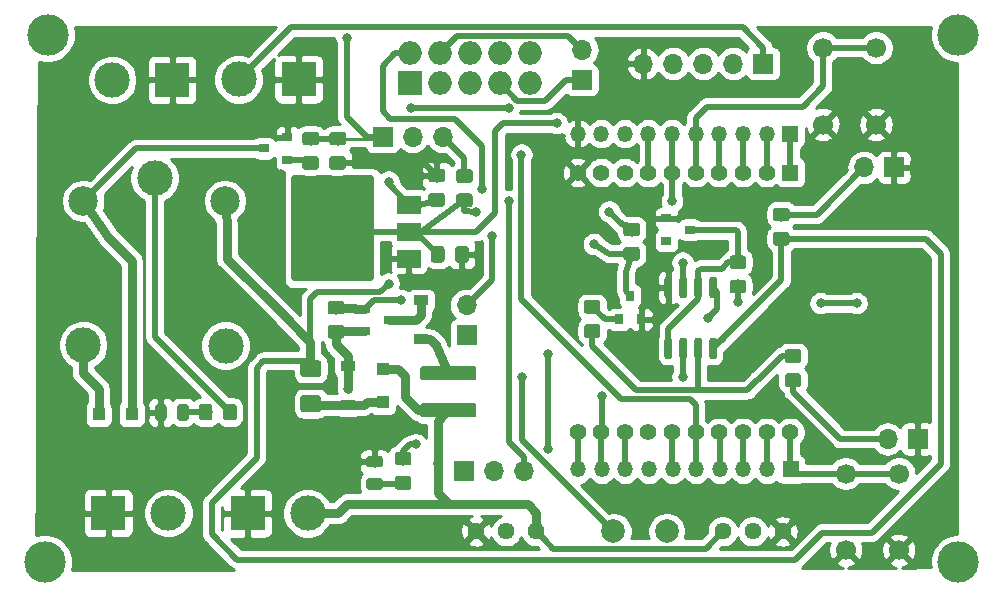
<source format=gtl>
%TF.GenerationSoftware,KiCad,Pcbnew,5.1.4-e60b266~84~ubuntu18.04.1*%
%TF.CreationDate,2019-10-21T10:52:58-03:00*%
%TF.ProjectId,Xbee,58626565-2e6b-4696-9361-645f70636258,rev?*%
%TF.SameCoordinates,Original*%
%TF.FileFunction,Copper,L1,Top*%
%TF.FilePolarity,Positive*%
%FSLAX46Y46*%
G04 Gerber Fmt 4.6, Leading zero omitted, Abs format (unit mm)*
G04 Created by KiCad (PCBNEW 5.1.4-e60b266~84~ubuntu18.04.1) date 2019-10-21 10:52:58*
%MOMM*%
%LPD*%
G04 APERTURE LIST*
%ADD10C,1.700000*%
%ADD11R,1.400000X1.400000*%
%ADD12C,1.400000*%
%ADD13O,1.700000X1.700000*%
%ADD14R,1.700000X1.700000*%
%ADD15C,3.500000*%
%ADD16R,1.100000X1.100000*%
%ADD17R,1.200000X0.900000*%
%ADD18C,0.150000*%
%ADD19C,1.425000*%
%ADD20C,1.225000*%
%ADD21O,1.350000X1.350000*%
%ADD22R,1.350000X1.350000*%
%ADD23C,1.150000*%
%ADD24R,0.900000X0.800000*%
%ADD25C,2.000000*%
%ADD26C,3.000000*%
%ADD27R,3.000000X3.000000*%
%ADD28R,2.000000X1.500000*%
%ADD29R,2.000000X3.800000*%
%ADD30C,2.500000*%
%ADD31C,1.440000*%
%ADD32R,0.800000X0.900000*%
%ADD33O,2.000000X2.000000*%
%ADD34R,2.000000X2.000000*%
%ADD35C,0.600000*%
%ADD36C,0.975000*%
%ADD37C,0.800000*%
%ADD38C,0.750000*%
%ADD39C,0.500000*%
%ADD40C,0.250000*%
%ADD41C,0.254000*%
G04 APERTURE END LIST*
D10*
X150450000Y-76425000D03*
X150450000Y-69925000D03*
X154950000Y-76425000D03*
X154950000Y-69925000D03*
X153025000Y-33875000D03*
X153025000Y-40375000D03*
X148525000Y-33875000D03*
X148525000Y-40375000D03*
D11*
X145756640Y-44444720D03*
D12*
X143756640Y-44444720D03*
X141756640Y-44444720D03*
X139756640Y-44444720D03*
X137756640Y-44444720D03*
X135756640Y-44444720D03*
X133756640Y-44444720D03*
X131756640Y-44444720D03*
X129756640Y-44444720D03*
X127756640Y-44444720D03*
X127756640Y-66444720D03*
X129756640Y-66444720D03*
X131756640Y-66444720D03*
X133756640Y-66444720D03*
X135756640Y-66444720D03*
X137756640Y-66444720D03*
X139756640Y-66444720D03*
X141756640Y-66444720D03*
X143756640Y-66444720D03*
X145756640Y-66444720D03*
D13*
X152000000Y-44000000D03*
D14*
X154540000Y-44000000D03*
D15*
X160000000Y-32775000D03*
X82625000Y-77425000D03*
X160000000Y-77425000D03*
X82875000Y-32775000D03*
D16*
X90000000Y-64900000D03*
X87200000Y-64900000D03*
D17*
X114509860Y-55275540D03*
X114509860Y-58575540D03*
D18*
G36*
X105805504Y-60321704D02*
G01*
X105829773Y-60325304D01*
X105853571Y-60331265D01*
X105876671Y-60339530D01*
X105898849Y-60350020D01*
X105919893Y-60362633D01*
X105939598Y-60377247D01*
X105957777Y-60393723D01*
X105974253Y-60411902D01*
X105988867Y-60431607D01*
X106001480Y-60452651D01*
X106011970Y-60474829D01*
X106020235Y-60497929D01*
X106026196Y-60521727D01*
X106029796Y-60545996D01*
X106031000Y-60570500D01*
X106031000Y-61495500D01*
X106029796Y-61520004D01*
X106026196Y-61544273D01*
X106020235Y-61568071D01*
X106011970Y-61591171D01*
X106001480Y-61613349D01*
X105988867Y-61634393D01*
X105974253Y-61654098D01*
X105957777Y-61672277D01*
X105939598Y-61688753D01*
X105919893Y-61703367D01*
X105898849Y-61715980D01*
X105876671Y-61726470D01*
X105853571Y-61734735D01*
X105829773Y-61740696D01*
X105805504Y-61744296D01*
X105781000Y-61745500D01*
X104531000Y-61745500D01*
X104506496Y-61744296D01*
X104482227Y-61740696D01*
X104458429Y-61734735D01*
X104435329Y-61726470D01*
X104413151Y-61715980D01*
X104392107Y-61703367D01*
X104372402Y-61688753D01*
X104354223Y-61672277D01*
X104337747Y-61654098D01*
X104323133Y-61634393D01*
X104310520Y-61613349D01*
X104300030Y-61591171D01*
X104291765Y-61568071D01*
X104285804Y-61544273D01*
X104282204Y-61520004D01*
X104281000Y-61495500D01*
X104281000Y-60570500D01*
X104282204Y-60545996D01*
X104285804Y-60521727D01*
X104291765Y-60497929D01*
X104300030Y-60474829D01*
X104310520Y-60452651D01*
X104323133Y-60431607D01*
X104337747Y-60411902D01*
X104354223Y-60393723D01*
X104372402Y-60377247D01*
X104392107Y-60362633D01*
X104413151Y-60350020D01*
X104435329Y-60339530D01*
X104458429Y-60331265D01*
X104482227Y-60325304D01*
X104506496Y-60321704D01*
X104531000Y-60320500D01*
X105781000Y-60320500D01*
X105805504Y-60321704D01*
X105805504Y-60321704D01*
G37*
D19*
X105156000Y-61033000D03*
D18*
G36*
X105805504Y-63296704D02*
G01*
X105829773Y-63300304D01*
X105853571Y-63306265D01*
X105876671Y-63314530D01*
X105898849Y-63325020D01*
X105919893Y-63337633D01*
X105939598Y-63352247D01*
X105957777Y-63368723D01*
X105974253Y-63386902D01*
X105988867Y-63406607D01*
X106001480Y-63427651D01*
X106011970Y-63449829D01*
X106020235Y-63472929D01*
X106026196Y-63496727D01*
X106029796Y-63520996D01*
X106031000Y-63545500D01*
X106031000Y-64470500D01*
X106029796Y-64495004D01*
X106026196Y-64519273D01*
X106020235Y-64543071D01*
X106011970Y-64566171D01*
X106001480Y-64588349D01*
X105988867Y-64609393D01*
X105974253Y-64629098D01*
X105957777Y-64647277D01*
X105939598Y-64663753D01*
X105919893Y-64678367D01*
X105898849Y-64690980D01*
X105876671Y-64701470D01*
X105853571Y-64709735D01*
X105829773Y-64715696D01*
X105805504Y-64719296D01*
X105781000Y-64720500D01*
X104531000Y-64720500D01*
X104506496Y-64719296D01*
X104482227Y-64715696D01*
X104458429Y-64709735D01*
X104435329Y-64701470D01*
X104413151Y-64690980D01*
X104392107Y-64678367D01*
X104372402Y-64663753D01*
X104354223Y-64647277D01*
X104337747Y-64629098D01*
X104323133Y-64609393D01*
X104310520Y-64588349D01*
X104300030Y-64566171D01*
X104291765Y-64543071D01*
X104285804Y-64519273D01*
X104282204Y-64495004D01*
X104281000Y-64470500D01*
X104281000Y-63545500D01*
X104282204Y-63520996D01*
X104285804Y-63496727D01*
X104291765Y-63472929D01*
X104300030Y-63449829D01*
X104310520Y-63427651D01*
X104323133Y-63406607D01*
X104337747Y-63386902D01*
X104354223Y-63368723D01*
X104372402Y-63352247D01*
X104392107Y-63337633D01*
X104413151Y-63325020D01*
X104435329Y-63314530D01*
X104458429Y-63306265D01*
X104482227Y-63300304D01*
X104506496Y-63296704D01*
X104531000Y-63295500D01*
X105781000Y-63295500D01*
X105805504Y-63296704D01*
X105805504Y-63296704D01*
G37*
D19*
X105156000Y-64008000D03*
D18*
G36*
X118968224Y-63943204D02*
G01*
X118992493Y-63946804D01*
X119016291Y-63952765D01*
X119039391Y-63961030D01*
X119061569Y-63971520D01*
X119082613Y-63984133D01*
X119102318Y-63998747D01*
X119120497Y-64015223D01*
X119136973Y-64033402D01*
X119151587Y-64053107D01*
X119164200Y-64074151D01*
X119174690Y-64096329D01*
X119182955Y-64119429D01*
X119188916Y-64143227D01*
X119192516Y-64167496D01*
X119193720Y-64192000D01*
X119193720Y-64917000D01*
X119192516Y-64941504D01*
X119188916Y-64965773D01*
X119182955Y-64989571D01*
X119174690Y-65012671D01*
X119164200Y-65034849D01*
X119151587Y-65055893D01*
X119136973Y-65075598D01*
X119120497Y-65093777D01*
X119102318Y-65110253D01*
X119082613Y-65124867D01*
X119061569Y-65137480D01*
X119039391Y-65147970D01*
X119016291Y-65156235D01*
X118992493Y-65162196D01*
X118968224Y-65165796D01*
X118943720Y-65167000D01*
X114693720Y-65167000D01*
X114669216Y-65165796D01*
X114644947Y-65162196D01*
X114621149Y-65156235D01*
X114598049Y-65147970D01*
X114575871Y-65137480D01*
X114554827Y-65124867D01*
X114535122Y-65110253D01*
X114516943Y-65093777D01*
X114500467Y-65075598D01*
X114485853Y-65055893D01*
X114473240Y-65034849D01*
X114462750Y-65012671D01*
X114454485Y-64989571D01*
X114448524Y-64965773D01*
X114444924Y-64941504D01*
X114443720Y-64917000D01*
X114443720Y-64192000D01*
X114444924Y-64167496D01*
X114448524Y-64143227D01*
X114454485Y-64119429D01*
X114462750Y-64096329D01*
X114473240Y-64074151D01*
X114485853Y-64053107D01*
X114500467Y-64033402D01*
X114516943Y-64015223D01*
X114535122Y-63998747D01*
X114554827Y-63984133D01*
X114575871Y-63971520D01*
X114598049Y-63961030D01*
X114621149Y-63952765D01*
X114644947Y-63946804D01*
X114669216Y-63943204D01*
X114693720Y-63942000D01*
X118943720Y-63942000D01*
X118968224Y-63943204D01*
X118968224Y-63943204D01*
G37*
D20*
X116818720Y-64554500D03*
D18*
G36*
X118968224Y-60818204D02*
G01*
X118992493Y-60821804D01*
X119016291Y-60827765D01*
X119039391Y-60836030D01*
X119061569Y-60846520D01*
X119082613Y-60859133D01*
X119102318Y-60873747D01*
X119120497Y-60890223D01*
X119136973Y-60908402D01*
X119151587Y-60928107D01*
X119164200Y-60949151D01*
X119174690Y-60971329D01*
X119182955Y-60994429D01*
X119188916Y-61018227D01*
X119192516Y-61042496D01*
X119193720Y-61067000D01*
X119193720Y-61792000D01*
X119192516Y-61816504D01*
X119188916Y-61840773D01*
X119182955Y-61864571D01*
X119174690Y-61887671D01*
X119164200Y-61909849D01*
X119151587Y-61930893D01*
X119136973Y-61950598D01*
X119120497Y-61968777D01*
X119102318Y-61985253D01*
X119082613Y-61999867D01*
X119061569Y-62012480D01*
X119039391Y-62022970D01*
X119016291Y-62031235D01*
X118992493Y-62037196D01*
X118968224Y-62040796D01*
X118943720Y-62042000D01*
X114693720Y-62042000D01*
X114669216Y-62040796D01*
X114644947Y-62037196D01*
X114621149Y-62031235D01*
X114598049Y-62022970D01*
X114575871Y-62012480D01*
X114554827Y-61999867D01*
X114535122Y-61985253D01*
X114516943Y-61968777D01*
X114500467Y-61950598D01*
X114485853Y-61930893D01*
X114473240Y-61909849D01*
X114462750Y-61887671D01*
X114454485Y-61864571D01*
X114448524Y-61840773D01*
X114444924Y-61816504D01*
X114443720Y-61792000D01*
X114443720Y-61067000D01*
X114444924Y-61042496D01*
X114448524Y-61018227D01*
X114454485Y-60994429D01*
X114462750Y-60971329D01*
X114473240Y-60949151D01*
X114485853Y-60928107D01*
X114500467Y-60908402D01*
X114516943Y-60890223D01*
X114535122Y-60873747D01*
X114554827Y-60859133D01*
X114575871Y-60846520D01*
X114598049Y-60836030D01*
X114621149Y-60827765D01*
X114644947Y-60821804D01*
X114669216Y-60818204D01*
X114693720Y-60817000D01*
X118943720Y-60817000D01*
X118968224Y-60818204D01*
X118968224Y-60818204D01*
G37*
D20*
X116818720Y-61429500D03*
D21*
X127795040Y-69582360D03*
X129795040Y-69582360D03*
X131795040Y-69582360D03*
X133795040Y-69582360D03*
X135795040Y-69582360D03*
X137795040Y-69582360D03*
X139795040Y-69582360D03*
X141795040Y-69582360D03*
X143795040Y-69582360D03*
D22*
X145795040Y-69582360D03*
D21*
X127750000Y-41148000D03*
X129750000Y-41148000D03*
X131750000Y-41148000D03*
X133750000Y-41148000D03*
X135750000Y-41148000D03*
X137750000Y-41148000D03*
X139750000Y-41148000D03*
X141750000Y-41148000D03*
X143750000Y-41148000D03*
D22*
X145750000Y-41148000D03*
D18*
G36*
X118315145Y-50666684D02*
G01*
X118339413Y-50670284D01*
X118363212Y-50676245D01*
X118386311Y-50684510D01*
X118408490Y-50695000D01*
X118429533Y-50707612D01*
X118449239Y-50722227D01*
X118467417Y-50738703D01*
X118483893Y-50756881D01*
X118498508Y-50776587D01*
X118511120Y-50797630D01*
X118521610Y-50819809D01*
X118529875Y-50842908D01*
X118535836Y-50866707D01*
X118539436Y-50890975D01*
X118540640Y-50915479D01*
X118540640Y-51815481D01*
X118539436Y-51839985D01*
X118535836Y-51864253D01*
X118529875Y-51888052D01*
X118521610Y-51911151D01*
X118511120Y-51933330D01*
X118498508Y-51954373D01*
X118483893Y-51974079D01*
X118467417Y-51992257D01*
X118449239Y-52008733D01*
X118429533Y-52023348D01*
X118408490Y-52035960D01*
X118386311Y-52046450D01*
X118363212Y-52054715D01*
X118339413Y-52060676D01*
X118315145Y-52064276D01*
X118290641Y-52065480D01*
X117640639Y-52065480D01*
X117616135Y-52064276D01*
X117591867Y-52060676D01*
X117568068Y-52054715D01*
X117544969Y-52046450D01*
X117522790Y-52035960D01*
X117501747Y-52023348D01*
X117482041Y-52008733D01*
X117463863Y-51992257D01*
X117447387Y-51974079D01*
X117432772Y-51954373D01*
X117420160Y-51933330D01*
X117409670Y-51911151D01*
X117401405Y-51888052D01*
X117395444Y-51864253D01*
X117391844Y-51839985D01*
X117390640Y-51815481D01*
X117390640Y-50915479D01*
X117391844Y-50890975D01*
X117395444Y-50866707D01*
X117401405Y-50842908D01*
X117409670Y-50819809D01*
X117420160Y-50797630D01*
X117432772Y-50776587D01*
X117447387Y-50756881D01*
X117463863Y-50738703D01*
X117482041Y-50722227D01*
X117501747Y-50707612D01*
X117522790Y-50695000D01*
X117544969Y-50684510D01*
X117568068Y-50676245D01*
X117591867Y-50670284D01*
X117616135Y-50666684D01*
X117640639Y-50665480D01*
X118290641Y-50665480D01*
X118315145Y-50666684D01*
X118315145Y-50666684D01*
G37*
D23*
X117965640Y-51365480D03*
D18*
G36*
X116265145Y-50666684D02*
G01*
X116289413Y-50670284D01*
X116313212Y-50676245D01*
X116336311Y-50684510D01*
X116358490Y-50695000D01*
X116379533Y-50707612D01*
X116399239Y-50722227D01*
X116417417Y-50738703D01*
X116433893Y-50756881D01*
X116448508Y-50776587D01*
X116461120Y-50797630D01*
X116471610Y-50819809D01*
X116479875Y-50842908D01*
X116485836Y-50866707D01*
X116489436Y-50890975D01*
X116490640Y-50915479D01*
X116490640Y-51815481D01*
X116489436Y-51839985D01*
X116485836Y-51864253D01*
X116479875Y-51888052D01*
X116471610Y-51911151D01*
X116461120Y-51933330D01*
X116448508Y-51954373D01*
X116433893Y-51974079D01*
X116417417Y-51992257D01*
X116399239Y-52008733D01*
X116379533Y-52023348D01*
X116358490Y-52035960D01*
X116336311Y-52046450D01*
X116313212Y-52054715D01*
X116289413Y-52060676D01*
X116265145Y-52064276D01*
X116240641Y-52065480D01*
X115590639Y-52065480D01*
X115566135Y-52064276D01*
X115541867Y-52060676D01*
X115518068Y-52054715D01*
X115494969Y-52046450D01*
X115472790Y-52035960D01*
X115451747Y-52023348D01*
X115432041Y-52008733D01*
X115413863Y-51992257D01*
X115397387Y-51974079D01*
X115382772Y-51954373D01*
X115370160Y-51933330D01*
X115359670Y-51911151D01*
X115351405Y-51888052D01*
X115345444Y-51864253D01*
X115341844Y-51839985D01*
X115340640Y-51815481D01*
X115340640Y-50915479D01*
X115341844Y-50890975D01*
X115345444Y-50866707D01*
X115351405Y-50842908D01*
X115359670Y-50819809D01*
X115370160Y-50797630D01*
X115382772Y-50776587D01*
X115397387Y-50756881D01*
X115413863Y-50738703D01*
X115432041Y-50722227D01*
X115451747Y-50707612D01*
X115472790Y-50695000D01*
X115494969Y-50684510D01*
X115518068Y-50676245D01*
X115541867Y-50670284D01*
X115566135Y-50666684D01*
X115590639Y-50665480D01*
X116240641Y-50665480D01*
X116265145Y-50666684D01*
X116265145Y-50666684D01*
G37*
D23*
X115915640Y-51365480D03*
D18*
G36*
X116298505Y-44121204D02*
G01*
X116322773Y-44124804D01*
X116346572Y-44130765D01*
X116369671Y-44139030D01*
X116391850Y-44149520D01*
X116412893Y-44162132D01*
X116432599Y-44176747D01*
X116450777Y-44193223D01*
X116467253Y-44211401D01*
X116481868Y-44231107D01*
X116494480Y-44252150D01*
X116504970Y-44274329D01*
X116513235Y-44297428D01*
X116519196Y-44321227D01*
X116522796Y-44345495D01*
X116524000Y-44369999D01*
X116524000Y-45020001D01*
X116522796Y-45044505D01*
X116519196Y-45068773D01*
X116513235Y-45092572D01*
X116504970Y-45115671D01*
X116494480Y-45137850D01*
X116481868Y-45158893D01*
X116467253Y-45178599D01*
X116450777Y-45196777D01*
X116432599Y-45213253D01*
X116412893Y-45227868D01*
X116391850Y-45240480D01*
X116369671Y-45250970D01*
X116346572Y-45259235D01*
X116322773Y-45265196D01*
X116298505Y-45268796D01*
X116274001Y-45270000D01*
X115373999Y-45270000D01*
X115349495Y-45268796D01*
X115325227Y-45265196D01*
X115301428Y-45259235D01*
X115278329Y-45250970D01*
X115256150Y-45240480D01*
X115235107Y-45227868D01*
X115215401Y-45213253D01*
X115197223Y-45196777D01*
X115180747Y-45178599D01*
X115166132Y-45158893D01*
X115153520Y-45137850D01*
X115143030Y-45115671D01*
X115134765Y-45092572D01*
X115128804Y-45068773D01*
X115125204Y-45044505D01*
X115124000Y-45020001D01*
X115124000Y-44369999D01*
X115125204Y-44345495D01*
X115128804Y-44321227D01*
X115134765Y-44297428D01*
X115143030Y-44274329D01*
X115153520Y-44252150D01*
X115166132Y-44231107D01*
X115180747Y-44211401D01*
X115197223Y-44193223D01*
X115215401Y-44176747D01*
X115235107Y-44162132D01*
X115256150Y-44149520D01*
X115278329Y-44139030D01*
X115301428Y-44130765D01*
X115325227Y-44124804D01*
X115349495Y-44121204D01*
X115373999Y-44120000D01*
X116274001Y-44120000D01*
X116298505Y-44121204D01*
X116298505Y-44121204D01*
G37*
D23*
X115824000Y-44695000D03*
D18*
G36*
X116298505Y-46171204D02*
G01*
X116322773Y-46174804D01*
X116346572Y-46180765D01*
X116369671Y-46189030D01*
X116391850Y-46199520D01*
X116412893Y-46212132D01*
X116432599Y-46226747D01*
X116450777Y-46243223D01*
X116467253Y-46261401D01*
X116481868Y-46281107D01*
X116494480Y-46302150D01*
X116504970Y-46324329D01*
X116513235Y-46347428D01*
X116519196Y-46371227D01*
X116522796Y-46395495D01*
X116524000Y-46419999D01*
X116524000Y-47070001D01*
X116522796Y-47094505D01*
X116519196Y-47118773D01*
X116513235Y-47142572D01*
X116504970Y-47165671D01*
X116494480Y-47187850D01*
X116481868Y-47208893D01*
X116467253Y-47228599D01*
X116450777Y-47246777D01*
X116432599Y-47263253D01*
X116412893Y-47277868D01*
X116391850Y-47290480D01*
X116369671Y-47300970D01*
X116346572Y-47309235D01*
X116322773Y-47315196D01*
X116298505Y-47318796D01*
X116274001Y-47320000D01*
X115373999Y-47320000D01*
X115349495Y-47318796D01*
X115325227Y-47315196D01*
X115301428Y-47309235D01*
X115278329Y-47300970D01*
X115256150Y-47290480D01*
X115235107Y-47277868D01*
X115215401Y-47263253D01*
X115197223Y-47246777D01*
X115180747Y-47228599D01*
X115166132Y-47208893D01*
X115153520Y-47187850D01*
X115143030Y-47165671D01*
X115134765Y-47142572D01*
X115128804Y-47118773D01*
X115125204Y-47094505D01*
X115124000Y-47070001D01*
X115124000Y-46419999D01*
X115125204Y-46395495D01*
X115128804Y-46371227D01*
X115134765Y-46347428D01*
X115143030Y-46324329D01*
X115153520Y-46302150D01*
X115166132Y-46281107D01*
X115180747Y-46261401D01*
X115197223Y-46243223D01*
X115215401Y-46226747D01*
X115235107Y-46212132D01*
X115256150Y-46199520D01*
X115278329Y-46189030D01*
X115301428Y-46180765D01*
X115325227Y-46174804D01*
X115349495Y-46171204D01*
X115373999Y-46170000D01*
X116274001Y-46170000D01*
X116298505Y-46171204D01*
X116298505Y-46171204D01*
G37*
D23*
X115824000Y-46745000D03*
D24*
X111795000Y-56942280D03*
X109795000Y-57892280D03*
X109795000Y-55992280D03*
D18*
G36*
X107769505Y-55303484D02*
G01*
X107793773Y-55307084D01*
X107817572Y-55313045D01*
X107840671Y-55321310D01*
X107862850Y-55331800D01*
X107883893Y-55344412D01*
X107903599Y-55359027D01*
X107921777Y-55375503D01*
X107938253Y-55393681D01*
X107952868Y-55413387D01*
X107965480Y-55434430D01*
X107975970Y-55456609D01*
X107984235Y-55479708D01*
X107990196Y-55503507D01*
X107993796Y-55527775D01*
X107995000Y-55552279D01*
X107995000Y-56202281D01*
X107993796Y-56226785D01*
X107990196Y-56251053D01*
X107984235Y-56274852D01*
X107975970Y-56297951D01*
X107965480Y-56320130D01*
X107952868Y-56341173D01*
X107938253Y-56360879D01*
X107921777Y-56379057D01*
X107903599Y-56395533D01*
X107883893Y-56410148D01*
X107862850Y-56422760D01*
X107840671Y-56433250D01*
X107817572Y-56441515D01*
X107793773Y-56447476D01*
X107769505Y-56451076D01*
X107745001Y-56452280D01*
X106844999Y-56452280D01*
X106820495Y-56451076D01*
X106796227Y-56447476D01*
X106772428Y-56441515D01*
X106749329Y-56433250D01*
X106727150Y-56422760D01*
X106706107Y-56410148D01*
X106686401Y-56395533D01*
X106668223Y-56379057D01*
X106651747Y-56360879D01*
X106637132Y-56341173D01*
X106624520Y-56320130D01*
X106614030Y-56297951D01*
X106605765Y-56274852D01*
X106599804Y-56251053D01*
X106596204Y-56226785D01*
X106595000Y-56202281D01*
X106595000Y-55552279D01*
X106596204Y-55527775D01*
X106599804Y-55503507D01*
X106605765Y-55479708D01*
X106614030Y-55456609D01*
X106624520Y-55434430D01*
X106637132Y-55413387D01*
X106651747Y-55393681D01*
X106668223Y-55375503D01*
X106686401Y-55359027D01*
X106706107Y-55344412D01*
X106727150Y-55331800D01*
X106749329Y-55321310D01*
X106772428Y-55313045D01*
X106796227Y-55307084D01*
X106820495Y-55303484D01*
X106844999Y-55302280D01*
X107745001Y-55302280D01*
X107769505Y-55303484D01*
X107769505Y-55303484D01*
G37*
D23*
X107295000Y-55877280D03*
D18*
G36*
X107769505Y-57353484D02*
G01*
X107793773Y-57357084D01*
X107817572Y-57363045D01*
X107840671Y-57371310D01*
X107862850Y-57381800D01*
X107883893Y-57394412D01*
X107903599Y-57409027D01*
X107921777Y-57425503D01*
X107938253Y-57443681D01*
X107952868Y-57463387D01*
X107965480Y-57484430D01*
X107975970Y-57506609D01*
X107984235Y-57529708D01*
X107990196Y-57553507D01*
X107993796Y-57577775D01*
X107995000Y-57602279D01*
X107995000Y-58252281D01*
X107993796Y-58276785D01*
X107990196Y-58301053D01*
X107984235Y-58324852D01*
X107975970Y-58347951D01*
X107965480Y-58370130D01*
X107952868Y-58391173D01*
X107938253Y-58410879D01*
X107921777Y-58429057D01*
X107903599Y-58445533D01*
X107883893Y-58460148D01*
X107862850Y-58472760D01*
X107840671Y-58483250D01*
X107817572Y-58491515D01*
X107793773Y-58497476D01*
X107769505Y-58501076D01*
X107745001Y-58502280D01*
X106844999Y-58502280D01*
X106820495Y-58501076D01*
X106796227Y-58497476D01*
X106772428Y-58491515D01*
X106749329Y-58483250D01*
X106727150Y-58472760D01*
X106706107Y-58460148D01*
X106686401Y-58445533D01*
X106668223Y-58429057D01*
X106651747Y-58410879D01*
X106637132Y-58391173D01*
X106624520Y-58370130D01*
X106614030Y-58347951D01*
X106605765Y-58324852D01*
X106599804Y-58301053D01*
X106596204Y-58276785D01*
X106595000Y-58252281D01*
X106595000Y-57602279D01*
X106596204Y-57577775D01*
X106599804Y-57553507D01*
X106605765Y-57529708D01*
X106614030Y-57506609D01*
X106624520Y-57484430D01*
X106637132Y-57463387D01*
X106651747Y-57443681D01*
X106668223Y-57425503D01*
X106686401Y-57409027D01*
X106706107Y-57394412D01*
X106727150Y-57381800D01*
X106749329Y-57371310D01*
X106772428Y-57363045D01*
X106796227Y-57357084D01*
X106820495Y-57353484D01*
X106844999Y-57352280D01*
X107745001Y-57352280D01*
X107769505Y-57353484D01*
X107769505Y-57353484D01*
G37*
D23*
X107295000Y-57927280D03*
D25*
X130775000Y-74825000D03*
X135300000Y-74825000D03*
D17*
X108304640Y-60820360D03*
X108304640Y-64120360D03*
D16*
X111256120Y-61100840D03*
X111256120Y-63900840D03*
D26*
X104905000Y-73300000D03*
D27*
X99825000Y-73300000D03*
D28*
X113470000Y-51760000D03*
X113470000Y-47160000D03*
X113470000Y-49460000D03*
D29*
X107170000Y-49460000D03*
D26*
X91948000Y-44900000D03*
D30*
X97898000Y-46850000D03*
D26*
X97948000Y-59100000D03*
X85898000Y-59050000D03*
D30*
X85898000Y-46850000D03*
D31*
X145110000Y-74830000D03*
X142570000Y-74830000D03*
X140030000Y-74830000D03*
D18*
G36*
X96615505Y-64030204D02*
G01*
X96639773Y-64033804D01*
X96663572Y-64039765D01*
X96686671Y-64048030D01*
X96708850Y-64058520D01*
X96729893Y-64071132D01*
X96749599Y-64085747D01*
X96767777Y-64102223D01*
X96784253Y-64120401D01*
X96798868Y-64140107D01*
X96811480Y-64161150D01*
X96821970Y-64183329D01*
X96830235Y-64206428D01*
X96836196Y-64230227D01*
X96839796Y-64254495D01*
X96841000Y-64278999D01*
X96841000Y-65179001D01*
X96839796Y-65203505D01*
X96836196Y-65227773D01*
X96830235Y-65251572D01*
X96821970Y-65274671D01*
X96811480Y-65296850D01*
X96798868Y-65317893D01*
X96784253Y-65337599D01*
X96767777Y-65355777D01*
X96749599Y-65372253D01*
X96729893Y-65386868D01*
X96708850Y-65399480D01*
X96686671Y-65409970D01*
X96663572Y-65418235D01*
X96639773Y-65424196D01*
X96615505Y-65427796D01*
X96591001Y-65429000D01*
X95940999Y-65429000D01*
X95916495Y-65427796D01*
X95892227Y-65424196D01*
X95868428Y-65418235D01*
X95845329Y-65409970D01*
X95823150Y-65399480D01*
X95802107Y-65386868D01*
X95782401Y-65372253D01*
X95764223Y-65355777D01*
X95747747Y-65337599D01*
X95733132Y-65317893D01*
X95720520Y-65296850D01*
X95710030Y-65274671D01*
X95701765Y-65251572D01*
X95695804Y-65227773D01*
X95692204Y-65203505D01*
X95691000Y-65179001D01*
X95691000Y-64278999D01*
X95692204Y-64254495D01*
X95695804Y-64230227D01*
X95701765Y-64206428D01*
X95710030Y-64183329D01*
X95720520Y-64161150D01*
X95733132Y-64140107D01*
X95747747Y-64120401D01*
X95764223Y-64102223D01*
X95782401Y-64085747D01*
X95802107Y-64071132D01*
X95823150Y-64058520D01*
X95845329Y-64048030D01*
X95868428Y-64039765D01*
X95892227Y-64033804D01*
X95916495Y-64030204D01*
X95940999Y-64029000D01*
X96591001Y-64029000D01*
X96615505Y-64030204D01*
X96615505Y-64030204D01*
G37*
D23*
X96266000Y-64729000D03*
D18*
G36*
X98665505Y-64030204D02*
G01*
X98689773Y-64033804D01*
X98713572Y-64039765D01*
X98736671Y-64048030D01*
X98758850Y-64058520D01*
X98779893Y-64071132D01*
X98799599Y-64085747D01*
X98817777Y-64102223D01*
X98834253Y-64120401D01*
X98848868Y-64140107D01*
X98861480Y-64161150D01*
X98871970Y-64183329D01*
X98880235Y-64206428D01*
X98886196Y-64230227D01*
X98889796Y-64254495D01*
X98891000Y-64278999D01*
X98891000Y-65179001D01*
X98889796Y-65203505D01*
X98886196Y-65227773D01*
X98880235Y-65251572D01*
X98871970Y-65274671D01*
X98861480Y-65296850D01*
X98848868Y-65317893D01*
X98834253Y-65337599D01*
X98817777Y-65355777D01*
X98799599Y-65372253D01*
X98779893Y-65386868D01*
X98758850Y-65399480D01*
X98736671Y-65409970D01*
X98713572Y-65418235D01*
X98689773Y-65424196D01*
X98665505Y-65427796D01*
X98641001Y-65429000D01*
X97990999Y-65429000D01*
X97966495Y-65427796D01*
X97942227Y-65424196D01*
X97918428Y-65418235D01*
X97895329Y-65409970D01*
X97873150Y-65399480D01*
X97852107Y-65386868D01*
X97832401Y-65372253D01*
X97814223Y-65355777D01*
X97797747Y-65337599D01*
X97783132Y-65317893D01*
X97770520Y-65296850D01*
X97760030Y-65274671D01*
X97751765Y-65251572D01*
X97745804Y-65227773D01*
X97742204Y-65203505D01*
X97741000Y-65179001D01*
X97741000Y-64278999D01*
X97742204Y-64254495D01*
X97745804Y-64230227D01*
X97751765Y-64206428D01*
X97760030Y-64183329D01*
X97770520Y-64161150D01*
X97783132Y-64140107D01*
X97797747Y-64120401D01*
X97814223Y-64102223D01*
X97832401Y-64085747D01*
X97852107Y-64071132D01*
X97873150Y-64058520D01*
X97895329Y-64048030D01*
X97918428Y-64039765D01*
X97942227Y-64033804D01*
X97966495Y-64030204D01*
X97990999Y-64029000D01*
X98641001Y-64029000D01*
X98665505Y-64030204D01*
X98665505Y-64030204D01*
G37*
D23*
X98316000Y-64729000D03*
D18*
G36*
X146474505Y-59401204D02*
G01*
X146498773Y-59404804D01*
X146522572Y-59410765D01*
X146545671Y-59419030D01*
X146567850Y-59429520D01*
X146588893Y-59442132D01*
X146608599Y-59456747D01*
X146626777Y-59473223D01*
X146643253Y-59491401D01*
X146657868Y-59511107D01*
X146670480Y-59532150D01*
X146680970Y-59554329D01*
X146689235Y-59577428D01*
X146695196Y-59601227D01*
X146698796Y-59625495D01*
X146700000Y-59649999D01*
X146700000Y-60300001D01*
X146698796Y-60324505D01*
X146695196Y-60348773D01*
X146689235Y-60372572D01*
X146680970Y-60395671D01*
X146670480Y-60417850D01*
X146657868Y-60438893D01*
X146643253Y-60458599D01*
X146626777Y-60476777D01*
X146608599Y-60493253D01*
X146588893Y-60507868D01*
X146567850Y-60520480D01*
X146545671Y-60530970D01*
X146522572Y-60539235D01*
X146498773Y-60545196D01*
X146474505Y-60548796D01*
X146450001Y-60550000D01*
X145549999Y-60550000D01*
X145525495Y-60548796D01*
X145501227Y-60545196D01*
X145477428Y-60539235D01*
X145454329Y-60530970D01*
X145432150Y-60520480D01*
X145411107Y-60507868D01*
X145391401Y-60493253D01*
X145373223Y-60476777D01*
X145356747Y-60458599D01*
X145342132Y-60438893D01*
X145329520Y-60417850D01*
X145319030Y-60395671D01*
X145310765Y-60372572D01*
X145304804Y-60348773D01*
X145301204Y-60324505D01*
X145300000Y-60300001D01*
X145300000Y-59649999D01*
X145301204Y-59625495D01*
X145304804Y-59601227D01*
X145310765Y-59577428D01*
X145319030Y-59554329D01*
X145329520Y-59532150D01*
X145342132Y-59511107D01*
X145356747Y-59491401D01*
X145373223Y-59473223D01*
X145391401Y-59456747D01*
X145411107Y-59442132D01*
X145432150Y-59429520D01*
X145454329Y-59419030D01*
X145477428Y-59410765D01*
X145501227Y-59404804D01*
X145525495Y-59401204D01*
X145549999Y-59400000D01*
X146450001Y-59400000D01*
X146474505Y-59401204D01*
X146474505Y-59401204D01*
G37*
D23*
X146000000Y-59975000D03*
D18*
G36*
X146474505Y-61451204D02*
G01*
X146498773Y-61454804D01*
X146522572Y-61460765D01*
X146545671Y-61469030D01*
X146567850Y-61479520D01*
X146588893Y-61492132D01*
X146608599Y-61506747D01*
X146626777Y-61523223D01*
X146643253Y-61541401D01*
X146657868Y-61561107D01*
X146670480Y-61582150D01*
X146680970Y-61604329D01*
X146689235Y-61627428D01*
X146695196Y-61651227D01*
X146698796Y-61675495D01*
X146700000Y-61699999D01*
X146700000Y-62350001D01*
X146698796Y-62374505D01*
X146695196Y-62398773D01*
X146689235Y-62422572D01*
X146680970Y-62445671D01*
X146670480Y-62467850D01*
X146657868Y-62488893D01*
X146643253Y-62508599D01*
X146626777Y-62526777D01*
X146608599Y-62543253D01*
X146588893Y-62557868D01*
X146567850Y-62570480D01*
X146545671Y-62580970D01*
X146522572Y-62589235D01*
X146498773Y-62595196D01*
X146474505Y-62598796D01*
X146450001Y-62600000D01*
X145549999Y-62600000D01*
X145525495Y-62598796D01*
X145501227Y-62595196D01*
X145477428Y-62589235D01*
X145454329Y-62580970D01*
X145432150Y-62570480D01*
X145411107Y-62557868D01*
X145391401Y-62543253D01*
X145373223Y-62526777D01*
X145356747Y-62508599D01*
X145342132Y-62488893D01*
X145329520Y-62467850D01*
X145319030Y-62445671D01*
X145310765Y-62422572D01*
X145304804Y-62398773D01*
X145301204Y-62374505D01*
X145300000Y-62350001D01*
X145300000Y-61699999D01*
X145301204Y-61675495D01*
X145304804Y-61651227D01*
X145310765Y-61627428D01*
X145319030Y-61604329D01*
X145329520Y-61582150D01*
X145342132Y-61561107D01*
X145356747Y-61541401D01*
X145373223Y-61523223D01*
X145391401Y-61506747D01*
X145411107Y-61492132D01*
X145432150Y-61479520D01*
X145454329Y-61469030D01*
X145477428Y-61460765D01*
X145501227Y-61454804D01*
X145525495Y-61451204D01*
X145549999Y-61450000D01*
X146450001Y-61450000D01*
X146474505Y-61451204D01*
X146474505Y-61451204D01*
G37*
D23*
X146000000Y-62025000D03*
D18*
G36*
X145474505Y-49476204D02*
G01*
X145498773Y-49479804D01*
X145522572Y-49485765D01*
X145545671Y-49494030D01*
X145567850Y-49504520D01*
X145588893Y-49517132D01*
X145608599Y-49531747D01*
X145626777Y-49548223D01*
X145643253Y-49566401D01*
X145657868Y-49586107D01*
X145670480Y-49607150D01*
X145680970Y-49629329D01*
X145689235Y-49652428D01*
X145695196Y-49676227D01*
X145698796Y-49700495D01*
X145700000Y-49724999D01*
X145700000Y-50375001D01*
X145698796Y-50399505D01*
X145695196Y-50423773D01*
X145689235Y-50447572D01*
X145680970Y-50470671D01*
X145670480Y-50492850D01*
X145657868Y-50513893D01*
X145643253Y-50533599D01*
X145626777Y-50551777D01*
X145608599Y-50568253D01*
X145588893Y-50582868D01*
X145567850Y-50595480D01*
X145545671Y-50605970D01*
X145522572Y-50614235D01*
X145498773Y-50620196D01*
X145474505Y-50623796D01*
X145450001Y-50625000D01*
X144549999Y-50625000D01*
X144525495Y-50623796D01*
X144501227Y-50620196D01*
X144477428Y-50614235D01*
X144454329Y-50605970D01*
X144432150Y-50595480D01*
X144411107Y-50582868D01*
X144391401Y-50568253D01*
X144373223Y-50551777D01*
X144356747Y-50533599D01*
X144342132Y-50513893D01*
X144329520Y-50492850D01*
X144319030Y-50470671D01*
X144310765Y-50447572D01*
X144304804Y-50423773D01*
X144301204Y-50399505D01*
X144300000Y-50375001D01*
X144300000Y-49724999D01*
X144301204Y-49700495D01*
X144304804Y-49676227D01*
X144310765Y-49652428D01*
X144319030Y-49629329D01*
X144329520Y-49607150D01*
X144342132Y-49586107D01*
X144356747Y-49566401D01*
X144373223Y-49548223D01*
X144391401Y-49531747D01*
X144411107Y-49517132D01*
X144432150Y-49504520D01*
X144454329Y-49494030D01*
X144477428Y-49485765D01*
X144501227Y-49479804D01*
X144525495Y-49476204D01*
X144549999Y-49475000D01*
X145450001Y-49475000D01*
X145474505Y-49476204D01*
X145474505Y-49476204D01*
G37*
D23*
X145000000Y-50050000D03*
D18*
G36*
X145474505Y-47426204D02*
G01*
X145498773Y-47429804D01*
X145522572Y-47435765D01*
X145545671Y-47444030D01*
X145567850Y-47454520D01*
X145588893Y-47467132D01*
X145608599Y-47481747D01*
X145626777Y-47498223D01*
X145643253Y-47516401D01*
X145657868Y-47536107D01*
X145670480Y-47557150D01*
X145680970Y-47579329D01*
X145689235Y-47602428D01*
X145695196Y-47626227D01*
X145698796Y-47650495D01*
X145700000Y-47674999D01*
X145700000Y-48325001D01*
X145698796Y-48349505D01*
X145695196Y-48373773D01*
X145689235Y-48397572D01*
X145680970Y-48420671D01*
X145670480Y-48442850D01*
X145657868Y-48463893D01*
X145643253Y-48483599D01*
X145626777Y-48501777D01*
X145608599Y-48518253D01*
X145588893Y-48532868D01*
X145567850Y-48545480D01*
X145545671Y-48555970D01*
X145522572Y-48564235D01*
X145498773Y-48570196D01*
X145474505Y-48573796D01*
X145450001Y-48575000D01*
X144549999Y-48575000D01*
X144525495Y-48573796D01*
X144501227Y-48570196D01*
X144477428Y-48564235D01*
X144454329Y-48555970D01*
X144432150Y-48545480D01*
X144411107Y-48532868D01*
X144391401Y-48518253D01*
X144373223Y-48501777D01*
X144356747Y-48483599D01*
X144342132Y-48463893D01*
X144329520Y-48442850D01*
X144319030Y-48420671D01*
X144310765Y-48397572D01*
X144304804Y-48373773D01*
X144301204Y-48349505D01*
X144300000Y-48325001D01*
X144300000Y-47674999D01*
X144301204Y-47650495D01*
X144304804Y-47626227D01*
X144310765Y-47602428D01*
X144319030Y-47579329D01*
X144329520Y-47557150D01*
X144342132Y-47536107D01*
X144356747Y-47516401D01*
X144373223Y-47498223D01*
X144391401Y-47481747D01*
X144411107Y-47467132D01*
X144432150Y-47454520D01*
X144454329Y-47444030D01*
X144477428Y-47435765D01*
X144501227Y-47429804D01*
X144525495Y-47426204D01*
X144549999Y-47425000D01*
X145450001Y-47425000D01*
X145474505Y-47426204D01*
X145474505Y-47426204D01*
G37*
D23*
X145000000Y-48000000D03*
D18*
G36*
X118649505Y-44167204D02*
G01*
X118673773Y-44170804D01*
X118697572Y-44176765D01*
X118720671Y-44185030D01*
X118742850Y-44195520D01*
X118763893Y-44208132D01*
X118783599Y-44222747D01*
X118801777Y-44239223D01*
X118818253Y-44257401D01*
X118832868Y-44277107D01*
X118845480Y-44298150D01*
X118855970Y-44320329D01*
X118864235Y-44343428D01*
X118870196Y-44367227D01*
X118873796Y-44391495D01*
X118875000Y-44415999D01*
X118875000Y-45066001D01*
X118873796Y-45090505D01*
X118870196Y-45114773D01*
X118864235Y-45138572D01*
X118855970Y-45161671D01*
X118845480Y-45183850D01*
X118832868Y-45204893D01*
X118818253Y-45224599D01*
X118801777Y-45242777D01*
X118783599Y-45259253D01*
X118763893Y-45273868D01*
X118742850Y-45286480D01*
X118720671Y-45296970D01*
X118697572Y-45305235D01*
X118673773Y-45311196D01*
X118649505Y-45314796D01*
X118625001Y-45316000D01*
X117724999Y-45316000D01*
X117700495Y-45314796D01*
X117676227Y-45311196D01*
X117652428Y-45305235D01*
X117629329Y-45296970D01*
X117607150Y-45286480D01*
X117586107Y-45273868D01*
X117566401Y-45259253D01*
X117548223Y-45242777D01*
X117531747Y-45224599D01*
X117517132Y-45204893D01*
X117504520Y-45183850D01*
X117494030Y-45161671D01*
X117485765Y-45138572D01*
X117479804Y-45114773D01*
X117476204Y-45090505D01*
X117475000Y-45066001D01*
X117475000Y-44415999D01*
X117476204Y-44391495D01*
X117479804Y-44367227D01*
X117485765Y-44343428D01*
X117494030Y-44320329D01*
X117504520Y-44298150D01*
X117517132Y-44277107D01*
X117531747Y-44257401D01*
X117548223Y-44239223D01*
X117566401Y-44222747D01*
X117586107Y-44208132D01*
X117607150Y-44195520D01*
X117629329Y-44185030D01*
X117652428Y-44176765D01*
X117676227Y-44170804D01*
X117700495Y-44167204D01*
X117724999Y-44166000D01*
X118625001Y-44166000D01*
X118649505Y-44167204D01*
X118649505Y-44167204D01*
G37*
D23*
X118175000Y-44741000D03*
D18*
G36*
X118649505Y-46217204D02*
G01*
X118673773Y-46220804D01*
X118697572Y-46226765D01*
X118720671Y-46235030D01*
X118742850Y-46245520D01*
X118763893Y-46258132D01*
X118783599Y-46272747D01*
X118801777Y-46289223D01*
X118818253Y-46307401D01*
X118832868Y-46327107D01*
X118845480Y-46348150D01*
X118855970Y-46370329D01*
X118864235Y-46393428D01*
X118870196Y-46417227D01*
X118873796Y-46441495D01*
X118875000Y-46465999D01*
X118875000Y-47116001D01*
X118873796Y-47140505D01*
X118870196Y-47164773D01*
X118864235Y-47188572D01*
X118855970Y-47211671D01*
X118845480Y-47233850D01*
X118832868Y-47254893D01*
X118818253Y-47274599D01*
X118801777Y-47292777D01*
X118783599Y-47309253D01*
X118763893Y-47323868D01*
X118742850Y-47336480D01*
X118720671Y-47346970D01*
X118697572Y-47355235D01*
X118673773Y-47361196D01*
X118649505Y-47364796D01*
X118625001Y-47366000D01*
X117724999Y-47366000D01*
X117700495Y-47364796D01*
X117676227Y-47361196D01*
X117652428Y-47355235D01*
X117629329Y-47346970D01*
X117607150Y-47336480D01*
X117586107Y-47323868D01*
X117566401Y-47309253D01*
X117548223Y-47292777D01*
X117531747Y-47274599D01*
X117517132Y-47254893D01*
X117504520Y-47233850D01*
X117494030Y-47211671D01*
X117485765Y-47188572D01*
X117479804Y-47164773D01*
X117476204Y-47140505D01*
X117475000Y-47116001D01*
X117475000Y-46465999D01*
X117476204Y-46441495D01*
X117479804Y-46417227D01*
X117485765Y-46393428D01*
X117494030Y-46370329D01*
X117504520Y-46348150D01*
X117517132Y-46327107D01*
X117531747Y-46307401D01*
X117548223Y-46289223D01*
X117566401Y-46272747D01*
X117586107Y-46258132D01*
X117607150Y-46245520D01*
X117629329Y-46235030D01*
X117652428Y-46226765D01*
X117676227Y-46220804D01*
X117700495Y-46217204D01*
X117724999Y-46216000D01*
X118625001Y-46216000D01*
X118649505Y-46217204D01*
X118649505Y-46217204D01*
G37*
D23*
X118175000Y-46791000D03*
D18*
G36*
X105630505Y-40997004D02*
G01*
X105654773Y-41000604D01*
X105678572Y-41006565D01*
X105701671Y-41014830D01*
X105723850Y-41025320D01*
X105744893Y-41037932D01*
X105764599Y-41052547D01*
X105782777Y-41069023D01*
X105799253Y-41087201D01*
X105813868Y-41106907D01*
X105826480Y-41127950D01*
X105836970Y-41150129D01*
X105845235Y-41173228D01*
X105851196Y-41197027D01*
X105854796Y-41221295D01*
X105856000Y-41245799D01*
X105856000Y-41895801D01*
X105854796Y-41920305D01*
X105851196Y-41944573D01*
X105845235Y-41968372D01*
X105836970Y-41991471D01*
X105826480Y-42013650D01*
X105813868Y-42034693D01*
X105799253Y-42054399D01*
X105782777Y-42072577D01*
X105764599Y-42089053D01*
X105744893Y-42103668D01*
X105723850Y-42116280D01*
X105701671Y-42126770D01*
X105678572Y-42135035D01*
X105654773Y-42140996D01*
X105630505Y-42144596D01*
X105606001Y-42145800D01*
X104705999Y-42145800D01*
X104681495Y-42144596D01*
X104657227Y-42140996D01*
X104633428Y-42135035D01*
X104610329Y-42126770D01*
X104588150Y-42116280D01*
X104567107Y-42103668D01*
X104547401Y-42089053D01*
X104529223Y-42072577D01*
X104512747Y-42054399D01*
X104498132Y-42034693D01*
X104485520Y-42013650D01*
X104475030Y-41991471D01*
X104466765Y-41968372D01*
X104460804Y-41944573D01*
X104457204Y-41920305D01*
X104456000Y-41895801D01*
X104456000Y-41245799D01*
X104457204Y-41221295D01*
X104460804Y-41197027D01*
X104466765Y-41173228D01*
X104475030Y-41150129D01*
X104485520Y-41127950D01*
X104498132Y-41106907D01*
X104512747Y-41087201D01*
X104529223Y-41069023D01*
X104547401Y-41052547D01*
X104567107Y-41037932D01*
X104588150Y-41025320D01*
X104610329Y-41014830D01*
X104633428Y-41006565D01*
X104657227Y-41000604D01*
X104681495Y-40997004D01*
X104705999Y-40995800D01*
X105606001Y-40995800D01*
X105630505Y-40997004D01*
X105630505Y-40997004D01*
G37*
D23*
X105156000Y-41570800D03*
D18*
G36*
X105630505Y-43047004D02*
G01*
X105654773Y-43050604D01*
X105678572Y-43056565D01*
X105701671Y-43064830D01*
X105723850Y-43075320D01*
X105744893Y-43087932D01*
X105764599Y-43102547D01*
X105782777Y-43119023D01*
X105799253Y-43137201D01*
X105813868Y-43156907D01*
X105826480Y-43177950D01*
X105836970Y-43200129D01*
X105845235Y-43223228D01*
X105851196Y-43247027D01*
X105854796Y-43271295D01*
X105856000Y-43295799D01*
X105856000Y-43945801D01*
X105854796Y-43970305D01*
X105851196Y-43994573D01*
X105845235Y-44018372D01*
X105836970Y-44041471D01*
X105826480Y-44063650D01*
X105813868Y-44084693D01*
X105799253Y-44104399D01*
X105782777Y-44122577D01*
X105764599Y-44139053D01*
X105744893Y-44153668D01*
X105723850Y-44166280D01*
X105701671Y-44176770D01*
X105678572Y-44185035D01*
X105654773Y-44190996D01*
X105630505Y-44194596D01*
X105606001Y-44195800D01*
X104705999Y-44195800D01*
X104681495Y-44194596D01*
X104657227Y-44190996D01*
X104633428Y-44185035D01*
X104610329Y-44176770D01*
X104588150Y-44166280D01*
X104567107Y-44153668D01*
X104547401Y-44139053D01*
X104529223Y-44122577D01*
X104512747Y-44104399D01*
X104498132Y-44084693D01*
X104485520Y-44063650D01*
X104475030Y-44041471D01*
X104466765Y-44018372D01*
X104460804Y-43994573D01*
X104457204Y-43970305D01*
X104456000Y-43945801D01*
X104456000Y-43295799D01*
X104457204Y-43271295D01*
X104460804Y-43247027D01*
X104466765Y-43223228D01*
X104475030Y-43200129D01*
X104485520Y-43177950D01*
X104498132Y-43156907D01*
X104512747Y-43137201D01*
X104529223Y-43119023D01*
X104547401Y-43102547D01*
X104567107Y-43087932D01*
X104588150Y-43075320D01*
X104610329Y-43064830D01*
X104633428Y-43056565D01*
X104657227Y-43050604D01*
X104681495Y-43047004D01*
X104705999Y-43045800D01*
X105606001Y-43045800D01*
X105630505Y-43047004D01*
X105630505Y-43047004D01*
G37*
D23*
X105156000Y-43620800D03*
D18*
G36*
X107916505Y-43047004D02*
G01*
X107940773Y-43050604D01*
X107964572Y-43056565D01*
X107987671Y-43064830D01*
X108009850Y-43075320D01*
X108030893Y-43087932D01*
X108050599Y-43102547D01*
X108068777Y-43119023D01*
X108085253Y-43137201D01*
X108099868Y-43156907D01*
X108112480Y-43177950D01*
X108122970Y-43200129D01*
X108131235Y-43223228D01*
X108137196Y-43247027D01*
X108140796Y-43271295D01*
X108142000Y-43295799D01*
X108142000Y-43945801D01*
X108140796Y-43970305D01*
X108137196Y-43994573D01*
X108131235Y-44018372D01*
X108122970Y-44041471D01*
X108112480Y-44063650D01*
X108099868Y-44084693D01*
X108085253Y-44104399D01*
X108068777Y-44122577D01*
X108050599Y-44139053D01*
X108030893Y-44153668D01*
X108009850Y-44166280D01*
X107987671Y-44176770D01*
X107964572Y-44185035D01*
X107940773Y-44190996D01*
X107916505Y-44194596D01*
X107892001Y-44195800D01*
X106991999Y-44195800D01*
X106967495Y-44194596D01*
X106943227Y-44190996D01*
X106919428Y-44185035D01*
X106896329Y-44176770D01*
X106874150Y-44166280D01*
X106853107Y-44153668D01*
X106833401Y-44139053D01*
X106815223Y-44122577D01*
X106798747Y-44104399D01*
X106784132Y-44084693D01*
X106771520Y-44063650D01*
X106761030Y-44041471D01*
X106752765Y-44018372D01*
X106746804Y-43994573D01*
X106743204Y-43970305D01*
X106742000Y-43945801D01*
X106742000Y-43295799D01*
X106743204Y-43271295D01*
X106746804Y-43247027D01*
X106752765Y-43223228D01*
X106761030Y-43200129D01*
X106771520Y-43177950D01*
X106784132Y-43156907D01*
X106798747Y-43137201D01*
X106815223Y-43119023D01*
X106833401Y-43102547D01*
X106853107Y-43087932D01*
X106874150Y-43075320D01*
X106896329Y-43064830D01*
X106919428Y-43056565D01*
X106943227Y-43050604D01*
X106967495Y-43047004D01*
X106991999Y-43045800D01*
X107892001Y-43045800D01*
X107916505Y-43047004D01*
X107916505Y-43047004D01*
G37*
D23*
X107442000Y-43620800D03*
D18*
G36*
X107916505Y-40997004D02*
G01*
X107940773Y-41000604D01*
X107964572Y-41006565D01*
X107987671Y-41014830D01*
X108009850Y-41025320D01*
X108030893Y-41037932D01*
X108050599Y-41052547D01*
X108068777Y-41069023D01*
X108085253Y-41087201D01*
X108099868Y-41106907D01*
X108112480Y-41127950D01*
X108122970Y-41150129D01*
X108131235Y-41173228D01*
X108137196Y-41197027D01*
X108140796Y-41221295D01*
X108142000Y-41245799D01*
X108142000Y-41895801D01*
X108140796Y-41920305D01*
X108137196Y-41944573D01*
X108131235Y-41968372D01*
X108122970Y-41991471D01*
X108112480Y-42013650D01*
X108099868Y-42034693D01*
X108085253Y-42054399D01*
X108068777Y-42072577D01*
X108050599Y-42089053D01*
X108030893Y-42103668D01*
X108009850Y-42116280D01*
X107987671Y-42126770D01*
X107964572Y-42135035D01*
X107940773Y-42140996D01*
X107916505Y-42144596D01*
X107892001Y-42145800D01*
X106991999Y-42145800D01*
X106967495Y-42144596D01*
X106943227Y-42140996D01*
X106919428Y-42135035D01*
X106896329Y-42126770D01*
X106874150Y-42116280D01*
X106853107Y-42103668D01*
X106833401Y-42089053D01*
X106815223Y-42072577D01*
X106798747Y-42054399D01*
X106784132Y-42034693D01*
X106771520Y-42013650D01*
X106761030Y-41991471D01*
X106752765Y-41968372D01*
X106746804Y-41944573D01*
X106743204Y-41920305D01*
X106742000Y-41895801D01*
X106742000Y-41245799D01*
X106743204Y-41221295D01*
X106746804Y-41197027D01*
X106752765Y-41173228D01*
X106761030Y-41150129D01*
X106771520Y-41127950D01*
X106784132Y-41106907D01*
X106798747Y-41087201D01*
X106815223Y-41069023D01*
X106833401Y-41052547D01*
X106853107Y-41037932D01*
X106874150Y-41025320D01*
X106896329Y-41014830D01*
X106919428Y-41006565D01*
X106943227Y-41000604D01*
X106967495Y-40997004D01*
X106991999Y-40995800D01*
X107892001Y-40995800D01*
X107916505Y-40997004D01*
X107916505Y-40997004D01*
G37*
D23*
X107442000Y-41570800D03*
D18*
G36*
X141792705Y-53514284D02*
G01*
X141816973Y-53517884D01*
X141840772Y-53523845D01*
X141863871Y-53532110D01*
X141886050Y-53542600D01*
X141907093Y-53555212D01*
X141926799Y-53569827D01*
X141944977Y-53586303D01*
X141961453Y-53604481D01*
X141976068Y-53624187D01*
X141988680Y-53645230D01*
X141999170Y-53667409D01*
X142007435Y-53690508D01*
X142013396Y-53714307D01*
X142016996Y-53738575D01*
X142018200Y-53763079D01*
X142018200Y-54413081D01*
X142016996Y-54437585D01*
X142013396Y-54461853D01*
X142007435Y-54485652D01*
X141999170Y-54508751D01*
X141988680Y-54530930D01*
X141976068Y-54551973D01*
X141961453Y-54571679D01*
X141944977Y-54589857D01*
X141926799Y-54606333D01*
X141907093Y-54620948D01*
X141886050Y-54633560D01*
X141863871Y-54644050D01*
X141840772Y-54652315D01*
X141816973Y-54658276D01*
X141792705Y-54661876D01*
X141768201Y-54663080D01*
X140868199Y-54663080D01*
X140843695Y-54661876D01*
X140819427Y-54658276D01*
X140795628Y-54652315D01*
X140772529Y-54644050D01*
X140750350Y-54633560D01*
X140729307Y-54620948D01*
X140709601Y-54606333D01*
X140691423Y-54589857D01*
X140674947Y-54571679D01*
X140660332Y-54551973D01*
X140647720Y-54530930D01*
X140637230Y-54508751D01*
X140628965Y-54485652D01*
X140623004Y-54461853D01*
X140619404Y-54437585D01*
X140618200Y-54413081D01*
X140618200Y-53763079D01*
X140619404Y-53738575D01*
X140623004Y-53714307D01*
X140628965Y-53690508D01*
X140637230Y-53667409D01*
X140647720Y-53645230D01*
X140660332Y-53624187D01*
X140674947Y-53604481D01*
X140691423Y-53586303D01*
X140709601Y-53569827D01*
X140729307Y-53555212D01*
X140750350Y-53542600D01*
X140772529Y-53532110D01*
X140795628Y-53523845D01*
X140819427Y-53517884D01*
X140843695Y-53514284D01*
X140868199Y-53513080D01*
X141768201Y-53513080D01*
X141792705Y-53514284D01*
X141792705Y-53514284D01*
G37*
D23*
X141318200Y-54088080D03*
D18*
G36*
X141792705Y-51464284D02*
G01*
X141816973Y-51467884D01*
X141840772Y-51473845D01*
X141863871Y-51482110D01*
X141886050Y-51492600D01*
X141907093Y-51505212D01*
X141926799Y-51519827D01*
X141944977Y-51536303D01*
X141961453Y-51554481D01*
X141976068Y-51574187D01*
X141988680Y-51595230D01*
X141999170Y-51617409D01*
X142007435Y-51640508D01*
X142013396Y-51664307D01*
X142016996Y-51688575D01*
X142018200Y-51713079D01*
X142018200Y-52363081D01*
X142016996Y-52387585D01*
X142013396Y-52411853D01*
X142007435Y-52435652D01*
X141999170Y-52458751D01*
X141988680Y-52480930D01*
X141976068Y-52501973D01*
X141961453Y-52521679D01*
X141944977Y-52539857D01*
X141926799Y-52556333D01*
X141907093Y-52570948D01*
X141886050Y-52583560D01*
X141863871Y-52594050D01*
X141840772Y-52602315D01*
X141816973Y-52608276D01*
X141792705Y-52611876D01*
X141768201Y-52613080D01*
X140868199Y-52613080D01*
X140843695Y-52611876D01*
X140819427Y-52608276D01*
X140795628Y-52602315D01*
X140772529Y-52594050D01*
X140750350Y-52583560D01*
X140729307Y-52570948D01*
X140709601Y-52556333D01*
X140691423Y-52539857D01*
X140674947Y-52521679D01*
X140660332Y-52501973D01*
X140647720Y-52480930D01*
X140637230Y-52458751D01*
X140628965Y-52435652D01*
X140623004Y-52411853D01*
X140619404Y-52387585D01*
X140618200Y-52363081D01*
X140618200Y-51713079D01*
X140619404Y-51688575D01*
X140623004Y-51664307D01*
X140628965Y-51640508D01*
X140637230Y-51617409D01*
X140647720Y-51595230D01*
X140660332Y-51574187D01*
X140674947Y-51554481D01*
X140691423Y-51536303D01*
X140709601Y-51519827D01*
X140729307Y-51505212D01*
X140750350Y-51492600D01*
X140772529Y-51482110D01*
X140795628Y-51473845D01*
X140819427Y-51467884D01*
X140843695Y-51464284D01*
X140868199Y-51463080D01*
X141768201Y-51463080D01*
X141792705Y-51464284D01*
X141792705Y-51464284D01*
G37*
D23*
X141318200Y-52038080D03*
D18*
G36*
X132808505Y-50743204D02*
G01*
X132832773Y-50746804D01*
X132856572Y-50752765D01*
X132879671Y-50761030D01*
X132901850Y-50771520D01*
X132922893Y-50784132D01*
X132942599Y-50798747D01*
X132960777Y-50815223D01*
X132977253Y-50833401D01*
X132991868Y-50853107D01*
X133004480Y-50874150D01*
X133014970Y-50896329D01*
X133023235Y-50919428D01*
X133029196Y-50943227D01*
X133032796Y-50967495D01*
X133034000Y-50991999D01*
X133034000Y-51642001D01*
X133032796Y-51666505D01*
X133029196Y-51690773D01*
X133023235Y-51714572D01*
X133014970Y-51737671D01*
X133004480Y-51759850D01*
X132991868Y-51780893D01*
X132977253Y-51800599D01*
X132960777Y-51818777D01*
X132942599Y-51835253D01*
X132922893Y-51849868D01*
X132901850Y-51862480D01*
X132879671Y-51872970D01*
X132856572Y-51881235D01*
X132832773Y-51887196D01*
X132808505Y-51890796D01*
X132784001Y-51892000D01*
X131883999Y-51892000D01*
X131859495Y-51890796D01*
X131835227Y-51887196D01*
X131811428Y-51881235D01*
X131788329Y-51872970D01*
X131766150Y-51862480D01*
X131745107Y-51849868D01*
X131725401Y-51835253D01*
X131707223Y-51818777D01*
X131690747Y-51800599D01*
X131676132Y-51780893D01*
X131663520Y-51759850D01*
X131653030Y-51737671D01*
X131644765Y-51714572D01*
X131638804Y-51690773D01*
X131635204Y-51666505D01*
X131634000Y-51642001D01*
X131634000Y-50991999D01*
X131635204Y-50967495D01*
X131638804Y-50943227D01*
X131644765Y-50919428D01*
X131653030Y-50896329D01*
X131663520Y-50874150D01*
X131676132Y-50853107D01*
X131690747Y-50833401D01*
X131707223Y-50815223D01*
X131725401Y-50798747D01*
X131745107Y-50784132D01*
X131766150Y-50771520D01*
X131788329Y-50761030D01*
X131811428Y-50752765D01*
X131835227Y-50746804D01*
X131859495Y-50743204D01*
X131883999Y-50742000D01*
X132784001Y-50742000D01*
X132808505Y-50743204D01*
X132808505Y-50743204D01*
G37*
D23*
X132334000Y-51317000D03*
D18*
G36*
X132808505Y-48693204D02*
G01*
X132832773Y-48696804D01*
X132856572Y-48702765D01*
X132879671Y-48711030D01*
X132901850Y-48721520D01*
X132922893Y-48734132D01*
X132942599Y-48748747D01*
X132960777Y-48765223D01*
X132977253Y-48783401D01*
X132991868Y-48803107D01*
X133004480Y-48824150D01*
X133014970Y-48846329D01*
X133023235Y-48869428D01*
X133029196Y-48893227D01*
X133032796Y-48917495D01*
X133034000Y-48941999D01*
X133034000Y-49592001D01*
X133032796Y-49616505D01*
X133029196Y-49640773D01*
X133023235Y-49664572D01*
X133014970Y-49687671D01*
X133004480Y-49709850D01*
X132991868Y-49730893D01*
X132977253Y-49750599D01*
X132960777Y-49768777D01*
X132942599Y-49785253D01*
X132922893Y-49799868D01*
X132901850Y-49812480D01*
X132879671Y-49822970D01*
X132856572Y-49831235D01*
X132832773Y-49837196D01*
X132808505Y-49840796D01*
X132784001Y-49842000D01*
X131883999Y-49842000D01*
X131859495Y-49840796D01*
X131835227Y-49837196D01*
X131811428Y-49831235D01*
X131788329Y-49822970D01*
X131766150Y-49812480D01*
X131745107Y-49799868D01*
X131725401Y-49785253D01*
X131707223Y-49768777D01*
X131690747Y-49750599D01*
X131676132Y-49730893D01*
X131663520Y-49709850D01*
X131653030Y-49687671D01*
X131644765Y-49664572D01*
X131638804Y-49640773D01*
X131635204Y-49616505D01*
X131634000Y-49592001D01*
X131634000Y-48941999D01*
X131635204Y-48917495D01*
X131638804Y-48893227D01*
X131644765Y-48869428D01*
X131653030Y-48846329D01*
X131663520Y-48824150D01*
X131676132Y-48803107D01*
X131690747Y-48783401D01*
X131707223Y-48765223D01*
X131725401Y-48748747D01*
X131745107Y-48734132D01*
X131766150Y-48721520D01*
X131788329Y-48711030D01*
X131811428Y-48702765D01*
X131835227Y-48696804D01*
X131859495Y-48693204D01*
X131883999Y-48692000D01*
X132784001Y-48692000D01*
X132808505Y-48693204D01*
X132808505Y-48693204D01*
G37*
D23*
X132334000Y-49267000D03*
D18*
G36*
X129462945Y-55239364D02*
G01*
X129487213Y-55242964D01*
X129511012Y-55248925D01*
X129534111Y-55257190D01*
X129556290Y-55267680D01*
X129577333Y-55280292D01*
X129597039Y-55294907D01*
X129615217Y-55311383D01*
X129631693Y-55329561D01*
X129646308Y-55349267D01*
X129658920Y-55370310D01*
X129669410Y-55392489D01*
X129677675Y-55415588D01*
X129683636Y-55439387D01*
X129687236Y-55463655D01*
X129688440Y-55488159D01*
X129688440Y-56138161D01*
X129687236Y-56162665D01*
X129683636Y-56186933D01*
X129677675Y-56210732D01*
X129669410Y-56233831D01*
X129658920Y-56256010D01*
X129646308Y-56277053D01*
X129631693Y-56296759D01*
X129615217Y-56314937D01*
X129597039Y-56331413D01*
X129577333Y-56346028D01*
X129556290Y-56358640D01*
X129534111Y-56369130D01*
X129511012Y-56377395D01*
X129487213Y-56383356D01*
X129462945Y-56386956D01*
X129438441Y-56388160D01*
X128538439Y-56388160D01*
X128513935Y-56386956D01*
X128489667Y-56383356D01*
X128465868Y-56377395D01*
X128442769Y-56369130D01*
X128420590Y-56358640D01*
X128399547Y-56346028D01*
X128379841Y-56331413D01*
X128361663Y-56314937D01*
X128345187Y-56296759D01*
X128330572Y-56277053D01*
X128317960Y-56256010D01*
X128307470Y-56233831D01*
X128299205Y-56210732D01*
X128293244Y-56186933D01*
X128289644Y-56162665D01*
X128288440Y-56138161D01*
X128288440Y-55488159D01*
X128289644Y-55463655D01*
X128293244Y-55439387D01*
X128299205Y-55415588D01*
X128307470Y-55392489D01*
X128317960Y-55370310D01*
X128330572Y-55349267D01*
X128345187Y-55329561D01*
X128361663Y-55311383D01*
X128379841Y-55294907D01*
X128399547Y-55280292D01*
X128420590Y-55267680D01*
X128442769Y-55257190D01*
X128465868Y-55248925D01*
X128489667Y-55242964D01*
X128513935Y-55239364D01*
X128538439Y-55238160D01*
X129438441Y-55238160D01*
X129462945Y-55239364D01*
X129462945Y-55239364D01*
G37*
D23*
X128988440Y-55813160D03*
D18*
G36*
X129462945Y-57289364D02*
G01*
X129487213Y-57292964D01*
X129511012Y-57298925D01*
X129534111Y-57307190D01*
X129556290Y-57317680D01*
X129577333Y-57330292D01*
X129597039Y-57344907D01*
X129615217Y-57361383D01*
X129631693Y-57379561D01*
X129646308Y-57399267D01*
X129658920Y-57420310D01*
X129669410Y-57442489D01*
X129677675Y-57465588D01*
X129683636Y-57489387D01*
X129687236Y-57513655D01*
X129688440Y-57538159D01*
X129688440Y-58188161D01*
X129687236Y-58212665D01*
X129683636Y-58236933D01*
X129677675Y-58260732D01*
X129669410Y-58283831D01*
X129658920Y-58306010D01*
X129646308Y-58327053D01*
X129631693Y-58346759D01*
X129615217Y-58364937D01*
X129597039Y-58381413D01*
X129577333Y-58396028D01*
X129556290Y-58408640D01*
X129534111Y-58419130D01*
X129511012Y-58427395D01*
X129487213Y-58433356D01*
X129462945Y-58436956D01*
X129438441Y-58438160D01*
X128538439Y-58438160D01*
X128513935Y-58436956D01*
X128489667Y-58433356D01*
X128465868Y-58427395D01*
X128442769Y-58419130D01*
X128420590Y-58408640D01*
X128399547Y-58396028D01*
X128379841Y-58381413D01*
X128361663Y-58364937D01*
X128345187Y-58346759D01*
X128330572Y-58327053D01*
X128317960Y-58306010D01*
X128307470Y-58283831D01*
X128299205Y-58260732D01*
X128293244Y-58236933D01*
X128289644Y-58212665D01*
X128288440Y-58188161D01*
X128288440Y-57538159D01*
X128289644Y-57513655D01*
X128293244Y-57489387D01*
X128299205Y-57465588D01*
X128307470Y-57442489D01*
X128317960Y-57420310D01*
X128330572Y-57399267D01*
X128345187Y-57379561D01*
X128361663Y-57361383D01*
X128379841Y-57344907D01*
X128399547Y-57330292D01*
X128420590Y-57317680D01*
X128442769Y-57307190D01*
X128465868Y-57298925D01*
X128489667Y-57292964D01*
X128513935Y-57289364D01*
X128538439Y-57288160D01*
X129438441Y-57288160D01*
X129462945Y-57289364D01*
X129462945Y-57289364D01*
G37*
D23*
X128988440Y-57863160D03*
D18*
G36*
X113458385Y-68096044D02*
G01*
X113482653Y-68099644D01*
X113506452Y-68105605D01*
X113529551Y-68113870D01*
X113551730Y-68124360D01*
X113572773Y-68136972D01*
X113592479Y-68151587D01*
X113610657Y-68168063D01*
X113627133Y-68186241D01*
X113641748Y-68205947D01*
X113654360Y-68226990D01*
X113664850Y-68249169D01*
X113673115Y-68272268D01*
X113679076Y-68296067D01*
X113682676Y-68320335D01*
X113683880Y-68344839D01*
X113683880Y-68994841D01*
X113682676Y-69019345D01*
X113679076Y-69043613D01*
X113673115Y-69067412D01*
X113664850Y-69090511D01*
X113654360Y-69112690D01*
X113641748Y-69133733D01*
X113627133Y-69153439D01*
X113610657Y-69171617D01*
X113592479Y-69188093D01*
X113572773Y-69202708D01*
X113551730Y-69215320D01*
X113529551Y-69225810D01*
X113506452Y-69234075D01*
X113482653Y-69240036D01*
X113458385Y-69243636D01*
X113433881Y-69244840D01*
X112533879Y-69244840D01*
X112509375Y-69243636D01*
X112485107Y-69240036D01*
X112461308Y-69234075D01*
X112438209Y-69225810D01*
X112416030Y-69215320D01*
X112394987Y-69202708D01*
X112375281Y-69188093D01*
X112357103Y-69171617D01*
X112340627Y-69153439D01*
X112326012Y-69133733D01*
X112313400Y-69112690D01*
X112302910Y-69090511D01*
X112294645Y-69067412D01*
X112288684Y-69043613D01*
X112285084Y-69019345D01*
X112283880Y-68994841D01*
X112283880Y-68344839D01*
X112285084Y-68320335D01*
X112288684Y-68296067D01*
X112294645Y-68272268D01*
X112302910Y-68249169D01*
X112313400Y-68226990D01*
X112326012Y-68205947D01*
X112340627Y-68186241D01*
X112357103Y-68168063D01*
X112375281Y-68151587D01*
X112394987Y-68136972D01*
X112416030Y-68124360D01*
X112438209Y-68113870D01*
X112461308Y-68105605D01*
X112485107Y-68099644D01*
X112509375Y-68096044D01*
X112533879Y-68094840D01*
X113433881Y-68094840D01*
X113458385Y-68096044D01*
X113458385Y-68096044D01*
G37*
D23*
X112983880Y-68669840D03*
D18*
G36*
X113458385Y-70146044D02*
G01*
X113482653Y-70149644D01*
X113506452Y-70155605D01*
X113529551Y-70163870D01*
X113551730Y-70174360D01*
X113572773Y-70186972D01*
X113592479Y-70201587D01*
X113610657Y-70218063D01*
X113627133Y-70236241D01*
X113641748Y-70255947D01*
X113654360Y-70276990D01*
X113664850Y-70299169D01*
X113673115Y-70322268D01*
X113679076Y-70346067D01*
X113682676Y-70370335D01*
X113683880Y-70394839D01*
X113683880Y-71044841D01*
X113682676Y-71069345D01*
X113679076Y-71093613D01*
X113673115Y-71117412D01*
X113664850Y-71140511D01*
X113654360Y-71162690D01*
X113641748Y-71183733D01*
X113627133Y-71203439D01*
X113610657Y-71221617D01*
X113592479Y-71238093D01*
X113572773Y-71252708D01*
X113551730Y-71265320D01*
X113529551Y-71275810D01*
X113506452Y-71284075D01*
X113482653Y-71290036D01*
X113458385Y-71293636D01*
X113433881Y-71294840D01*
X112533879Y-71294840D01*
X112509375Y-71293636D01*
X112485107Y-71290036D01*
X112461308Y-71284075D01*
X112438209Y-71275810D01*
X112416030Y-71265320D01*
X112394987Y-71252708D01*
X112375281Y-71238093D01*
X112357103Y-71221617D01*
X112340627Y-71203439D01*
X112326012Y-71183733D01*
X112313400Y-71162690D01*
X112302910Y-71140511D01*
X112294645Y-71117412D01*
X112288684Y-71093613D01*
X112285084Y-71069345D01*
X112283880Y-71044841D01*
X112283880Y-70394839D01*
X112285084Y-70370335D01*
X112288684Y-70346067D01*
X112294645Y-70322268D01*
X112302910Y-70299169D01*
X112313400Y-70276990D01*
X112326012Y-70255947D01*
X112340627Y-70236241D01*
X112357103Y-70218063D01*
X112375281Y-70201587D01*
X112394987Y-70186972D01*
X112416030Y-70174360D01*
X112438209Y-70163870D01*
X112461308Y-70155605D01*
X112485107Y-70149644D01*
X112509375Y-70146044D01*
X112533879Y-70144840D01*
X113433881Y-70144840D01*
X113458385Y-70146044D01*
X113458385Y-70146044D01*
G37*
D23*
X112983880Y-70719840D03*
D24*
X101187000Y-42392000D03*
X103187000Y-41442000D03*
X103187000Y-43342000D03*
D32*
X132207000Y-54880000D03*
X133157000Y-56880000D03*
X131257000Y-56880000D03*
D33*
X123685000Y-34360000D03*
X123685000Y-36900000D03*
X121145000Y-34360000D03*
X121145000Y-36900000D03*
X118605000Y-34360000D03*
X118605000Y-36900000D03*
X116065000Y-34360000D03*
X116065000Y-36900000D03*
X113525000Y-34360000D03*
D34*
X113525000Y-36900000D03*
D24*
X137271000Y-49276000D03*
X135271000Y-50226000D03*
X135271000Y-48326000D03*
D18*
G36*
X139387903Y-58453802D02*
G01*
X139402464Y-58455962D01*
X139416743Y-58459539D01*
X139430603Y-58464498D01*
X139443910Y-58470792D01*
X139456536Y-58478360D01*
X139468359Y-58487128D01*
X139479266Y-58497014D01*
X139489152Y-58507921D01*
X139497920Y-58519744D01*
X139505488Y-58532370D01*
X139511782Y-58545677D01*
X139516741Y-58559537D01*
X139520318Y-58573816D01*
X139522478Y-58588377D01*
X139523200Y-58603080D01*
X139523200Y-60053080D01*
X139522478Y-60067783D01*
X139520318Y-60082344D01*
X139516741Y-60096623D01*
X139511782Y-60110483D01*
X139505488Y-60123790D01*
X139497920Y-60136416D01*
X139489152Y-60148239D01*
X139479266Y-60159146D01*
X139468359Y-60169032D01*
X139456536Y-60177800D01*
X139443910Y-60185368D01*
X139430603Y-60191662D01*
X139416743Y-60196621D01*
X139402464Y-60200198D01*
X139387903Y-60202358D01*
X139373200Y-60203080D01*
X139073200Y-60203080D01*
X139058497Y-60202358D01*
X139043936Y-60200198D01*
X139029657Y-60196621D01*
X139015797Y-60191662D01*
X139002490Y-60185368D01*
X138989864Y-60177800D01*
X138978041Y-60169032D01*
X138967134Y-60159146D01*
X138957248Y-60148239D01*
X138948480Y-60136416D01*
X138940912Y-60123790D01*
X138934618Y-60110483D01*
X138929659Y-60096623D01*
X138926082Y-60082344D01*
X138923922Y-60067783D01*
X138923200Y-60053080D01*
X138923200Y-58603080D01*
X138923922Y-58588377D01*
X138926082Y-58573816D01*
X138929659Y-58559537D01*
X138934618Y-58545677D01*
X138940912Y-58532370D01*
X138948480Y-58519744D01*
X138957248Y-58507921D01*
X138967134Y-58497014D01*
X138978041Y-58487128D01*
X138989864Y-58478360D01*
X139002490Y-58470792D01*
X139015797Y-58464498D01*
X139029657Y-58459539D01*
X139043936Y-58455962D01*
X139058497Y-58453802D01*
X139073200Y-58453080D01*
X139373200Y-58453080D01*
X139387903Y-58453802D01*
X139387903Y-58453802D01*
G37*
D35*
X139223200Y-59328080D03*
D18*
G36*
X138117903Y-58453802D02*
G01*
X138132464Y-58455962D01*
X138146743Y-58459539D01*
X138160603Y-58464498D01*
X138173910Y-58470792D01*
X138186536Y-58478360D01*
X138198359Y-58487128D01*
X138209266Y-58497014D01*
X138219152Y-58507921D01*
X138227920Y-58519744D01*
X138235488Y-58532370D01*
X138241782Y-58545677D01*
X138246741Y-58559537D01*
X138250318Y-58573816D01*
X138252478Y-58588377D01*
X138253200Y-58603080D01*
X138253200Y-60053080D01*
X138252478Y-60067783D01*
X138250318Y-60082344D01*
X138246741Y-60096623D01*
X138241782Y-60110483D01*
X138235488Y-60123790D01*
X138227920Y-60136416D01*
X138219152Y-60148239D01*
X138209266Y-60159146D01*
X138198359Y-60169032D01*
X138186536Y-60177800D01*
X138173910Y-60185368D01*
X138160603Y-60191662D01*
X138146743Y-60196621D01*
X138132464Y-60200198D01*
X138117903Y-60202358D01*
X138103200Y-60203080D01*
X137803200Y-60203080D01*
X137788497Y-60202358D01*
X137773936Y-60200198D01*
X137759657Y-60196621D01*
X137745797Y-60191662D01*
X137732490Y-60185368D01*
X137719864Y-60177800D01*
X137708041Y-60169032D01*
X137697134Y-60159146D01*
X137687248Y-60148239D01*
X137678480Y-60136416D01*
X137670912Y-60123790D01*
X137664618Y-60110483D01*
X137659659Y-60096623D01*
X137656082Y-60082344D01*
X137653922Y-60067783D01*
X137653200Y-60053080D01*
X137653200Y-58603080D01*
X137653922Y-58588377D01*
X137656082Y-58573816D01*
X137659659Y-58559537D01*
X137664618Y-58545677D01*
X137670912Y-58532370D01*
X137678480Y-58519744D01*
X137687248Y-58507921D01*
X137697134Y-58497014D01*
X137708041Y-58487128D01*
X137719864Y-58478360D01*
X137732490Y-58470792D01*
X137745797Y-58464498D01*
X137759657Y-58459539D01*
X137773936Y-58455962D01*
X137788497Y-58453802D01*
X137803200Y-58453080D01*
X138103200Y-58453080D01*
X138117903Y-58453802D01*
X138117903Y-58453802D01*
G37*
D35*
X137953200Y-59328080D03*
D18*
G36*
X136847903Y-58453802D02*
G01*
X136862464Y-58455962D01*
X136876743Y-58459539D01*
X136890603Y-58464498D01*
X136903910Y-58470792D01*
X136916536Y-58478360D01*
X136928359Y-58487128D01*
X136939266Y-58497014D01*
X136949152Y-58507921D01*
X136957920Y-58519744D01*
X136965488Y-58532370D01*
X136971782Y-58545677D01*
X136976741Y-58559537D01*
X136980318Y-58573816D01*
X136982478Y-58588377D01*
X136983200Y-58603080D01*
X136983200Y-60053080D01*
X136982478Y-60067783D01*
X136980318Y-60082344D01*
X136976741Y-60096623D01*
X136971782Y-60110483D01*
X136965488Y-60123790D01*
X136957920Y-60136416D01*
X136949152Y-60148239D01*
X136939266Y-60159146D01*
X136928359Y-60169032D01*
X136916536Y-60177800D01*
X136903910Y-60185368D01*
X136890603Y-60191662D01*
X136876743Y-60196621D01*
X136862464Y-60200198D01*
X136847903Y-60202358D01*
X136833200Y-60203080D01*
X136533200Y-60203080D01*
X136518497Y-60202358D01*
X136503936Y-60200198D01*
X136489657Y-60196621D01*
X136475797Y-60191662D01*
X136462490Y-60185368D01*
X136449864Y-60177800D01*
X136438041Y-60169032D01*
X136427134Y-60159146D01*
X136417248Y-60148239D01*
X136408480Y-60136416D01*
X136400912Y-60123790D01*
X136394618Y-60110483D01*
X136389659Y-60096623D01*
X136386082Y-60082344D01*
X136383922Y-60067783D01*
X136383200Y-60053080D01*
X136383200Y-58603080D01*
X136383922Y-58588377D01*
X136386082Y-58573816D01*
X136389659Y-58559537D01*
X136394618Y-58545677D01*
X136400912Y-58532370D01*
X136408480Y-58519744D01*
X136417248Y-58507921D01*
X136427134Y-58497014D01*
X136438041Y-58487128D01*
X136449864Y-58478360D01*
X136462490Y-58470792D01*
X136475797Y-58464498D01*
X136489657Y-58459539D01*
X136503936Y-58455962D01*
X136518497Y-58453802D01*
X136533200Y-58453080D01*
X136833200Y-58453080D01*
X136847903Y-58453802D01*
X136847903Y-58453802D01*
G37*
D35*
X136683200Y-59328080D03*
D18*
G36*
X135577903Y-58453802D02*
G01*
X135592464Y-58455962D01*
X135606743Y-58459539D01*
X135620603Y-58464498D01*
X135633910Y-58470792D01*
X135646536Y-58478360D01*
X135658359Y-58487128D01*
X135669266Y-58497014D01*
X135679152Y-58507921D01*
X135687920Y-58519744D01*
X135695488Y-58532370D01*
X135701782Y-58545677D01*
X135706741Y-58559537D01*
X135710318Y-58573816D01*
X135712478Y-58588377D01*
X135713200Y-58603080D01*
X135713200Y-60053080D01*
X135712478Y-60067783D01*
X135710318Y-60082344D01*
X135706741Y-60096623D01*
X135701782Y-60110483D01*
X135695488Y-60123790D01*
X135687920Y-60136416D01*
X135679152Y-60148239D01*
X135669266Y-60159146D01*
X135658359Y-60169032D01*
X135646536Y-60177800D01*
X135633910Y-60185368D01*
X135620603Y-60191662D01*
X135606743Y-60196621D01*
X135592464Y-60200198D01*
X135577903Y-60202358D01*
X135563200Y-60203080D01*
X135263200Y-60203080D01*
X135248497Y-60202358D01*
X135233936Y-60200198D01*
X135219657Y-60196621D01*
X135205797Y-60191662D01*
X135192490Y-60185368D01*
X135179864Y-60177800D01*
X135168041Y-60169032D01*
X135157134Y-60159146D01*
X135147248Y-60148239D01*
X135138480Y-60136416D01*
X135130912Y-60123790D01*
X135124618Y-60110483D01*
X135119659Y-60096623D01*
X135116082Y-60082344D01*
X135113922Y-60067783D01*
X135113200Y-60053080D01*
X135113200Y-58603080D01*
X135113922Y-58588377D01*
X135116082Y-58573816D01*
X135119659Y-58559537D01*
X135124618Y-58545677D01*
X135130912Y-58532370D01*
X135138480Y-58519744D01*
X135147248Y-58507921D01*
X135157134Y-58497014D01*
X135168041Y-58487128D01*
X135179864Y-58478360D01*
X135192490Y-58470792D01*
X135205797Y-58464498D01*
X135219657Y-58459539D01*
X135233936Y-58455962D01*
X135248497Y-58453802D01*
X135263200Y-58453080D01*
X135563200Y-58453080D01*
X135577903Y-58453802D01*
X135577903Y-58453802D01*
G37*
D35*
X135413200Y-59328080D03*
D18*
G36*
X135577903Y-53303802D02*
G01*
X135592464Y-53305962D01*
X135606743Y-53309539D01*
X135620603Y-53314498D01*
X135633910Y-53320792D01*
X135646536Y-53328360D01*
X135658359Y-53337128D01*
X135669266Y-53347014D01*
X135679152Y-53357921D01*
X135687920Y-53369744D01*
X135695488Y-53382370D01*
X135701782Y-53395677D01*
X135706741Y-53409537D01*
X135710318Y-53423816D01*
X135712478Y-53438377D01*
X135713200Y-53453080D01*
X135713200Y-54903080D01*
X135712478Y-54917783D01*
X135710318Y-54932344D01*
X135706741Y-54946623D01*
X135701782Y-54960483D01*
X135695488Y-54973790D01*
X135687920Y-54986416D01*
X135679152Y-54998239D01*
X135669266Y-55009146D01*
X135658359Y-55019032D01*
X135646536Y-55027800D01*
X135633910Y-55035368D01*
X135620603Y-55041662D01*
X135606743Y-55046621D01*
X135592464Y-55050198D01*
X135577903Y-55052358D01*
X135563200Y-55053080D01*
X135263200Y-55053080D01*
X135248497Y-55052358D01*
X135233936Y-55050198D01*
X135219657Y-55046621D01*
X135205797Y-55041662D01*
X135192490Y-55035368D01*
X135179864Y-55027800D01*
X135168041Y-55019032D01*
X135157134Y-55009146D01*
X135147248Y-54998239D01*
X135138480Y-54986416D01*
X135130912Y-54973790D01*
X135124618Y-54960483D01*
X135119659Y-54946623D01*
X135116082Y-54932344D01*
X135113922Y-54917783D01*
X135113200Y-54903080D01*
X135113200Y-53453080D01*
X135113922Y-53438377D01*
X135116082Y-53423816D01*
X135119659Y-53409537D01*
X135124618Y-53395677D01*
X135130912Y-53382370D01*
X135138480Y-53369744D01*
X135147248Y-53357921D01*
X135157134Y-53347014D01*
X135168041Y-53337128D01*
X135179864Y-53328360D01*
X135192490Y-53320792D01*
X135205797Y-53314498D01*
X135219657Y-53309539D01*
X135233936Y-53305962D01*
X135248497Y-53303802D01*
X135263200Y-53303080D01*
X135563200Y-53303080D01*
X135577903Y-53303802D01*
X135577903Y-53303802D01*
G37*
D35*
X135413200Y-54178080D03*
D18*
G36*
X136847903Y-53303802D02*
G01*
X136862464Y-53305962D01*
X136876743Y-53309539D01*
X136890603Y-53314498D01*
X136903910Y-53320792D01*
X136916536Y-53328360D01*
X136928359Y-53337128D01*
X136939266Y-53347014D01*
X136949152Y-53357921D01*
X136957920Y-53369744D01*
X136965488Y-53382370D01*
X136971782Y-53395677D01*
X136976741Y-53409537D01*
X136980318Y-53423816D01*
X136982478Y-53438377D01*
X136983200Y-53453080D01*
X136983200Y-54903080D01*
X136982478Y-54917783D01*
X136980318Y-54932344D01*
X136976741Y-54946623D01*
X136971782Y-54960483D01*
X136965488Y-54973790D01*
X136957920Y-54986416D01*
X136949152Y-54998239D01*
X136939266Y-55009146D01*
X136928359Y-55019032D01*
X136916536Y-55027800D01*
X136903910Y-55035368D01*
X136890603Y-55041662D01*
X136876743Y-55046621D01*
X136862464Y-55050198D01*
X136847903Y-55052358D01*
X136833200Y-55053080D01*
X136533200Y-55053080D01*
X136518497Y-55052358D01*
X136503936Y-55050198D01*
X136489657Y-55046621D01*
X136475797Y-55041662D01*
X136462490Y-55035368D01*
X136449864Y-55027800D01*
X136438041Y-55019032D01*
X136427134Y-55009146D01*
X136417248Y-54998239D01*
X136408480Y-54986416D01*
X136400912Y-54973790D01*
X136394618Y-54960483D01*
X136389659Y-54946623D01*
X136386082Y-54932344D01*
X136383922Y-54917783D01*
X136383200Y-54903080D01*
X136383200Y-53453080D01*
X136383922Y-53438377D01*
X136386082Y-53423816D01*
X136389659Y-53409537D01*
X136394618Y-53395677D01*
X136400912Y-53382370D01*
X136408480Y-53369744D01*
X136417248Y-53357921D01*
X136427134Y-53347014D01*
X136438041Y-53337128D01*
X136449864Y-53328360D01*
X136462490Y-53320792D01*
X136475797Y-53314498D01*
X136489657Y-53309539D01*
X136503936Y-53305962D01*
X136518497Y-53303802D01*
X136533200Y-53303080D01*
X136833200Y-53303080D01*
X136847903Y-53303802D01*
X136847903Y-53303802D01*
G37*
D35*
X136683200Y-54178080D03*
D18*
G36*
X138117903Y-53303802D02*
G01*
X138132464Y-53305962D01*
X138146743Y-53309539D01*
X138160603Y-53314498D01*
X138173910Y-53320792D01*
X138186536Y-53328360D01*
X138198359Y-53337128D01*
X138209266Y-53347014D01*
X138219152Y-53357921D01*
X138227920Y-53369744D01*
X138235488Y-53382370D01*
X138241782Y-53395677D01*
X138246741Y-53409537D01*
X138250318Y-53423816D01*
X138252478Y-53438377D01*
X138253200Y-53453080D01*
X138253200Y-54903080D01*
X138252478Y-54917783D01*
X138250318Y-54932344D01*
X138246741Y-54946623D01*
X138241782Y-54960483D01*
X138235488Y-54973790D01*
X138227920Y-54986416D01*
X138219152Y-54998239D01*
X138209266Y-55009146D01*
X138198359Y-55019032D01*
X138186536Y-55027800D01*
X138173910Y-55035368D01*
X138160603Y-55041662D01*
X138146743Y-55046621D01*
X138132464Y-55050198D01*
X138117903Y-55052358D01*
X138103200Y-55053080D01*
X137803200Y-55053080D01*
X137788497Y-55052358D01*
X137773936Y-55050198D01*
X137759657Y-55046621D01*
X137745797Y-55041662D01*
X137732490Y-55035368D01*
X137719864Y-55027800D01*
X137708041Y-55019032D01*
X137697134Y-55009146D01*
X137687248Y-54998239D01*
X137678480Y-54986416D01*
X137670912Y-54973790D01*
X137664618Y-54960483D01*
X137659659Y-54946623D01*
X137656082Y-54932344D01*
X137653922Y-54917783D01*
X137653200Y-54903080D01*
X137653200Y-53453080D01*
X137653922Y-53438377D01*
X137656082Y-53423816D01*
X137659659Y-53409537D01*
X137664618Y-53395677D01*
X137670912Y-53382370D01*
X137678480Y-53369744D01*
X137687248Y-53357921D01*
X137697134Y-53347014D01*
X137708041Y-53337128D01*
X137719864Y-53328360D01*
X137732490Y-53320792D01*
X137745797Y-53314498D01*
X137759657Y-53309539D01*
X137773936Y-53305962D01*
X137788497Y-53303802D01*
X137803200Y-53303080D01*
X138103200Y-53303080D01*
X138117903Y-53303802D01*
X138117903Y-53303802D01*
G37*
D35*
X137953200Y-54178080D03*
D18*
G36*
X139387903Y-53303802D02*
G01*
X139402464Y-53305962D01*
X139416743Y-53309539D01*
X139430603Y-53314498D01*
X139443910Y-53320792D01*
X139456536Y-53328360D01*
X139468359Y-53337128D01*
X139479266Y-53347014D01*
X139489152Y-53357921D01*
X139497920Y-53369744D01*
X139505488Y-53382370D01*
X139511782Y-53395677D01*
X139516741Y-53409537D01*
X139520318Y-53423816D01*
X139522478Y-53438377D01*
X139523200Y-53453080D01*
X139523200Y-54903080D01*
X139522478Y-54917783D01*
X139520318Y-54932344D01*
X139516741Y-54946623D01*
X139511782Y-54960483D01*
X139505488Y-54973790D01*
X139497920Y-54986416D01*
X139489152Y-54998239D01*
X139479266Y-55009146D01*
X139468359Y-55019032D01*
X139456536Y-55027800D01*
X139443910Y-55035368D01*
X139430603Y-55041662D01*
X139416743Y-55046621D01*
X139402464Y-55050198D01*
X139387903Y-55052358D01*
X139373200Y-55053080D01*
X139073200Y-55053080D01*
X139058497Y-55052358D01*
X139043936Y-55050198D01*
X139029657Y-55046621D01*
X139015797Y-55041662D01*
X139002490Y-55035368D01*
X138989864Y-55027800D01*
X138978041Y-55019032D01*
X138967134Y-55009146D01*
X138957248Y-54998239D01*
X138948480Y-54986416D01*
X138940912Y-54973790D01*
X138934618Y-54960483D01*
X138929659Y-54946623D01*
X138926082Y-54932344D01*
X138923922Y-54917783D01*
X138923200Y-54903080D01*
X138923200Y-53453080D01*
X138923922Y-53438377D01*
X138926082Y-53423816D01*
X138929659Y-53409537D01*
X138934618Y-53395677D01*
X138940912Y-53382370D01*
X138948480Y-53369744D01*
X138957248Y-53357921D01*
X138967134Y-53347014D01*
X138978041Y-53337128D01*
X138989864Y-53328360D01*
X139002490Y-53320792D01*
X139015797Y-53314498D01*
X139029657Y-53309539D01*
X139043936Y-53305962D01*
X139058497Y-53303802D01*
X139073200Y-53303080D01*
X139373200Y-53303080D01*
X139387903Y-53303802D01*
X139387903Y-53303802D01*
G37*
D35*
X139223200Y-54178080D03*
D18*
G36*
X94608642Y-64055174D02*
G01*
X94632303Y-64058684D01*
X94655507Y-64064496D01*
X94678029Y-64072554D01*
X94699653Y-64082782D01*
X94720170Y-64095079D01*
X94739383Y-64109329D01*
X94757107Y-64125393D01*
X94773171Y-64143117D01*
X94787421Y-64162330D01*
X94799718Y-64182847D01*
X94809946Y-64204471D01*
X94818004Y-64226993D01*
X94823816Y-64250197D01*
X94827326Y-64273858D01*
X94828500Y-64297750D01*
X94828500Y-65210250D01*
X94827326Y-65234142D01*
X94823816Y-65257803D01*
X94818004Y-65281007D01*
X94809946Y-65303529D01*
X94799718Y-65325153D01*
X94787421Y-65345670D01*
X94773171Y-65364883D01*
X94757107Y-65382607D01*
X94739383Y-65398671D01*
X94720170Y-65412921D01*
X94699653Y-65425218D01*
X94678029Y-65435446D01*
X94655507Y-65443504D01*
X94632303Y-65449316D01*
X94608642Y-65452826D01*
X94584750Y-65454000D01*
X94097250Y-65454000D01*
X94073358Y-65452826D01*
X94049697Y-65449316D01*
X94026493Y-65443504D01*
X94003971Y-65435446D01*
X93982347Y-65425218D01*
X93961830Y-65412921D01*
X93942617Y-65398671D01*
X93924893Y-65382607D01*
X93908829Y-65364883D01*
X93894579Y-65345670D01*
X93882282Y-65325153D01*
X93872054Y-65303529D01*
X93863996Y-65281007D01*
X93858184Y-65257803D01*
X93854674Y-65234142D01*
X93853500Y-65210250D01*
X93853500Y-64297750D01*
X93854674Y-64273858D01*
X93858184Y-64250197D01*
X93863996Y-64226993D01*
X93872054Y-64204471D01*
X93882282Y-64182847D01*
X93894579Y-64162330D01*
X93908829Y-64143117D01*
X93924893Y-64125393D01*
X93942617Y-64109329D01*
X93961830Y-64095079D01*
X93982347Y-64082782D01*
X94003971Y-64072554D01*
X94026493Y-64064496D01*
X94049697Y-64058684D01*
X94073358Y-64055174D01*
X94097250Y-64054000D01*
X94584750Y-64054000D01*
X94608642Y-64055174D01*
X94608642Y-64055174D01*
G37*
D36*
X94341000Y-64754000D03*
D18*
G36*
X92733642Y-64055174D02*
G01*
X92757303Y-64058684D01*
X92780507Y-64064496D01*
X92803029Y-64072554D01*
X92824653Y-64082782D01*
X92845170Y-64095079D01*
X92864383Y-64109329D01*
X92882107Y-64125393D01*
X92898171Y-64143117D01*
X92912421Y-64162330D01*
X92924718Y-64182847D01*
X92934946Y-64204471D01*
X92943004Y-64226993D01*
X92948816Y-64250197D01*
X92952326Y-64273858D01*
X92953500Y-64297750D01*
X92953500Y-65210250D01*
X92952326Y-65234142D01*
X92948816Y-65257803D01*
X92943004Y-65281007D01*
X92934946Y-65303529D01*
X92924718Y-65325153D01*
X92912421Y-65345670D01*
X92898171Y-65364883D01*
X92882107Y-65382607D01*
X92864383Y-65398671D01*
X92845170Y-65412921D01*
X92824653Y-65425218D01*
X92803029Y-65435446D01*
X92780507Y-65443504D01*
X92757303Y-65449316D01*
X92733642Y-65452826D01*
X92709750Y-65454000D01*
X92222250Y-65454000D01*
X92198358Y-65452826D01*
X92174697Y-65449316D01*
X92151493Y-65443504D01*
X92128971Y-65435446D01*
X92107347Y-65425218D01*
X92086830Y-65412921D01*
X92067617Y-65398671D01*
X92049893Y-65382607D01*
X92033829Y-65364883D01*
X92019579Y-65345670D01*
X92007282Y-65325153D01*
X91997054Y-65303529D01*
X91988996Y-65281007D01*
X91983184Y-65257803D01*
X91979674Y-65234142D01*
X91978500Y-65210250D01*
X91978500Y-64297750D01*
X91979674Y-64273858D01*
X91983184Y-64250197D01*
X91988996Y-64226993D01*
X91997054Y-64204471D01*
X92007282Y-64182847D01*
X92019579Y-64162330D01*
X92033829Y-64143117D01*
X92049893Y-64125393D01*
X92067617Y-64109329D01*
X92086830Y-64095079D01*
X92107347Y-64082782D01*
X92128971Y-64072554D01*
X92151493Y-64064496D01*
X92174697Y-64058684D01*
X92198358Y-64055174D01*
X92222250Y-64054000D01*
X92709750Y-64054000D01*
X92733642Y-64055174D01*
X92733642Y-64055174D01*
G37*
D36*
X92466000Y-64754000D03*
D18*
G36*
X111044022Y-70316014D02*
G01*
X111067683Y-70319524D01*
X111090887Y-70325336D01*
X111113409Y-70333394D01*
X111135033Y-70343622D01*
X111155550Y-70355919D01*
X111174763Y-70370169D01*
X111192487Y-70386233D01*
X111208551Y-70403957D01*
X111222801Y-70423170D01*
X111235098Y-70443687D01*
X111245326Y-70465311D01*
X111253384Y-70487833D01*
X111259196Y-70511037D01*
X111262706Y-70534698D01*
X111263880Y-70558590D01*
X111263880Y-71046090D01*
X111262706Y-71069982D01*
X111259196Y-71093643D01*
X111253384Y-71116847D01*
X111245326Y-71139369D01*
X111235098Y-71160993D01*
X111222801Y-71181510D01*
X111208551Y-71200723D01*
X111192487Y-71218447D01*
X111174763Y-71234511D01*
X111155550Y-71248761D01*
X111135033Y-71261058D01*
X111113409Y-71271286D01*
X111090887Y-71279344D01*
X111067683Y-71285156D01*
X111044022Y-71288666D01*
X111020130Y-71289840D01*
X110107630Y-71289840D01*
X110083738Y-71288666D01*
X110060077Y-71285156D01*
X110036873Y-71279344D01*
X110014351Y-71271286D01*
X109992727Y-71261058D01*
X109972210Y-71248761D01*
X109952997Y-71234511D01*
X109935273Y-71218447D01*
X109919209Y-71200723D01*
X109904959Y-71181510D01*
X109892662Y-71160993D01*
X109882434Y-71139369D01*
X109874376Y-71116847D01*
X109868564Y-71093643D01*
X109865054Y-71069982D01*
X109863880Y-71046090D01*
X109863880Y-70558590D01*
X109865054Y-70534698D01*
X109868564Y-70511037D01*
X109874376Y-70487833D01*
X109882434Y-70465311D01*
X109892662Y-70443687D01*
X109904959Y-70423170D01*
X109919209Y-70403957D01*
X109935273Y-70386233D01*
X109952997Y-70370169D01*
X109972210Y-70355919D01*
X109992727Y-70343622D01*
X110014351Y-70333394D01*
X110036873Y-70325336D01*
X110060077Y-70319524D01*
X110083738Y-70316014D01*
X110107630Y-70314840D01*
X111020130Y-70314840D01*
X111044022Y-70316014D01*
X111044022Y-70316014D01*
G37*
D36*
X110563880Y-70802340D03*
D18*
G36*
X111044022Y-68441014D02*
G01*
X111067683Y-68444524D01*
X111090887Y-68450336D01*
X111113409Y-68458394D01*
X111135033Y-68468622D01*
X111155550Y-68480919D01*
X111174763Y-68495169D01*
X111192487Y-68511233D01*
X111208551Y-68528957D01*
X111222801Y-68548170D01*
X111235098Y-68568687D01*
X111245326Y-68590311D01*
X111253384Y-68612833D01*
X111259196Y-68636037D01*
X111262706Y-68659698D01*
X111263880Y-68683590D01*
X111263880Y-69171090D01*
X111262706Y-69194982D01*
X111259196Y-69218643D01*
X111253384Y-69241847D01*
X111245326Y-69264369D01*
X111235098Y-69285993D01*
X111222801Y-69306510D01*
X111208551Y-69325723D01*
X111192487Y-69343447D01*
X111174763Y-69359511D01*
X111155550Y-69373761D01*
X111135033Y-69386058D01*
X111113409Y-69396286D01*
X111090887Y-69404344D01*
X111067683Y-69410156D01*
X111044022Y-69413666D01*
X111020130Y-69414840D01*
X110107630Y-69414840D01*
X110083738Y-69413666D01*
X110060077Y-69410156D01*
X110036873Y-69404344D01*
X110014351Y-69396286D01*
X109992727Y-69386058D01*
X109972210Y-69373761D01*
X109952997Y-69359511D01*
X109935273Y-69343447D01*
X109919209Y-69325723D01*
X109904959Y-69306510D01*
X109892662Y-69285993D01*
X109882434Y-69264369D01*
X109874376Y-69241847D01*
X109868564Y-69218643D01*
X109865054Y-69194982D01*
X109863880Y-69171090D01*
X109863880Y-68683590D01*
X109865054Y-68659698D01*
X109868564Y-68636037D01*
X109874376Y-68612833D01*
X109882434Y-68590311D01*
X109892662Y-68568687D01*
X109904959Y-68548170D01*
X109919209Y-68528957D01*
X109935273Y-68511233D01*
X109952997Y-68495169D01*
X109972210Y-68480919D01*
X109992727Y-68468622D01*
X110014351Y-68458394D01*
X110036873Y-68450336D01*
X110060077Y-68444524D01*
X110083738Y-68441014D01*
X110107630Y-68439840D01*
X111020130Y-68439840D01*
X111044022Y-68441014D01*
X111044022Y-68441014D01*
G37*
D36*
X110563880Y-68927340D03*
D13*
X154000000Y-67000000D03*
D14*
X156540000Y-67000000D03*
D27*
X88025000Y-73275000D03*
D26*
X93105000Y-73275000D03*
D14*
X143465000Y-35225000D03*
D13*
X140925000Y-35225000D03*
X138385000Y-35225000D03*
X135845000Y-35225000D03*
X133305000Y-35225000D03*
D27*
X104139000Y-36550000D03*
D26*
X99059000Y-36550000D03*
X88354000Y-36600000D03*
D27*
X93434000Y-36600000D03*
D13*
X123250000Y-69750000D03*
X120710000Y-69750000D03*
D14*
X118170000Y-69750000D03*
D13*
X128125000Y-34060000D03*
D14*
X128125000Y-36600000D03*
X111252000Y-41402000D03*
D13*
X113792000Y-41402000D03*
X116332000Y-41402000D03*
D14*
X118373200Y-58205700D03*
D13*
X118373200Y-55665700D03*
D31*
X124250000Y-74830000D03*
X121710000Y-74830000D03*
X119170000Y-74830000D03*
D37*
X111760000Y-53848000D03*
X111760000Y-45212000D03*
X111633000Y-43815000D03*
X102616000Y-44577000D03*
X113284000Y-53848000D03*
X109600000Y-46990000D03*
X109600000Y-52324000D03*
X109601000Y-45720000D03*
X125984000Y-40259000D03*
X130429000Y-47752000D03*
X109601000Y-50800000D03*
X119126000Y-47752000D03*
X119634000Y-45847000D03*
X121920000Y-46863000D03*
X135763000Y-46863000D03*
X129794000Y-63373000D03*
X113665000Y-38989000D03*
X123005315Y-42926000D03*
X121920000Y-38989000D03*
X108204000Y-33020000D03*
X114050000Y-67450000D03*
X120523000Y-49784000D03*
X129129731Y-50509765D03*
X108331000Y-62738000D03*
X141351000Y-55372000D03*
X148336000Y-55499000D03*
X151384000Y-55499000D03*
X136652000Y-52070000D03*
X123063000Y-61722000D03*
X136652000Y-61722000D03*
X138811000Y-56769000D03*
X125222000Y-59817000D03*
X125222000Y-67818000D03*
X112776000Y-55245000D03*
D38*
X105099160Y-58782280D02*
X105099160Y-60383420D01*
D39*
X113480000Y-47150000D02*
X113470000Y-47160000D01*
X139223200Y-59328080D02*
X140131280Y-58420000D01*
X145000000Y-53551280D02*
X139223200Y-59328080D01*
X145000000Y-50050000D02*
X145000000Y-53551280D01*
X110568978Y-54543020D02*
X105701140Y-54543020D01*
X105099160Y-55145000D02*
X105099160Y-58782280D01*
X105701140Y-54543020D02*
X105099160Y-55145000D01*
X113470000Y-47160000D02*
X113220000Y-47160000D01*
X114393000Y-47160000D02*
X115824000Y-46745000D01*
X113470000Y-47160000D02*
X114393000Y-47160000D01*
D38*
X102521060Y-56204180D02*
X105099160Y-58782280D01*
X98044000Y-51727120D02*
X102521060Y-56204180D01*
X97898000Y-46850000D02*
X98044000Y-48796000D01*
X98044000Y-48796000D02*
X98044000Y-51727120D01*
X87200000Y-62739380D02*
X87200000Y-64900000D01*
X85898000Y-61437380D02*
X87200000Y-62739380D01*
X85898000Y-59050000D02*
X85898000Y-61437380D01*
D39*
X110568978Y-54543020D02*
X111064980Y-54543020D01*
X111064980Y-54543020D02*
X111760000Y-53848000D01*
X111760000Y-45450000D02*
X113470000Y-47160000D01*
X111760000Y-45212000D02*
X111760000Y-45450000D01*
X139601290Y-58949990D02*
X139593910Y-58957370D01*
X139593910Y-58957370D02*
X139223200Y-59328080D01*
X157226000Y-50038000D02*
X145000000Y-50050000D01*
X158496000Y-51308000D02*
X157226000Y-50038000D01*
X152654000Y-74930000D02*
X158496000Y-69088000D01*
X148463000Y-74930000D02*
X152654000Y-74930000D01*
X146177000Y-77216000D02*
X148463000Y-74930000D01*
X158496000Y-69088000D02*
X158496000Y-51308000D01*
X101160580Y-60383420D02*
X100584000Y-60960000D01*
X105099160Y-60383420D02*
X101160580Y-60383420D01*
X100584000Y-60960000D02*
X100584000Y-68580000D01*
X98933000Y-77216000D02*
X146177000Y-77216000D01*
X96774000Y-72390000D02*
X96774000Y-75057000D01*
X100584000Y-68580000D02*
X96774000Y-72390000D01*
X96774000Y-75057000D02*
X98933000Y-77216000D01*
X111633000Y-43815000D02*
X114944000Y-43815000D01*
X114944000Y-43815000D02*
X115824000Y-44695000D01*
X113470000Y-49460000D02*
X114970000Y-49460000D01*
X113470000Y-49460000D02*
X115668580Y-49460000D01*
X115668580Y-49460000D02*
X115715000Y-49460000D01*
X119196000Y-49460000D02*
X113470000Y-49460000D01*
X120777000Y-40894000D02*
X120777000Y-47879000D01*
X120777000Y-47879000D02*
X119196000Y-49460000D01*
X125984000Y-40259000D02*
X121412000Y-40259000D01*
X121412000Y-40259000D02*
X120777000Y-40894000D01*
X114010160Y-49460000D02*
X113470000Y-49460000D01*
X115915640Y-51365480D02*
X114010160Y-49460000D01*
X114490000Y-49460000D02*
X113470000Y-49460000D01*
X118175000Y-46791000D02*
X114490000Y-49460000D01*
X145750000Y-44438080D02*
X145756640Y-44444720D01*
X145750000Y-41148000D02*
X145750000Y-44438080D01*
X111970000Y-49460000D02*
X107170000Y-49460000D01*
X113470000Y-49460000D02*
X111970000Y-49460000D01*
X131572000Y-48895000D02*
X130429000Y-47752000D01*
X131962000Y-48895000D02*
X132334000Y-49267000D01*
X131572000Y-48895000D02*
X131962000Y-48895000D01*
X118175000Y-47690000D02*
X118175000Y-46791000D01*
X119126000Y-47752000D02*
X118175000Y-47690000D01*
X112901380Y-70802340D02*
X112983880Y-70719840D01*
X110563880Y-70802340D02*
X112901380Y-70802340D01*
X137648200Y-49313080D02*
X141148200Y-49313080D01*
X141318200Y-49483080D02*
X141318200Y-52038080D01*
X141148200Y-49313080D02*
X141318200Y-49483080D01*
X137938200Y-52813080D02*
X137938200Y-53963080D01*
X138168200Y-52583080D02*
X137938200Y-52813080D01*
X139973200Y-52583080D02*
X138168200Y-52583080D01*
X141318200Y-52038080D02*
X140518200Y-52038080D01*
X140518200Y-52038080D02*
X139973200Y-52583080D01*
X137953200Y-55153080D02*
X137953200Y-54178080D01*
X135783910Y-57322370D02*
X137953200Y-55153080D01*
X135420400Y-59337520D02*
X135420400Y-57702520D01*
X135783910Y-57339010D02*
X135420400Y-57702520D01*
X135783910Y-57322370D02*
X135783910Y-57339010D01*
X148000000Y-48000000D02*
X152000000Y-44000000D01*
X145000000Y-48000000D02*
X148000000Y-48000000D01*
X146000000Y-62025000D02*
X146000000Y-63000000D01*
X146000000Y-63000000D02*
X150000000Y-67000000D01*
X150000000Y-67000000D02*
X154000000Y-67000000D01*
X96241000Y-64754000D02*
X96266000Y-64729000D01*
X94341000Y-64754000D02*
X96241000Y-64754000D01*
X117064999Y-33360001D02*
X116065000Y-34360000D01*
X117515001Y-32909999D02*
X117064999Y-33360001D01*
X126974999Y-32909999D02*
X117515001Y-32909999D01*
X128125000Y-34060000D02*
X126974999Y-32909999D01*
X143750000Y-44438080D02*
X143756640Y-44444720D01*
X143750000Y-41148000D02*
X143750000Y-44438080D01*
X125024999Y-38350001D02*
X126775000Y-36600000D01*
X126775000Y-36600000D02*
X128125000Y-36600000D01*
X122595001Y-38350001D02*
X125024999Y-38350001D01*
X121145000Y-36900000D02*
X122595001Y-38350001D01*
X141750000Y-44438080D02*
X141756640Y-44444720D01*
X141750000Y-41148000D02*
X141750000Y-44438080D01*
X113525000Y-34360000D02*
X112338000Y-34360000D01*
X112338000Y-34360000D02*
X111252000Y-35446000D01*
X111252000Y-35446000D02*
X111252000Y-37437002D01*
X111252000Y-37437002D02*
X111252000Y-38354000D01*
X111252000Y-38354000D02*
X111252000Y-39243000D01*
X111252000Y-39243000D02*
X111887000Y-39878000D01*
X111887000Y-39878000D02*
X117348000Y-39878000D01*
X117348000Y-39878000D02*
X119634000Y-42164000D01*
X119634000Y-42164000D02*
X119634000Y-45847000D01*
X139750000Y-44438080D02*
X139756640Y-44444720D01*
X139750000Y-41148000D02*
X139750000Y-44438080D01*
X137750000Y-44438080D02*
X137756640Y-44444720D01*
X137750000Y-40750000D02*
X137750000Y-44438080D01*
X153025000Y-33875000D02*
X148525000Y-33875000D01*
X137750000Y-40750000D02*
X137750000Y-39795406D01*
X148525000Y-33875000D02*
X148525000Y-37150000D01*
X146802297Y-38872703D02*
X138672703Y-38872703D01*
X148525000Y-37150000D02*
X146802297Y-38872703D01*
X137750000Y-39795406D02*
X138672703Y-38872703D01*
X123250000Y-68547919D02*
X121920000Y-67217919D01*
X123250000Y-69750000D02*
X123250000Y-68547919D01*
X121920000Y-67217919D02*
X121920000Y-46863000D01*
X135763000Y-44451080D02*
X135756640Y-44444720D01*
X135763000Y-46863000D02*
X135763000Y-44451080D01*
X135750000Y-44438080D02*
X135756640Y-44444720D01*
X135750000Y-41148000D02*
X135750000Y-44438080D01*
X133750000Y-44438080D02*
X133756640Y-44444720D01*
X133750000Y-41148000D02*
X133750000Y-44438080D01*
X129756640Y-40756640D02*
X129750000Y-40750000D01*
X127756640Y-69543960D02*
X127795040Y-69582360D01*
X127756640Y-66444720D02*
X127756640Y-69543960D01*
X129756640Y-69543960D02*
X129795040Y-69582360D01*
X129756640Y-66444720D02*
X129756640Y-69543960D01*
X129794000Y-66407360D02*
X129756640Y-66444720D01*
X129794000Y-63373000D02*
X129794000Y-66407360D01*
X131756640Y-69543960D02*
X131795040Y-69582360D01*
X131756640Y-66444720D02*
X131756640Y-69543960D01*
X135756640Y-69543960D02*
X135795040Y-69582360D01*
X135756640Y-66444720D02*
X135756640Y-69543960D01*
X137756640Y-69543960D02*
X137795040Y-69582360D01*
X137756640Y-66444720D02*
X137756640Y-69543960D01*
X137756640Y-64096640D02*
X137756640Y-66444720D01*
X137287000Y-63627000D02*
X137756640Y-64096640D01*
X131445000Y-63627000D02*
X137287000Y-63627000D01*
X123005315Y-42926000D02*
X123005315Y-55187315D01*
X123005315Y-55187315D02*
X131445000Y-63627000D01*
X113665000Y-38989000D02*
X121920000Y-38989000D01*
X139795040Y-66483120D02*
X139756640Y-66444720D01*
X139795040Y-69582360D02*
X139795040Y-66483120D01*
X141756640Y-69543960D02*
X141795040Y-69582360D01*
X141756640Y-66444720D02*
X141756640Y-69543960D01*
X143795040Y-66483120D02*
X143756640Y-66444720D01*
X143795040Y-69582360D02*
X143795040Y-66483120D01*
X145756640Y-69543960D02*
X145795040Y-69582360D01*
X145756640Y-66444720D02*
X145756640Y-69543960D01*
X146137680Y-69925000D02*
X145795040Y-69582360D01*
X150450000Y-69925000D02*
X146137680Y-69925000D01*
X154950000Y-69925000D02*
X150450000Y-69925000D01*
X146000000Y-59975000D02*
X145025000Y-59975000D01*
X145025000Y-59975000D02*
X143000000Y-62000000D01*
X143000000Y-62000000D02*
X142978000Y-62000000D01*
X142978000Y-62000000D02*
X142113000Y-62865000D01*
X137953200Y-62769200D02*
X138049000Y-62865000D01*
X137953200Y-59328080D02*
X137953200Y-62769200D01*
X142113000Y-62865000D02*
X138049000Y-62865000D01*
X128988440Y-59138440D02*
X128988440Y-57863160D01*
X130472488Y-60622488D02*
X128988440Y-59138440D01*
X130472488Y-60653090D02*
X130472488Y-60622488D01*
X130503090Y-60653090D02*
X130472488Y-60653090D01*
X138049000Y-62865000D02*
X132715000Y-62865000D01*
X132715000Y-62865000D02*
X130503090Y-60653090D01*
X103478000Y-32131000D02*
X99059000Y-36550000D01*
X141721000Y-32131000D02*
X103478000Y-32131000D01*
X143465000Y-35225000D02*
X143465000Y-33875000D01*
X143465000Y-33875000D02*
X141721000Y-32131000D01*
X118175000Y-43245000D02*
X116332000Y-41402000D01*
X118175000Y-44741000D02*
X118175000Y-43245000D01*
X105156000Y-41570800D02*
X107442000Y-41570800D01*
X109902000Y-41402000D02*
X108204000Y-39704000D01*
X111252000Y-41402000D02*
X109902000Y-41402000D01*
X108204000Y-39704000D02*
X108204000Y-33020000D01*
D40*
X111083200Y-41570800D02*
X111252000Y-41402000D01*
X107442000Y-41570800D02*
X111083200Y-41570800D01*
D39*
X128993440Y-55818160D02*
X128988440Y-55813160D01*
X130055280Y-56880000D02*
X128988440Y-55813160D01*
X131257000Y-56880000D02*
X130055280Y-56880000D01*
X103187000Y-43342000D02*
X104877200Y-43342000D01*
D38*
X90000000Y-63600000D02*
X90000000Y-64900000D01*
X90000000Y-51900000D02*
X90000000Y-63600000D01*
X85898000Y-46850000D02*
X87990000Y-49890000D01*
X87990000Y-49890000D02*
X90000000Y-51900000D01*
D39*
X92228000Y-42392000D02*
X101187000Y-42392000D01*
X85898000Y-46850000D02*
X90356000Y-42392000D01*
X90356000Y-42392000D02*
X92228000Y-42392000D01*
X98316000Y-64729000D02*
X91948000Y-58361000D01*
X91948000Y-58361000D02*
X91948000Y-44900000D01*
X112983880Y-67994840D02*
X113528720Y-67450000D01*
X112983880Y-68669840D02*
X112983880Y-67994840D01*
X113528720Y-67450000D02*
X114050000Y-67450000D01*
X118373200Y-55665700D02*
X120523000Y-53515900D01*
X120523000Y-53515900D02*
X120523000Y-49784000D01*
X131839269Y-52827731D02*
X131839269Y-54512269D01*
X132334000Y-51317000D02*
X131839269Y-52827731D01*
X129129731Y-50509765D02*
X130426966Y-51317000D01*
X131839269Y-54512269D02*
X132207000Y-54880000D01*
X130426966Y-51317000D02*
X132334000Y-51317000D01*
D40*
X107330000Y-57892280D02*
X107295000Y-57927280D01*
D38*
X109795000Y-57892280D02*
X107330000Y-57892280D01*
D40*
X106885000Y-58337280D02*
X107295000Y-57927280D01*
D38*
X108304640Y-60820360D02*
X108304640Y-60006560D01*
X107295000Y-58996920D02*
X107295000Y-57927280D01*
X108304640Y-60006560D02*
X107295000Y-58996920D01*
X108331000Y-62738000D02*
X108304640Y-61337520D01*
X108304640Y-61337520D02*
X108304640Y-60820360D01*
X124250000Y-74830000D02*
X124250000Y-73244280D01*
X124250000Y-73244280D02*
X123526860Y-72521140D01*
X123526860Y-72521140D02*
X122658180Y-72521140D01*
X122658180Y-72521140D02*
X122655640Y-72518600D01*
X122655640Y-72518600D02*
X116887300Y-72518600D01*
X116887300Y-72518600D02*
X115927180Y-71558480D01*
X115853520Y-69033720D02*
X115927180Y-69107380D01*
X115927180Y-71558480D02*
X115927180Y-69107380D01*
X108272020Y-72518600D02*
X116887300Y-72518600D01*
X107490620Y-73300000D02*
X108272020Y-72518600D01*
X104905000Y-73300000D02*
X107490620Y-73300000D01*
D39*
X124969999Y-75549999D02*
X124250000Y-74830000D01*
X125695001Y-76275001D02*
X124969999Y-75549999D01*
X138584999Y-76275001D02*
X125695001Y-76275001D01*
X140030000Y-74830000D02*
X138584999Y-76275001D01*
X141318200Y-54088080D02*
X141318200Y-55339200D01*
X141318200Y-55339200D02*
X141351000Y-55372000D01*
X148336000Y-55499000D02*
X151384000Y-55499000D01*
D38*
X116236120Y-64554500D02*
X116818720Y-64554500D01*
X113130640Y-63435560D02*
X114249580Y-64554500D01*
X111256120Y-61100840D02*
X112556120Y-61100840D01*
X114249580Y-64554500D02*
X116236120Y-64554500D01*
X113130640Y-61675360D02*
X113130640Y-63435560D01*
X112556120Y-61100840D02*
X113130640Y-61675360D01*
X115927180Y-65446040D02*
X116818720Y-64554500D01*
X115927180Y-69107380D02*
X115927180Y-65446040D01*
D39*
X136652000Y-54146880D02*
X136683200Y-54178080D01*
X136652000Y-52070000D02*
X136652000Y-54146880D01*
X130775000Y-74825000D02*
X123063000Y-67113000D01*
X123063000Y-67113000D02*
X123063000Y-61722000D01*
X136652000Y-59359280D02*
X136683200Y-59328080D01*
X136652000Y-61722000D02*
X136652000Y-59359280D01*
D40*
X109680000Y-55877280D02*
X109795000Y-55992280D01*
D38*
X107410000Y-55992280D02*
X107295000Y-55877280D01*
X109795000Y-55992280D02*
X108975000Y-55992280D01*
X108860000Y-55877280D02*
X107295000Y-55877280D01*
X108975000Y-55992280D02*
X108860000Y-55877280D01*
D39*
X139593910Y-54548790D02*
X139593910Y-55986090D01*
X139223200Y-54178080D02*
X139593910Y-54548790D01*
X139593910Y-55986090D02*
X138811000Y-56769000D01*
X125222000Y-59817000D02*
X125222000Y-67818000D01*
X110542280Y-55245000D02*
X109795000Y-55992280D01*
X112776000Y-55245000D02*
X110542280Y-55245000D01*
D38*
X114509860Y-56475540D02*
X114509860Y-55275540D01*
X114042080Y-56943320D02*
X114509860Y-56475540D01*
X112996040Y-56943320D02*
X114042080Y-56943320D01*
X112995000Y-56942280D02*
X112996040Y-56943320D01*
X111795000Y-56942280D02*
X112995000Y-56942280D01*
X115746840Y-59036280D02*
X116818720Y-61429500D01*
X114509860Y-58575540D02*
X115286100Y-58575540D01*
X115286100Y-58575540D02*
X115746840Y-59036280D01*
X105870507Y-64129767D02*
X106824607Y-64129767D01*
X106834014Y-64120360D02*
X108304640Y-64120360D01*
X106824607Y-64129767D02*
X106834014Y-64120360D01*
X109654640Y-64120360D02*
X109892400Y-63882600D01*
X108304640Y-64120360D02*
X109654640Y-64120360D01*
X109910640Y-63900840D02*
X111256120Y-63900840D01*
X109892400Y-63882600D02*
X109910640Y-63900840D01*
D39*
G36*
X104508633Y-44938028D02*
G01*
X104705999Y-44957467D01*
X105606001Y-44957467D01*
X105803367Y-44938028D01*
X105967363Y-44888281D01*
X106630637Y-44888281D01*
X106794633Y-44938028D01*
X106991999Y-44957467D01*
X107892001Y-44957467D01*
X108089367Y-44938028D01*
X108253363Y-44888281D01*
X110251740Y-44888281D01*
X110251740Y-53388281D01*
X103751740Y-53388281D01*
X103751740Y-44888281D01*
X104344637Y-44888281D01*
X104508633Y-44938028D01*
X104508633Y-44938028D01*
G37*
X104508633Y-44938028D02*
X104705999Y-44957467D01*
X105606001Y-44957467D01*
X105803367Y-44938028D01*
X105967363Y-44888281D01*
X106630637Y-44888281D01*
X106794633Y-44938028D01*
X106991999Y-44957467D01*
X107892001Y-44957467D01*
X108089367Y-44938028D01*
X108253363Y-44888281D01*
X110251740Y-44888281D01*
X110251740Y-53388281D01*
X103751740Y-53388281D01*
X103751740Y-44888281D01*
X104344637Y-44888281D01*
X104508633Y-44938028D01*
D41*
G36*
X99808058Y-34549363D02*
G01*
X99681756Y-34497047D01*
X99269279Y-34415000D01*
X98848721Y-34415000D01*
X98436244Y-34497047D01*
X98047698Y-34657988D01*
X97698017Y-34891637D01*
X97400637Y-35189017D01*
X97166988Y-35538698D01*
X97006047Y-35927244D01*
X96924000Y-36339721D01*
X96924000Y-36760279D01*
X97006047Y-37172756D01*
X97166988Y-37561302D01*
X97400637Y-37910983D01*
X97698017Y-38208363D01*
X98047698Y-38442012D01*
X98436244Y-38602953D01*
X98848721Y-38685000D01*
X99269279Y-38685000D01*
X99681756Y-38602953D01*
X100070302Y-38442012D01*
X100419983Y-38208363D01*
X100578346Y-38050000D01*
X102000928Y-38050000D01*
X102013188Y-38174482D01*
X102049498Y-38294180D01*
X102108463Y-38404494D01*
X102187815Y-38501185D01*
X102284506Y-38580537D01*
X102394820Y-38639502D01*
X102514518Y-38675812D01*
X102639000Y-38688072D01*
X103853250Y-38685000D01*
X104012000Y-38526250D01*
X104012000Y-36677000D01*
X104266000Y-36677000D01*
X104266000Y-38526250D01*
X104424750Y-38685000D01*
X105639000Y-38688072D01*
X105763482Y-38675812D01*
X105883180Y-38639502D01*
X105993494Y-38580537D01*
X106090185Y-38501185D01*
X106169537Y-38404494D01*
X106228502Y-38294180D01*
X106264812Y-38174482D01*
X106277072Y-38050000D01*
X106274000Y-36835750D01*
X106115250Y-36677000D01*
X104266000Y-36677000D01*
X104012000Y-36677000D01*
X102162750Y-36677000D01*
X102004000Y-36835750D01*
X102000928Y-38050000D01*
X100578346Y-38050000D01*
X100717363Y-37910983D01*
X100951012Y-37561302D01*
X101111953Y-37172756D01*
X101194000Y-36760279D01*
X101194000Y-36339721D01*
X101111953Y-35927244D01*
X101059637Y-35800942D01*
X102047207Y-34813371D01*
X102013188Y-34925518D01*
X102000928Y-35050000D01*
X102004000Y-36264250D01*
X102162750Y-36423000D01*
X104012000Y-36423000D01*
X104012000Y-34573750D01*
X104266000Y-34573750D01*
X104266000Y-36423000D01*
X106115250Y-36423000D01*
X106274000Y-36264250D01*
X106277072Y-35050000D01*
X106264812Y-34925518D01*
X106228502Y-34805820D01*
X106169537Y-34695506D01*
X106090185Y-34598815D01*
X105993494Y-34519463D01*
X105883180Y-34460498D01*
X105763482Y-34424188D01*
X105639000Y-34411928D01*
X104424750Y-34415000D01*
X104266000Y-34573750D01*
X104012000Y-34573750D01*
X103853250Y-34415000D01*
X102639000Y-34411928D01*
X102514518Y-34424188D01*
X102402371Y-34458207D01*
X103844579Y-33016000D01*
X107169000Y-33016000D01*
X107169000Y-33121939D01*
X107208774Y-33321898D01*
X107286795Y-33510256D01*
X107319001Y-33558456D01*
X107319000Y-39660531D01*
X107314719Y-39704000D01*
X107319000Y-39747469D01*
X107319000Y-39747476D01*
X107331805Y-39877489D01*
X107382411Y-40044312D01*
X107464589Y-40198058D01*
X107575183Y-40332817D01*
X107605537Y-40357728D01*
X106991999Y-40357728D01*
X106818745Y-40374792D01*
X106652149Y-40425328D01*
X106498613Y-40507395D01*
X106364038Y-40617838D01*
X106308263Y-40685800D01*
X106289737Y-40685800D01*
X106233962Y-40617838D01*
X106099387Y-40507395D01*
X105945851Y-40425328D01*
X105779255Y-40374792D01*
X105606001Y-40357728D01*
X104705999Y-40357728D01*
X104532745Y-40374792D01*
X104366149Y-40425328D01*
X104212613Y-40507395D01*
X104097353Y-40601986D01*
X104088185Y-40590815D01*
X103991494Y-40511463D01*
X103881180Y-40452498D01*
X103761482Y-40416188D01*
X103637000Y-40403928D01*
X103472750Y-40407000D01*
X103314000Y-40565750D01*
X103314000Y-41315000D01*
X103334000Y-41315000D01*
X103334000Y-41569000D01*
X103314000Y-41569000D01*
X103314000Y-41589000D01*
X103060000Y-41589000D01*
X103060000Y-41569000D01*
X102260750Y-41569000D01*
X102176143Y-41653607D01*
X102167537Y-41637506D01*
X102088185Y-41540815D01*
X101991494Y-41461463D01*
X101881180Y-41402498D01*
X101761482Y-41366188D01*
X101637000Y-41353928D01*
X100737000Y-41353928D01*
X100612518Y-41366188D01*
X100492820Y-41402498D01*
X100382506Y-41461463D01*
X100327019Y-41507000D01*
X90399466Y-41507000D01*
X90355999Y-41502719D01*
X90312533Y-41507000D01*
X90312523Y-41507000D01*
X90182510Y-41519805D01*
X90015687Y-41570411D01*
X89861941Y-41652589D01*
X89832452Y-41676790D01*
X89760953Y-41735468D01*
X89760951Y-41735470D01*
X89727183Y-41763183D01*
X89699470Y-41796951D01*
X86455717Y-45040704D01*
X86447834Y-45037439D01*
X86083656Y-44965000D01*
X85712344Y-44965000D01*
X85348166Y-45037439D01*
X85005118Y-45179534D01*
X84696382Y-45385825D01*
X84433825Y-45648382D01*
X84227534Y-45957118D01*
X84085439Y-46300166D01*
X84013000Y-46664344D01*
X84013000Y-47035656D01*
X84085439Y-47399834D01*
X84227534Y-47742882D01*
X84433825Y-48051618D01*
X84696382Y-48314175D01*
X85005118Y-48520466D01*
X85348166Y-48662561D01*
X85712344Y-48735000D01*
X85969135Y-48735000D01*
X87125928Y-50416000D01*
X87146154Y-50453840D01*
X87182160Y-50497713D01*
X87186095Y-50503432D01*
X87213680Y-50536121D01*
X87240744Y-50569099D01*
X87245640Y-50573995D01*
X87282255Y-50617385D01*
X87315800Y-50644155D01*
X88990000Y-52318355D01*
X88990001Y-63550383D01*
X88990000Y-63550393D01*
X88990000Y-63909556D01*
X88919463Y-63995506D01*
X88860498Y-64105820D01*
X88824188Y-64225518D01*
X88811928Y-64350000D01*
X88811928Y-65450000D01*
X88824188Y-65574482D01*
X88860498Y-65694180D01*
X88919463Y-65804494D01*
X88998815Y-65901185D01*
X89095506Y-65980537D01*
X89205820Y-66039502D01*
X89325518Y-66075812D01*
X89450000Y-66088072D01*
X90550000Y-66088072D01*
X90674482Y-66075812D01*
X90794180Y-66039502D01*
X90904494Y-65980537D01*
X91001185Y-65901185D01*
X91080537Y-65804494D01*
X91139502Y-65694180D01*
X91175812Y-65574482D01*
X91187678Y-65454000D01*
X91340428Y-65454000D01*
X91352688Y-65578482D01*
X91388998Y-65698180D01*
X91447963Y-65808494D01*
X91527315Y-65905185D01*
X91624006Y-65984537D01*
X91734320Y-66043502D01*
X91854018Y-66079812D01*
X91978500Y-66092072D01*
X92180250Y-66089000D01*
X92339000Y-65930250D01*
X92339000Y-64881000D01*
X91502250Y-64881000D01*
X91343500Y-65039750D01*
X91340428Y-65454000D01*
X91187678Y-65454000D01*
X91188072Y-65450000D01*
X91188072Y-64350000D01*
X91175812Y-64225518D01*
X91139502Y-64105820D01*
X91111804Y-64054000D01*
X91340428Y-64054000D01*
X91343500Y-64468250D01*
X91502250Y-64627000D01*
X92339000Y-64627000D01*
X92339000Y-63577750D01*
X92180250Y-63419000D01*
X91978500Y-63415928D01*
X91854018Y-63428188D01*
X91734320Y-63464498D01*
X91624006Y-63523463D01*
X91527315Y-63602815D01*
X91447963Y-63699506D01*
X91388998Y-63809820D01*
X91352688Y-63929518D01*
X91340428Y-64054000D01*
X91111804Y-64054000D01*
X91080537Y-63995506D01*
X91010000Y-63909556D01*
X91010000Y-51949604D01*
X91014886Y-51899999D01*
X91008360Y-51833744D01*
X90995385Y-51702006D01*
X90937632Y-51511620D01*
X90843847Y-51336160D01*
X90717633Y-51182367D01*
X90679094Y-51150739D01*
X88769589Y-49241234D01*
X87632351Y-47588651D01*
X87710561Y-47399834D01*
X87783000Y-47035656D01*
X87783000Y-46664344D01*
X87710561Y-46300166D01*
X87707296Y-46292283D01*
X90017173Y-43982406D01*
X89895047Y-44277244D01*
X89813000Y-44689721D01*
X89813000Y-45110279D01*
X89895047Y-45522756D01*
X90055988Y-45911302D01*
X90289637Y-46260983D01*
X90587017Y-46558363D01*
X90936698Y-46792012D01*
X91063001Y-46844328D01*
X91063000Y-58317531D01*
X91058719Y-58361000D01*
X91063000Y-58404469D01*
X91063000Y-58404476D01*
X91073048Y-58506492D01*
X91075805Y-58534490D01*
X91088008Y-58574715D01*
X91126411Y-58701312D01*
X91208589Y-58855058D01*
X91319183Y-58989817D01*
X91352956Y-59017534D01*
X95749076Y-63413655D01*
X95601149Y-63458528D01*
X95447613Y-63540595D01*
X95313038Y-63651038D01*
X95251157Y-63726440D01*
X95208292Y-63674208D01*
X95074664Y-63564542D01*
X94922209Y-63483053D01*
X94756785Y-63432872D01*
X94584750Y-63415928D01*
X94097250Y-63415928D01*
X93925215Y-63432872D01*
X93759791Y-63483053D01*
X93607336Y-63564542D01*
X93473708Y-63674208D01*
X93468492Y-63680564D01*
X93404685Y-63602815D01*
X93307994Y-63523463D01*
X93197680Y-63464498D01*
X93077982Y-63428188D01*
X92953500Y-63415928D01*
X92751750Y-63419000D01*
X92593000Y-63577750D01*
X92593000Y-64627000D01*
X92613000Y-64627000D01*
X92613000Y-64881000D01*
X92593000Y-64881000D01*
X92593000Y-65930250D01*
X92751750Y-66089000D01*
X92953500Y-66092072D01*
X93077982Y-66079812D01*
X93197680Y-66043502D01*
X93307994Y-65984537D01*
X93404685Y-65905185D01*
X93468492Y-65827436D01*
X93473708Y-65833792D01*
X93607336Y-65943458D01*
X93759791Y-66024947D01*
X93925215Y-66075128D01*
X94097250Y-66092072D01*
X94584750Y-66092072D01*
X94756785Y-66075128D01*
X94922209Y-66024947D01*
X95074664Y-65943458D01*
X95208292Y-65833792D01*
X95271674Y-65756560D01*
X95313038Y-65806962D01*
X95447613Y-65917405D01*
X95601149Y-65999472D01*
X95767745Y-66050008D01*
X95940999Y-66067072D01*
X96591001Y-66067072D01*
X96764255Y-66050008D01*
X96930851Y-65999472D01*
X97084387Y-65917405D01*
X97218962Y-65806962D01*
X97291000Y-65719184D01*
X97363038Y-65806962D01*
X97497613Y-65917405D01*
X97651149Y-65999472D01*
X97817745Y-66050008D01*
X97990999Y-66067072D01*
X98641001Y-66067072D01*
X98814255Y-66050008D01*
X98980851Y-65999472D01*
X99134387Y-65917405D01*
X99268962Y-65806962D01*
X99379405Y-65672387D01*
X99461472Y-65518851D01*
X99512008Y-65352255D01*
X99529072Y-65179001D01*
X99529072Y-64278999D01*
X99512008Y-64105745D01*
X99461472Y-63939149D01*
X99379405Y-63785613D01*
X99268962Y-63651038D01*
X99134387Y-63540595D01*
X98980851Y-63458528D01*
X98814255Y-63407992D01*
X98641001Y-63390928D01*
X98229507Y-63390928D01*
X93728300Y-58889721D01*
X95813000Y-58889721D01*
X95813000Y-59310279D01*
X95895047Y-59722756D01*
X96055988Y-60111302D01*
X96289637Y-60460983D01*
X96587017Y-60758363D01*
X96936698Y-60992012D01*
X97325244Y-61152953D01*
X97737721Y-61235000D01*
X98158279Y-61235000D01*
X98570756Y-61152953D01*
X98959302Y-60992012D01*
X99308983Y-60758363D01*
X99606363Y-60460983D01*
X99840012Y-60111302D01*
X100000953Y-59722756D01*
X100083000Y-59310279D01*
X100083000Y-58889721D01*
X100000953Y-58477244D01*
X99840012Y-58088698D01*
X99606363Y-57739017D01*
X99308983Y-57441637D01*
X98959302Y-57207988D01*
X98570756Y-57047047D01*
X98158279Y-56965000D01*
X97737721Y-56965000D01*
X97325244Y-57047047D01*
X96936698Y-57207988D01*
X96587017Y-57441637D01*
X96289637Y-57739017D01*
X96055988Y-58088698D01*
X95895047Y-58477244D01*
X95813000Y-58889721D01*
X93728300Y-58889721D01*
X92833000Y-57994422D01*
X92833000Y-46844328D01*
X92959302Y-46792012D01*
X93308983Y-46558363D01*
X93606363Y-46260983D01*
X93840012Y-45911302D01*
X94000953Y-45522756D01*
X94083000Y-45110279D01*
X94083000Y-44689721D01*
X94000953Y-44277244D01*
X93840012Y-43888698D01*
X93606363Y-43539017D01*
X93344346Y-43277000D01*
X100327019Y-43277000D01*
X100382506Y-43322537D01*
X100492820Y-43381502D01*
X100612518Y-43417812D01*
X100737000Y-43430072D01*
X101637000Y-43430072D01*
X101761482Y-43417812D01*
X101881180Y-43381502D01*
X101991494Y-43322537D01*
X102088185Y-43243185D01*
X102098928Y-43230095D01*
X102098928Y-43742000D01*
X102111188Y-43866482D01*
X102147498Y-43986180D01*
X102206463Y-44096494D01*
X102285815Y-44193185D01*
X102382506Y-44272537D01*
X102492820Y-44331502D01*
X102612518Y-44367812D01*
X102737000Y-44380072D01*
X102923203Y-44380072D01*
X102915076Y-44395277D01*
X102878941Y-44514399D01*
X102866740Y-44638281D01*
X102866740Y-53638281D01*
X102878941Y-53762163D01*
X102915076Y-53881285D01*
X102973757Y-53991068D01*
X103052727Y-54087294D01*
X103148953Y-54166264D01*
X103258736Y-54224945D01*
X103377858Y-54261080D01*
X103501740Y-54273281D01*
X104719301Y-54273281D01*
X104504116Y-54488466D01*
X104470343Y-54516183D01*
X104359749Y-54650942D01*
X104277571Y-54804688D01*
X104226965Y-54971511D01*
X104214160Y-55101524D01*
X104214160Y-55101531D01*
X104209879Y-55145000D01*
X104214160Y-55188469D01*
X104214160Y-56468925D01*
X103270320Y-55525085D01*
X103270316Y-55525080D01*
X99054000Y-51308765D01*
X99054000Y-48807686D01*
X99054880Y-48769905D01*
X99054000Y-48758176D01*
X99054000Y-48746392D01*
X99050289Y-48708719D01*
X99024456Y-48364396D01*
X99099618Y-48314175D01*
X99362175Y-48051618D01*
X99568466Y-47742882D01*
X99710561Y-47399834D01*
X99783000Y-47035656D01*
X99783000Y-46664344D01*
X99710561Y-46300166D01*
X99568466Y-45957118D01*
X99362175Y-45648382D01*
X99099618Y-45385825D01*
X98790882Y-45179534D01*
X98447834Y-45037439D01*
X98083656Y-44965000D01*
X97712344Y-44965000D01*
X97348166Y-45037439D01*
X97005118Y-45179534D01*
X96696382Y-45385825D01*
X96433825Y-45648382D01*
X96227534Y-45957118D01*
X96085439Y-46300166D01*
X96013000Y-46664344D01*
X96013000Y-47035656D01*
X96085439Y-47399834D01*
X96227534Y-47742882D01*
X96433825Y-48051618D01*
X96696382Y-48314175D01*
X97005118Y-48520466D01*
X97010663Y-48522763D01*
X97034000Y-48833822D01*
X97034001Y-51677503D01*
X97029114Y-51727120D01*
X97048615Y-51925114D01*
X97106368Y-52115499D01*
X97152604Y-52202000D01*
X97200154Y-52290960D01*
X97326368Y-52444753D01*
X97364901Y-52476376D01*
X101841960Y-56953436D01*
X101841965Y-56953440D01*
X104089160Y-59200636D01*
X104089160Y-59498420D01*
X101204045Y-59498420D01*
X101160579Y-59494139D01*
X101117113Y-59498420D01*
X101117103Y-59498420D01*
X100987090Y-59511225D01*
X100820267Y-59561831D01*
X100666521Y-59644009D01*
X100531763Y-59754603D01*
X100504046Y-59788376D01*
X99988956Y-60303466D01*
X99955183Y-60331183D01*
X99844589Y-60465942D01*
X99762411Y-60619688D01*
X99730709Y-60724193D01*
X99716268Y-60771800D01*
X99711805Y-60786511D01*
X99699000Y-60916524D01*
X99699000Y-60916531D01*
X99694719Y-60960000D01*
X99699000Y-61003469D01*
X99699001Y-68213420D01*
X96178956Y-71733466D01*
X96145183Y-71761183D01*
X96034589Y-71895942D01*
X95952411Y-72049688D01*
X95901805Y-72216511D01*
X95889000Y-72346524D01*
X95889000Y-72346531D01*
X95884719Y-72390000D01*
X95889000Y-72433469D01*
X95889001Y-75013521D01*
X95884719Y-75057000D01*
X95901805Y-75230490D01*
X95952412Y-75397313D01*
X96034590Y-75551059D01*
X96117468Y-75652046D01*
X96117471Y-75652049D01*
X96145184Y-75685817D01*
X96178951Y-75713529D01*
X98276470Y-77811049D01*
X98304183Y-77844817D01*
X98337951Y-77872530D01*
X98337953Y-77872532D01*
X98371836Y-77900339D01*
X98438941Y-77955411D01*
X98592687Y-78037589D01*
X98650023Y-78054982D01*
X84923315Y-78095699D01*
X85010000Y-77659902D01*
X85010000Y-77190098D01*
X84918346Y-76729321D01*
X84738560Y-76295279D01*
X84477550Y-75904651D01*
X84145349Y-75572450D01*
X83754721Y-75311440D01*
X83320679Y-75131654D01*
X82859902Y-75040000D01*
X82390098Y-75040000D01*
X81930889Y-75131342D01*
X81932714Y-74775000D01*
X85886928Y-74775000D01*
X85899188Y-74899482D01*
X85935498Y-75019180D01*
X85994463Y-75129494D01*
X86073815Y-75226185D01*
X86170506Y-75305537D01*
X86280820Y-75364502D01*
X86400518Y-75400812D01*
X86525000Y-75413072D01*
X87739250Y-75410000D01*
X87898000Y-75251250D01*
X87898000Y-73402000D01*
X88152000Y-73402000D01*
X88152000Y-75251250D01*
X88310750Y-75410000D01*
X89525000Y-75413072D01*
X89649482Y-75400812D01*
X89769180Y-75364502D01*
X89879494Y-75305537D01*
X89976185Y-75226185D01*
X90055537Y-75129494D01*
X90114502Y-75019180D01*
X90150812Y-74899482D01*
X90163072Y-74775000D01*
X90160000Y-73560750D01*
X90001250Y-73402000D01*
X88152000Y-73402000D01*
X87898000Y-73402000D01*
X86048750Y-73402000D01*
X85890000Y-73560750D01*
X85886928Y-74775000D01*
X81932714Y-74775000D01*
X81948086Y-71775000D01*
X85886928Y-71775000D01*
X85890000Y-72989250D01*
X86048750Y-73148000D01*
X87898000Y-73148000D01*
X87898000Y-71298750D01*
X88152000Y-71298750D01*
X88152000Y-73148000D01*
X90001250Y-73148000D01*
X90084529Y-73064721D01*
X90970000Y-73064721D01*
X90970000Y-73485279D01*
X91052047Y-73897756D01*
X91212988Y-74286302D01*
X91446637Y-74635983D01*
X91744017Y-74933363D01*
X92093698Y-75167012D01*
X92482244Y-75327953D01*
X92894721Y-75410000D01*
X93315279Y-75410000D01*
X93727756Y-75327953D01*
X94116302Y-75167012D01*
X94465983Y-74933363D01*
X94763363Y-74635983D01*
X94997012Y-74286302D01*
X95157953Y-73897756D01*
X95240000Y-73485279D01*
X95240000Y-73064721D01*
X95157953Y-72652244D01*
X94997012Y-72263698D01*
X94763363Y-71914017D01*
X94465983Y-71616637D01*
X94116302Y-71382988D01*
X93727756Y-71222047D01*
X93315279Y-71140000D01*
X92894721Y-71140000D01*
X92482244Y-71222047D01*
X92093698Y-71382988D01*
X91744017Y-71616637D01*
X91446637Y-71914017D01*
X91212988Y-72263698D01*
X91052047Y-72652244D01*
X90970000Y-73064721D01*
X90084529Y-73064721D01*
X90160000Y-72989250D01*
X90163072Y-71775000D01*
X90150812Y-71650518D01*
X90114502Y-71530820D01*
X90055537Y-71420506D01*
X89976185Y-71323815D01*
X89879494Y-71244463D01*
X89769180Y-71185498D01*
X89649482Y-71149188D01*
X89525000Y-71136928D01*
X88310750Y-71140000D01*
X88152000Y-71298750D01*
X87898000Y-71298750D01*
X87739250Y-71140000D01*
X86525000Y-71136928D01*
X86400518Y-71149188D01*
X86280820Y-71185498D01*
X86170506Y-71244463D01*
X86073815Y-71323815D01*
X85994463Y-71420506D01*
X85935498Y-71530820D01*
X85899188Y-71650518D01*
X85886928Y-71775000D01*
X81948086Y-71775000D01*
X82014367Y-58839721D01*
X83763000Y-58839721D01*
X83763000Y-59260279D01*
X83845047Y-59672756D01*
X84005988Y-60061302D01*
X84239637Y-60410983D01*
X84537017Y-60708363D01*
X84886698Y-60942012D01*
X84888001Y-60942552D01*
X84888001Y-61387763D01*
X84883114Y-61437380D01*
X84902615Y-61635374D01*
X84960368Y-61825759D01*
X85054154Y-62001220D01*
X85145617Y-62112668D01*
X85180368Y-62155013D01*
X85218901Y-62186636D01*
X86190000Y-63157735D01*
X86190001Y-63909555D01*
X86119463Y-63995506D01*
X86060498Y-64105820D01*
X86024188Y-64225518D01*
X86011928Y-64350000D01*
X86011928Y-65450000D01*
X86024188Y-65574482D01*
X86060498Y-65694180D01*
X86119463Y-65804494D01*
X86198815Y-65901185D01*
X86295506Y-65980537D01*
X86405820Y-66039502D01*
X86525518Y-66075812D01*
X86650000Y-66088072D01*
X87750000Y-66088072D01*
X87874482Y-66075812D01*
X87994180Y-66039502D01*
X88104494Y-65980537D01*
X88201185Y-65901185D01*
X88280537Y-65804494D01*
X88339502Y-65694180D01*
X88375812Y-65574482D01*
X88388072Y-65450000D01*
X88388072Y-64350000D01*
X88375812Y-64225518D01*
X88339502Y-64105820D01*
X88280537Y-63995506D01*
X88210000Y-63909556D01*
X88210000Y-62788984D01*
X88214886Y-62739379D01*
X88209658Y-62686304D01*
X88195385Y-62541386D01*
X88137632Y-62351000D01*
X88043847Y-62175540D01*
X87917633Y-62021747D01*
X87879094Y-61990119D01*
X86908000Y-61019025D01*
X86908000Y-60942551D01*
X86909302Y-60942012D01*
X87258983Y-60708363D01*
X87556363Y-60410983D01*
X87790012Y-60061302D01*
X87950953Y-59672756D01*
X88033000Y-59260279D01*
X88033000Y-58839721D01*
X87950953Y-58427244D01*
X87790012Y-58038698D01*
X87556363Y-57689017D01*
X87258983Y-57391637D01*
X86909302Y-57157988D01*
X86520756Y-56997047D01*
X86108279Y-56915000D01*
X85687721Y-56915000D01*
X85275244Y-56997047D01*
X84886698Y-57157988D01*
X84537017Y-57391637D01*
X84239637Y-57689017D01*
X84005988Y-58038698D01*
X83845047Y-58427244D01*
X83763000Y-58839721D01*
X82014367Y-58839721D01*
X82105561Y-41042000D01*
X102098928Y-41042000D01*
X102102000Y-41156250D01*
X102260750Y-41315000D01*
X103060000Y-41315000D01*
X103060000Y-40565750D01*
X102901250Y-40407000D01*
X102737000Y-40403928D01*
X102612518Y-40416188D01*
X102492820Y-40452498D01*
X102382506Y-40511463D01*
X102285815Y-40590815D01*
X102206463Y-40687506D01*
X102147498Y-40797820D01*
X102111188Y-40917518D01*
X102098928Y-41042000D01*
X82105561Y-41042000D01*
X82129400Y-36389721D01*
X86219000Y-36389721D01*
X86219000Y-36810279D01*
X86301047Y-37222756D01*
X86461988Y-37611302D01*
X86695637Y-37960983D01*
X86993017Y-38258363D01*
X87342698Y-38492012D01*
X87731244Y-38652953D01*
X88143721Y-38735000D01*
X88564279Y-38735000D01*
X88976756Y-38652953D01*
X89365302Y-38492012D01*
X89714983Y-38258363D01*
X89873346Y-38100000D01*
X91295928Y-38100000D01*
X91308188Y-38224482D01*
X91344498Y-38344180D01*
X91403463Y-38454494D01*
X91482815Y-38551185D01*
X91579506Y-38630537D01*
X91689820Y-38689502D01*
X91809518Y-38725812D01*
X91934000Y-38738072D01*
X93148250Y-38735000D01*
X93307000Y-38576250D01*
X93307000Y-36727000D01*
X93561000Y-36727000D01*
X93561000Y-38576250D01*
X93719750Y-38735000D01*
X94934000Y-38738072D01*
X95058482Y-38725812D01*
X95178180Y-38689502D01*
X95288494Y-38630537D01*
X95385185Y-38551185D01*
X95464537Y-38454494D01*
X95523502Y-38344180D01*
X95559812Y-38224482D01*
X95572072Y-38100000D01*
X95569000Y-36885750D01*
X95410250Y-36727000D01*
X93561000Y-36727000D01*
X93307000Y-36727000D01*
X91457750Y-36727000D01*
X91299000Y-36885750D01*
X91295928Y-38100000D01*
X89873346Y-38100000D01*
X90012363Y-37960983D01*
X90246012Y-37611302D01*
X90406953Y-37222756D01*
X90489000Y-36810279D01*
X90489000Y-36389721D01*
X90406953Y-35977244D01*
X90246012Y-35588698D01*
X90012363Y-35239017D01*
X89873346Y-35100000D01*
X91295928Y-35100000D01*
X91299000Y-36314250D01*
X91457750Y-36473000D01*
X93307000Y-36473000D01*
X93307000Y-34623750D01*
X93561000Y-34623750D01*
X93561000Y-36473000D01*
X95410250Y-36473000D01*
X95569000Y-36314250D01*
X95572072Y-35100000D01*
X95559812Y-34975518D01*
X95523502Y-34855820D01*
X95464537Y-34745506D01*
X95385185Y-34648815D01*
X95288494Y-34569463D01*
X95178180Y-34510498D01*
X95058482Y-34474188D01*
X94934000Y-34461928D01*
X93719750Y-34465000D01*
X93561000Y-34623750D01*
X93307000Y-34623750D01*
X93148250Y-34465000D01*
X91934000Y-34461928D01*
X91809518Y-34474188D01*
X91689820Y-34510498D01*
X91579506Y-34569463D01*
X91482815Y-34648815D01*
X91403463Y-34745506D01*
X91344498Y-34855820D01*
X91308188Y-34975518D01*
X91295928Y-35100000D01*
X89873346Y-35100000D01*
X89714983Y-34941637D01*
X89365302Y-34707988D01*
X88976756Y-34547047D01*
X88564279Y-34465000D01*
X88143721Y-34465000D01*
X87731244Y-34547047D01*
X87342698Y-34707988D01*
X86993017Y-34941637D01*
X86695637Y-35239017D01*
X86461988Y-35588698D01*
X86301047Y-35977244D01*
X86219000Y-36389721D01*
X82129400Y-36389721D01*
X82136263Y-35050511D01*
X82179321Y-35068346D01*
X82640098Y-35160000D01*
X83109902Y-35160000D01*
X83570679Y-35068346D01*
X84004721Y-34888560D01*
X84395349Y-34627550D01*
X84727550Y-34295349D01*
X84988560Y-33904721D01*
X85168346Y-33470679D01*
X85260000Y-33009902D01*
X85260000Y-32540098D01*
X85178626Y-32131000D01*
X102226421Y-32131000D01*
X99808058Y-34549363D01*
X99808058Y-34549363D01*
G37*
X99808058Y-34549363D02*
X99681756Y-34497047D01*
X99269279Y-34415000D01*
X98848721Y-34415000D01*
X98436244Y-34497047D01*
X98047698Y-34657988D01*
X97698017Y-34891637D01*
X97400637Y-35189017D01*
X97166988Y-35538698D01*
X97006047Y-35927244D01*
X96924000Y-36339721D01*
X96924000Y-36760279D01*
X97006047Y-37172756D01*
X97166988Y-37561302D01*
X97400637Y-37910983D01*
X97698017Y-38208363D01*
X98047698Y-38442012D01*
X98436244Y-38602953D01*
X98848721Y-38685000D01*
X99269279Y-38685000D01*
X99681756Y-38602953D01*
X100070302Y-38442012D01*
X100419983Y-38208363D01*
X100578346Y-38050000D01*
X102000928Y-38050000D01*
X102013188Y-38174482D01*
X102049498Y-38294180D01*
X102108463Y-38404494D01*
X102187815Y-38501185D01*
X102284506Y-38580537D01*
X102394820Y-38639502D01*
X102514518Y-38675812D01*
X102639000Y-38688072D01*
X103853250Y-38685000D01*
X104012000Y-38526250D01*
X104012000Y-36677000D01*
X104266000Y-36677000D01*
X104266000Y-38526250D01*
X104424750Y-38685000D01*
X105639000Y-38688072D01*
X105763482Y-38675812D01*
X105883180Y-38639502D01*
X105993494Y-38580537D01*
X106090185Y-38501185D01*
X106169537Y-38404494D01*
X106228502Y-38294180D01*
X106264812Y-38174482D01*
X106277072Y-38050000D01*
X106274000Y-36835750D01*
X106115250Y-36677000D01*
X104266000Y-36677000D01*
X104012000Y-36677000D01*
X102162750Y-36677000D01*
X102004000Y-36835750D01*
X102000928Y-38050000D01*
X100578346Y-38050000D01*
X100717363Y-37910983D01*
X100951012Y-37561302D01*
X101111953Y-37172756D01*
X101194000Y-36760279D01*
X101194000Y-36339721D01*
X101111953Y-35927244D01*
X101059637Y-35800942D01*
X102047207Y-34813371D01*
X102013188Y-34925518D01*
X102000928Y-35050000D01*
X102004000Y-36264250D01*
X102162750Y-36423000D01*
X104012000Y-36423000D01*
X104012000Y-34573750D01*
X104266000Y-34573750D01*
X104266000Y-36423000D01*
X106115250Y-36423000D01*
X106274000Y-36264250D01*
X106277072Y-35050000D01*
X106264812Y-34925518D01*
X106228502Y-34805820D01*
X106169537Y-34695506D01*
X106090185Y-34598815D01*
X105993494Y-34519463D01*
X105883180Y-34460498D01*
X105763482Y-34424188D01*
X105639000Y-34411928D01*
X104424750Y-34415000D01*
X104266000Y-34573750D01*
X104012000Y-34573750D01*
X103853250Y-34415000D01*
X102639000Y-34411928D01*
X102514518Y-34424188D01*
X102402371Y-34458207D01*
X103844579Y-33016000D01*
X107169000Y-33016000D01*
X107169000Y-33121939D01*
X107208774Y-33321898D01*
X107286795Y-33510256D01*
X107319001Y-33558456D01*
X107319000Y-39660531D01*
X107314719Y-39704000D01*
X107319000Y-39747469D01*
X107319000Y-39747476D01*
X107331805Y-39877489D01*
X107382411Y-40044312D01*
X107464589Y-40198058D01*
X107575183Y-40332817D01*
X107605537Y-40357728D01*
X106991999Y-40357728D01*
X106818745Y-40374792D01*
X106652149Y-40425328D01*
X106498613Y-40507395D01*
X106364038Y-40617838D01*
X106308263Y-40685800D01*
X106289737Y-40685800D01*
X106233962Y-40617838D01*
X106099387Y-40507395D01*
X105945851Y-40425328D01*
X105779255Y-40374792D01*
X105606001Y-40357728D01*
X104705999Y-40357728D01*
X104532745Y-40374792D01*
X104366149Y-40425328D01*
X104212613Y-40507395D01*
X104097353Y-40601986D01*
X104088185Y-40590815D01*
X103991494Y-40511463D01*
X103881180Y-40452498D01*
X103761482Y-40416188D01*
X103637000Y-40403928D01*
X103472750Y-40407000D01*
X103314000Y-40565750D01*
X103314000Y-41315000D01*
X103334000Y-41315000D01*
X103334000Y-41569000D01*
X103314000Y-41569000D01*
X103314000Y-41589000D01*
X103060000Y-41589000D01*
X103060000Y-41569000D01*
X102260750Y-41569000D01*
X102176143Y-41653607D01*
X102167537Y-41637506D01*
X102088185Y-41540815D01*
X101991494Y-41461463D01*
X101881180Y-41402498D01*
X101761482Y-41366188D01*
X101637000Y-41353928D01*
X100737000Y-41353928D01*
X100612518Y-41366188D01*
X100492820Y-41402498D01*
X100382506Y-41461463D01*
X100327019Y-41507000D01*
X90399466Y-41507000D01*
X90355999Y-41502719D01*
X90312533Y-41507000D01*
X90312523Y-41507000D01*
X90182510Y-41519805D01*
X90015687Y-41570411D01*
X89861941Y-41652589D01*
X89832452Y-41676790D01*
X89760953Y-41735468D01*
X89760951Y-41735470D01*
X89727183Y-41763183D01*
X89699470Y-41796951D01*
X86455717Y-45040704D01*
X86447834Y-45037439D01*
X86083656Y-44965000D01*
X85712344Y-44965000D01*
X85348166Y-45037439D01*
X85005118Y-45179534D01*
X84696382Y-45385825D01*
X84433825Y-45648382D01*
X84227534Y-45957118D01*
X84085439Y-46300166D01*
X84013000Y-46664344D01*
X84013000Y-47035656D01*
X84085439Y-47399834D01*
X84227534Y-47742882D01*
X84433825Y-48051618D01*
X84696382Y-48314175D01*
X85005118Y-48520466D01*
X85348166Y-48662561D01*
X85712344Y-48735000D01*
X85969135Y-48735000D01*
X87125928Y-50416000D01*
X87146154Y-50453840D01*
X87182160Y-50497713D01*
X87186095Y-50503432D01*
X87213680Y-50536121D01*
X87240744Y-50569099D01*
X87245640Y-50573995D01*
X87282255Y-50617385D01*
X87315800Y-50644155D01*
X88990000Y-52318355D01*
X88990001Y-63550383D01*
X88990000Y-63550393D01*
X88990000Y-63909556D01*
X88919463Y-63995506D01*
X88860498Y-64105820D01*
X88824188Y-64225518D01*
X88811928Y-64350000D01*
X88811928Y-65450000D01*
X88824188Y-65574482D01*
X88860498Y-65694180D01*
X88919463Y-65804494D01*
X88998815Y-65901185D01*
X89095506Y-65980537D01*
X89205820Y-66039502D01*
X89325518Y-66075812D01*
X89450000Y-66088072D01*
X90550000Y-66088072D01*
X90674482Y-66075812D01*
X90794180Y-66039502D01*
X90904494Y-65980537D01*
X91001185Y-65901185D01*
X91080537Y-65804494D01*
X91139502Y-65694180D01*
X91175812Y-65574482D01*
X91187678Y-65454000D01*
X91340428Y-65454000D01*
X91352688Y-65578482D01*
X91388998Y-65698180D01*
X91447963Y-65808494D01*
X91527315Y-65905185D01*
X91624006Y-65984537D01*
X91734320Y-66043502D01*
X91854018Y-66079812D01*
X91978500Y-66092072D01*
X92180250Y-66089000D01*
X92339000Y-65930250D01*
X92339000Y-64881000D01*
X91502250Y-64881000D01*
X91343500Y-65039750D01*
X91340428Y-65454000D01*
X91187678Y-65454000D01*
X91188072Y-65450000D01*
X91188072Y-64350000D01*
X91175812Y-64225518D01*
X91139502Y-64105820D01*
X91111804Y-64054000D01*
X91340428Y-64054000D01*
X91343500Y-64468250D01*
X91502250Y-64627000D01*
X92339000Y-64627000D01*
X92339000Y-63577750D01*
X92180250Y-63419000D01*
X91978500Y-63415928D01*
X91854018Y-63428188D01*
X91734320Y-63464498D01*
X91624006Y-63523463D01*
X91527315Y-63602815D01*
X91447963Y-63699506D01*
X91388998Y-63809820D01*
X91352688Y-63929518D01*
X91340428Y-64054000D01*
X91111804Y-64054000D01*
X91080537Y-63995506D01*
X91010000Y-63909556D01*
X91010000Y-51949604D01*
X91014886Y-51899999D01*
X91008360Y-51833744D01*
X90995385Y-51702006D01*
X90937632Y-51511620D01*
X90843847Y-51336160D01*
X90717633Y-51182367D01*
X90679094Y-51150739D01*
X88769589Y-49241234D01*
X87632351Y-47588651D01*
X87710561Y-47399834D01*
X87783000Y-47035656D01*
X87783000Y-46664344D01*
X87710561Y-46300166D01*
X87707296Y-46292283D01*
X90017173Y-43982406D01*
X89895047Y-44277244D01*
X89813000Y-44689721D01*
X89813000Y-45110279D01*
X89895047Y-45522756D01*
X90055988Y-45911302D01*
X90289637Y-46260983D01*
X90587017Y-46558363D01*
X90936698Y-46792012D01*
X91063001Y-46844328D01*
X91063000Y-58317531D01*
X91058719Y-58361000D01*
X91063000Y-58404469D01*
X91063000Y-58404476D01*
X91073048Y-58506492D01*
X91075805Y-58534490D01*
X91088008Y-58574715D01*
X91126411Y-58701312D01*
X91208589Y-58855058D01*
X91319183Y-58989817D01*
X91352956Y-59017534D01*
X95749076Y-63413655D01*
X95601149Y-63458528D01*
X95447613Y-63540595D01*
X95313038Y-63651038D01*
X95251157Y-63726440D01*
X95208292Y-63674208D01*
X95074664Y-63564542D01*
X94922209Y-63483053D01*
X94756785Y-63432872D01*
X94584750Y-63415928D01*
X94097250Y-63415928D01*
X93925215Y-63432872D01*
X93759791Y-63483053D01*
X93607336Y-63564542D01*
X93473708Y-63674208D01*
X93468492Y-63680564D01*
X93404685Y-63602815D01*
X93307994Y-63523463D01*
X93197680Y-63464498D01*
X93077982Y-63428188D01*
X92953500Y-63415928D01*
X92751750Y-63419000D01*
X92593000Y-63577750D01*
X92593000Y-64627000D01*
X92613000Y-64627000D01*
X92613000Y-64881000D01*
X92593000Y-64881000D01*
X92593000Y-65930250D01*
X92751750Y-66089000D01*
X92953500Y-66092072D01*
X93077982Y-66079812D01*
X93197680Y-66043502D01*
X93307994Y-65984537D01*
X93404685Y-65905185D01*
X93468492Y-65827436D01*
X93473708Y-65833792D01*
X93607336Y-65943458D01*
X93759791Y-66024947D01*
X93925215Y-66075128D01*
X94097250Y-66092072D01*
X94584750Y-66092072D01*
X94756785Y-66075128D01*
X94922209Y-66024947D01*
X95074664Y-65943458D01*
X95208292Y-65833792D01*
X95271674Y-65756560D01*
X95313038Y-65806962D01*
X95447613Y-65917405D01*
X95601149Y-65999472D01*
X95767745Y-66050008D01*
X95940999Y-66067072D01*
X96591001Y-66067072D01*
X96764255Y-66050008D01*
X96930851Y-65999472D01*
X97084387Y-65917405D01*
X97218962Y-65806962D01*
X97291000Y-65719184D01*
X97363038Y-65806962D01*
X97497613Y-65917405D01*
X97651149Y-65999472D01*
X97817745Y-66050008D01*
X97990999Y-66067072D01*
X98641001Y-66067072D01*
X98814255Y-66050008D01*
X98980851Y-65999472D01*
X99134387Y-65917405D01*
X99268962Y-65806962D01*
X99379405Y-65672387D01*
X99461472Y-65518851D01*
X99512008Y-65352255D01*
X99529072Y-65179001D01*
X99529072Y-64278999D01*
X99512008Y-64105745D01*
X99461472Y-63939149D01*
X99379405Y-63785613D01*
X99268962Y-63651038D01*
X99134387Y-63540595D01*
X98980851Y-63458528D01*
X98814255Y-63407992D01*
X98641001Y-63390928D01*
X98229507Y-63390928D01*
X93728300Y-58889721D01*
X95813000Y-58889721D01*
X95813000Y-59310279D01*
X95895047Y-59722756D01*
X96055988Y-60111302D01*
X96289637Y-60460983D01*
X96587017Y-60758363D01*
X96936698Y-60992012D01*
X97325244Y-61152953D01*
X97737721Y-61235000D01*
X98158279Y-61235000D01*
X98570756Y-61152953D01*
X98959302Y-60992012D01*
X99308983Y-60758363D01*
X99606363Y-60460983D01*
X99840012Y-60111302D01*
X100000953Y-59722756D01*
X100083000Y-59310279D01*
X100083000Y-58889721D01*
X100000953Y-58477244D01*
X99840012Y-58088698D01*
X99606363Y-57739017D01*
X99308983Y-57441637D01*
X98959302Y-57207988D01*
X98570756Y-57047047D01*
X98158279Y-56965000D01*
X97737721Y-56965000D01*
X97325244Y-57047047D01*
X96936698Y-57207988D01*
X96587017Y-57441637D01*
X96289637Y-57739017D01*
X96055988Y-58088698D01*
X95895047Y-58477244D01*
X95813000Y-58889721D01*
X93728300Y-58889721D01*
X92833000Y-57994422D01*
X92833000Y-46844328D01*
X92959302Y-46792012D01*
X93308983Y-46558363D01*
X93606363Y-46260983D01*
X93840012Y-45911302D01*
X94000953Y-45522756D01*
X94083000Y-45110279D01*
X94083000Y-44689721D01*
X94000953Y-44277244D01*
X93840012Y-43888698D01*
X93606363Y-43539017D01*
X93344346Y-43277000D01*
X100327019Y-43277000D01*
X100382506Y-43322537D01*
X100492820Y-43381502D01*
X100612518Y-43417812D01*
X100737000Y-43430072D01*
X101637000Y-43430072D01*
X101761482Y-43417812D01*
X101881180Y-43381502D01*
X101991494Y-43322537D01*
X102088185Y-43243185D01*
X102098928Y-43230095D01*
X102098928Y-43742000D01*
X102111188Y-43866482D01*
X102147498Y-43986180D01*
X102206463Y-44096494D01*
X102285815Y-44193185D01*
X102382506Y-44272537D01*
X102492820Y-44331502D01*
X102612518Y-44367812D01*
X102737000Y-44380072D01*
X102923203Y-44380072D01*
X102915076Y-44395277D01*
X102878941Y-44514399D01*
X102866740Y-44638281D01*
X102866740Y-53638281D01*
X102878941Y-53762163D01*
X102915076Y-53881285D01*
X102973757Y-53991068D01*
X103052727Y-54087294D01*
X103148953Y-54166264D01*
X103258736Y-54224945D01*
X103377858Y-54261080D01*
X103501740Y-54273281D01*
X104719301Y-54273281D01*
X104504116Y-54488466D01*
X104470343Y-54516183D01*
X104359749Y-54650942D01*
X104277571Y-54804688D01*
X104226965Y-54971511D01*
X104214160Y-55101524D01*
X104214160Y-55101531D01*
X104209879Y-55145000D01*
X104214160Y-55188469D01*
X104214160Y-56468925D01*
X103270320Y-55525085D01*
X103270316Y-55525080D01*
X99054000Y-51308765D01*
X99054000Y-48807686D01*
X99054880Y-48769905D01*
X99054000Y-48758176D01*
X99054000Y-48746392D01*
X99050289Y-48708719D01*
X99024456Y-48364396D01*
X99099618Y-48314175D01*
X99362175Y-48051618D01*
X99568466Y-47742882D01*
X99710561Y-47399834D01*
X99783000Y-47035656D01*
X99783000Y-46664344D01*
X99710561Y-46300166D01*
X99568466Y-45957118D01*
X99362175Y-45648382D01*
X99099618Y-45385825D01*
X98790882Y-45179534D01*
X98447834Y-45037439D01*
X98083656Y-44965000D01*
X97712344Y-44965000D01*
X97348166Y-45037439D01*
X97005118Y-45179534D01*
X96696382Y-45385825D01*
X96433825Y-45648382D01*
X96227534Y-45957118D01*
X96085439Y-46300166D01*
X96013000Y-46664344D01*
X96013000Y-47035656D01*
X96085439Y-47399834D01*
X96227534Y-47742882D01*
X96433825Y-48051618D01*
X96696382Y-48314175D01*
X97005118Y-48520466D01*
X97010663Y-48522763D01*
X97034000Y-48833822D01*
X97034001Y-51677503D01*
X97029114Y-51727120D01*
X97048615Y-51925114D01*
X97106368Y-52115499D01*
X97152604Y-52202000D01*
X97200154Y-52290960D01*
X97326368Y-52444753D01*
X97364901Y-52476376D01*
X101841960Y-56953436D01*
X101841965Y-56953440D01*
X104089160Y-59200636D01*
X104089160Y-59498420D01*
X101204045Y-59498420D01*
X101160579Y-59494139D01*
X101117113Y-59498420D01*
X101117103Y-59498420D01*
X100987090Y-59511225D01*
X100820267Y-59561831D01*
X100666521Y-59644009D01*
X100531763Y-59754603D01*
X100504046Y-59788376D01*
X99988956Y-60303466D01*
X99955183Y-60331183D01*
X99844589Y-60465942D01*
X99762411Y-60619688D01*
X99730709Y-60724193D01*
X99716268Y-60771800D01*
X99711805Y-60786511D01*
X99699000Y-60916524D01*
X99699000Y-60916531D01*
X99694719Y-60960000D01*
X99699000Y-61003469D01*
X99699001Y-68213420D01*
X96178956Y-71733466D01*
X96145183Y-71761183D01*
X96034589Y-71895942D01*
X95952411Y-72049688D01*
X95901805Y-72216511D01*
X95889000Y-72346524D01*
X95889000Y-72346531D01*
X95884719Y-72390000D01*
X95889000Y-72433469D01*
X95889001Y-75013521D01*
X95884719Y-75057000D01*
X95901805Y-75230490D01*
X95952412Y-75397313D01*
X96034590Y-75551059D01*
X96117468Y-75652046D01*
X96117471Y-75652049D01*
X96145184Y-75685817D01*
X96178951Y-75713529D01*
X98276470Y-77811049D01*
X98304183Y-77844817D01*
X98337951Y-77872530D01*
X98337953Y-77872532D01*
X98371836Y-77900339D01*
X98438941Y-77955411D01*
X98592687Y-78037589D01*
X98650023Y-78054982D01*
X84923315Y-78095699D01*
X85010000Y-77659902D01*
X85010000Y-77190098D01*
X84918346Y-76729321D01*
X84738560Y-76295279D01*
X84477550Y-75904651D01*
X84145349Y-75572450D01*
X83754721Y-75311440D01*
X83320679Y-75131654D01*
X82859902Y-75040000D01*
X82390098Y-75040000D01*
X81930889Y-75131342D01*
X81932714Y-74775000D01*
X85886928Y-74775000D01*
X85899188Y-74899482D01*
X85935498Y-75019180D01*
X85994463Y-75129494D01*
X86073815Y-75226185D01*
X86170506Y-75305537D01*
X86280820Y-75364502D01*
X86400518Y-75400812D01*
X86525000Y-75413072D01*
X87739250Y-75410000D01*
X87898000Y-75251250D01*
X87898000Y-73402000D01*
X88152000Y-73402000D01*
X88152000Y-75251250D01*
X88310750Y-75410000D01*
X89525000Y-75413072D01*
X89649482Y-75400812D01*
X89769180Y-75364502D01*
X89879494Y-75305537D01*
X89976185Y-75226185D01*
X90055537Y-75129494D01*
X90114502Y-75019180D01*
X90150812Y-74899482D01*
X90163072Y-74775000D01*
X90160000Y-73560750D01*
X90001250Y-73402000D01*
X88152000Y-73402000D01*
X87898000Y-73402000D01*
X86048750Y-73402000D01*
X85890000Y-73560750D01*
X85886928Y-74775000D01*
X81932714Y-74775000D01*
X81948086Y-71775000D01*
X85886928Y-71775000D01*
X85890000Y-72989250D01*
X86048750Y-73148000D01*
X87898000Y-73148000D01*
X87898000Y-71298750D01*
X88152000Y-71298750D01*
X88152000Y-73148000D01*
X90001250Y-73148000D01*
X90084529Y-73064721D01*
X90970000Y-73064721D01*
X90970000Y-73485279D01*
X91052047Y-73897756D01*
X91212988Y-74286302D01*
X91446637Y-74635983D01*
X91744017Y-74933363D01*
X92093698Y-75167012D01*
X92482244Y-75327953D01*
X92894721Y-75410000D01*
X93315279Y-75410000D01*
X93727756Y-75327953D01*
X94116302Y-75167012D01*
X94465983Y-74933363D01*
X94763363Y-74635983D01*
X94997012Y-74286302D01*
X95157953Y-73897756D01*
X95240000Y-73485279D01*
X95240000Y-73064721D01*
X95157953Y-72652244D01*
X94997012Y-72263698D01*
X94763363Y-71914017D01*
X94465983Y-71616637D01*
X94116302Y-71382988D01*
X93727756Y-71222047D01*
X93315279Y-71140000D01*
X92894721Y-71140000D01*
X92482244Y-71222047D01*
X92093698Y-71382988D01*
X91744017Y-71616637D01*
X91446637Y-71914017D01*
X91212988Y-72263698D01*
X91052047Y-72652244D01*
X90970000Y-73064721D01*
X90084529Y-73064721D01*
X90160000Y-72989250D01*
X90163072Y-71775000D01*
X90150812Y-71650518D01*
X90114502Y-71530820D01*
X90055537Y-71420506D01*
X89976185Y-71323815D01*
X89879494Y-71244463D01*
X89769180Y-71185498D01*
X89649482Y-71149188D01*
X89525000Y-71136928D01*
X88310750Y-71140000D01*
X88152000Y-71298750D01*
X87898000Y-71298750D01*
X87739250Y-71140000D01*
X86525000Y-71136928D01*
X86400518Y-71149188D01*
X86280820Y-71185498D01*
X86170506Y-71244463D01*
X86073815Y-71323815D01*
X85994463Y-71420506D01*
X85935498Y-71530820D01*
X85899188Y-71650518D01*
X85886928Y-71775000D01*
X81948086Y-71775000D01*
X82014367Y-58839721D01*
X83763000Y-58839721D01*
X83763000Y-59260279D01*
X83845047Y-59672756D01*
X84005988Y-60061302D01*
X84239637Y-60410983D01*
X84537017Y-60708363D01*
X84886698Y-60942012D01*
X84888001Y-60942552D01*
X84888001Y-61387763D01*
X84883114Y-61437380D01*
X84902615Y-61635374D01*
X84960368Y-61825759D01*
X85054154Y-62001220D01*
X85145617Y-62112668D01*
X85180368Y-62155013D01*
X85218901Y-62186636D01*
X86190000Y-63157735D01*
X86190001Y-63909555D01*
X86119463Y-63995506D01*
X86060498Y-64105820D01*
X86024188Y-64225518D01*
X86011928Y-64350000D01*
X86011928Y-65450000D01*
X86024188Y-65574482D01*
X86060498Y-65694180D01*
X86119463Y-65804494D01*
X86198815Y-65901185D01*
X86295506Y-65980537D01*
X86405820Y-66039502D01*
X86525518Y-66075812D01*
X86650000Y-66088072D01*
X87750000Y-66088072D01*
X87874482Y-66075812D01*
X87994180Y-66039502D01*
X88104494Y-65980537D01*
X88201185Y-65901185D01*
X88280537Y-65804494D01*
X88339502Y-65694180D01*
X88375812Y-65574482D01*
X88388072Y-65450000D01*
X88388072Y-64350000D01*
X88375812Y-64225518D01*
X88339502Y-64105820D01*
X88280537Y-63995506D01*
X88210000Y-63909556D01*
X88210000Y-62788984D01*
X88214886Y-62739379D01*
X88209658Y-62686304D01*
X88195385Y-62541386D01*
X88137632Y-62351000D01*
X88043847Y-62175540D01*
X87917633Y-62021747D01*
X87879094Y-61990119D01*
X86908000Y-61019025D01*
X86908000Y-60942551D01*
X86909302Y-60942012D01*
X87258983Y-60708363D01*
X87556363Y-60410983D01*
X87790012Y-60061302D01*
X87950953Y-59672756D01*
X88033000Y-59260279D01*
X88033000Y-58839721D01*
X87950953Y-58427244D01*
X87790012Y-58038698D01*
X87556363Y-57689017D01*
X87258983Y-57391637D01*
X86909302Y-57157988D01*
X86520756Y-56997047D01*
X86108279Y-56915000D01*
X85687721Y-56915000D01*
X85275244Y-56997047D01*
X84886698Y-57157988D01*
X84537017Y-57391637D01*
X84239637Y-57689017D01*
X84005988Y-58038698D01*
X83845047Y-58427244D01*
X83763000Y-58839721D01*
X82014367Y-58839721D01*
X82105561Y-41042000D01*
X102098928Y-41042000D01*
X102102000Y-41156250D01*
X102260750Y-41315000D01*
X103060000Y-41315000D01*
X103060000Y-40565750D01*
X102901250Y-40407000D01*
X102737000Y-40403928D01*
X102612518Y-40416188D01*
X102492820Y-40452498D01*
X102382506Y-40511463D01*
X102285815Y-40590815D01*
X102206463Y-40687506D01*
X102147498Y-40797820D01*
X102111188Y-40917518D01*
X102098928Y-41042000D01*
X82105561Y-41042000D01*
X82129400Y-36389721D01*
X86219000Y-36389721D01*
X86219000Y-36810279D01*
X86301047Y-37222756D01*
X86461988Y-37611302D01*
X86695637Y-37960983D01*
X86993017Y-38258363D01*
X87342698Y-38492012D01*
X87731244Y-38652953D01*
X88143721Y-38735000D01*
X88564279Y-38735000D01*
X88976756Y-38652953D01*
X89365302Y-38492012D01*
X89714983Y-38258363D01*
X89873346Y-38100000D01*
X91295928Y-38100000D01*
X91308188Y-38224482D01*
X91344498Y-38344180D01*
X91403463Y-38454494D01*
X91482815Y-38551185D01*
X91579506Y-38630537D01*
X91689820Y-38689502D01*
X91809518Y-38725812D01*
X91934000Y-38738072D01*
X93148250Y-38735000D01*
X93307000Y-38576250D01*
X93307000Y-36727000D01*
X93561000Y-36727000D01*
X93561000Y-38576250D01*
X93719750Y-38735000D01*
X94934000Y-38738072D01*
X95058482Y-38725812D01*
X95178180Y-38689502D01*
X95288494Y-38630537D01*
X95385185Y-38551185D01*
X95464537Y-38454494D01*
X95523502Y-38344180D01*
X95559812Y-38224482D01*
X95572072Y-38100000D01*
X95569000Y-36885750D01*
X95410250Y-36727000D01*
X93561000Y-36727000D01*
X93307000Y-36727000D01*
X91457750Y-36727000D01*
X91299000Y-36885750D01*
X91295928Y-38100000D01*
X89873346Y-38100000D01*
X90012363Y-37960983D01*
X90246012Y-37611302D01*
X90406953Y-37222756D01*
X90489000Y-36810279D01*
X90489000Y-36389721D01*
X90406953Y-35977244D01*
X90246012Y-35588698D01*
X90012363Y-35239017D01*
X89873346Y-35100000D01*
X91295928Y-35100000D01*
X91299000Y-36314250D01*
X91457750Y-36473000D01*
X93307000Y-36473000D01*
X93307000Y-34623750D01*
X93561000Y-34623750D01*
X93561000Y-36473000D01*
X95410250Y-36473000D01*
X95569000Y-36314250D01*
X95572072Y-35100000D01*
X95559812Y-34975518D01*
X95523502Y-34855820D01*
X95464537Y-34745506D01*
X95385185Y-34648815D01*
X95288494Y-34569463D01*
X95178180Y-34510498D01*
X95058482Y-34474188D01*
X94934000Y-34461928D01*
X93719750Y-34465000D01*
X93561000Y-34623750D01*
X93307000Y-34623750D01*
X93148250Y-34465000D01*
X91934000Y-34461928D01*
X91809518Y-34474188D01*
X91689820Y-34510498D01*
X91579506Y-34569463D01*
X91482815Y-34648815D01*
X91403463Y-34745506D01*
X91344498Y-34855820D01*
X91308188Y-34975518D01*
X91295928Y-35100000D01*
X89873346Y-35100000D01*
X89714983Y-34941637D01*
X89365302Y-34707988D01*
X88976756Y-34547047D01*
X88564279Y-34465000D01*
X88143721Y-34465000D01*
X87731244Y-34547047D01*
X87342698Y-34707988D01*
X86993017Y-34941637D01*
X86695637Y-35239017D01*
X86461988Y-35588698D01*
X86301047Y-35977244D01*
X86219000Y-36389721D01*
X82129400Y-36389721D01*
X82136263Y-35050511D01*
X82179321Y-35068346D01*
X82640098Y-35160000D01*
X83109902Y-35160000D01*
X83570679Y-35068346D01*
X84004721Y-34888560D01*
X84395349Y-34627550D01*
X84727550Y-34295349D01*
X84988560Y-33904721D01*
X85168346Y-33470679D01*
X85260000Y-33009902D01*
X85260000Y-32540098D01*
X85178626Y-32131000D01*
X102226421Y-32131000D01*
X99808058Y-34549363D01*
G36*
X157615000Y-32540098D02*
G01*
X157615000Y-33009902D01*
X157706654Y-33470679D01*
X157886440Y-33904721D01*
X158147450Y-34295349D01*
X158479651Y-34627550D01*
X158870279Y-34888560D01*
X159304321Y-35068346D01*
X159765098Y-35160000D01*
X159873000Y-35160000D01*
X159873000Y-75040000D01*
X159765098Y-75040000D01*
X159304321Y-75131654D01*
X158870279Y-75311440D01*
X158479651Y-75572450D01*
X158147450Y-75904651D01*
X157886440Y-76295279D01*
X157706654Y-76729321D01*
X157615000Y-77190098D01*
X157615000Y-77659902D01*
X157658769Y-77879945D01*
X155214328Y-77887196D01*
X155308019Y-77873599D01*
X155583747Y-77775919D01*
X155721157Y-77702472D01*
X155798792Y-77453397D01*
X154950000Y-76604605D01*
X154101208Y-77453397D01*
X154178843Y-77702472D01*
X154442883Y-77828371D01*
X154680866Y-77888778D01*
X150620431Y-77900823D01*
X150808019Y-77873599D01*
X151083747Y-77775919D01*
X151221157Y-77702472D01*
X151298792Y-77453397D01*
X150450000Y-76604605D01*
X149601208Y-77453397D01*
X149678843Y-77702472D01*
X149942883Y-77828371D01*
X150226411Y-77900339D01*
X150256324Y-77901903D01*
X146723489Y-77912382D01*
X146805817Y-77844817D01*
X146833534Y-77811044D01*
X148829579Y-75815000D01*
X149095685Y-75815000D01*
X149046629Y-75917883D01*
X148974661Y-76201411D01*
X148959389Y-76493531D01*
X149001401Y-76783019D01*
X149099081Y-77058747D01*
X149172528Y-77196157D01*
X149421603Y-77273792D01*
X150270395Y-76425000D01*
X150256253Y-76410858D01*
X150435858Y-76231253D01*
X150450000Y-76245395D01*
X150464143Y-76231253D01*
X150643748Y-76410858D01*
X150629605Y-76425000D01*
X151478397Y-77273792D01*
X151727472Y-77196157D01*
X151853371Y-76932117D01*
X151925339Y-76648589D01*
X151933445Y-76493531D01*
X153459389Y-76493531D01*
X153501401Y-76783019D01*
X153599081Y-77058747D01*
X153672528Y-77196157D01*
X153921603Y-77273792D01*
X154770395Y-76425000D01*
X155129605Y-76425000D01*
X155978397Y-77273792D01*
X156227472Y-77196157D01*
X156353371Y-76932117D01*
X156425339Y-76648589D01*
X156440611Y-76356469D01*
X156398599Y-76066981D01*
X156300919Y-75791253D01*
X156227472Y-75653843D01*
X155978397Y-75576208D01*
X155129605Y-76425000D01*
X154770395Y-76425000D01*
X153921603Y-75576208D01*
X153672528Y-75653843D01*
X153546629Y-75917883D01*
X153474661Y-76201411D01*
X153459389Y-76493531D01*
X151933445Y-76493531D01*
X151940611Y-76356469D01*
X151898599Y-76066981D01*
X151809332Y-75815000D01*
X152610531Y-75815000D01*
X152654000Y-75819281D01*
X152697469Y-75815000D01*
X152697477Y-75815000D01*
X152827490Y-75802195D01*
X152994313Y-75751589D01*
X153148059Y-75669411D01*
X153282817Y-75558817D01*
X153310534Y-75525044D01*
X153438975Y-75396603D01*
X154101208Y-75396603D01*
X154950000Y-76245395D01*
X155798792Y-75396603D01*
X155721157Y-75147528D01*
X155457117Y-75021629D01*
X155173589Y-74949661D01*
X154881469Y-74934389D01*
X154591981Y-74976401D01*
X154316253Y-75074081D01*
X154178843Y-75147528D01*
X154101208Y-75396603D01*
X153438975Y-75396603D01*
X159091051Y-69744528D01*
X159124817Y-69716817D01*
X159172251Y-69659020D01*
X159235411Y-69582059D01*
X159317589Y-69428314D01*
X159368195Y-69261490D01*
X159370110Y-69242047D01*
X159381000Y-69131477D01*
X159381000Y-69131469D01*
X159385281Y-69088000D01*
X159381000Y-69044531D01*
X159381000Y-51351465D01*
X159385281Y-51307999D01*
X159381000Y-51264533D01*
X159381000Y-51264523D01*
X159368195Y-51134510D01*
X159317589Y-50967687D01*
X159235411Y-50813941D01*
X159206921Y-50779226D01*
X159152532Y-50712953D01*
X159152530Y-50712951D01*
X159124817Y-50679183D01*
X159091049Y-50651470D01*
X157882219Y-49442641D01*
X157854199Y-49408567D01*
X157787322Y-49353792D01*
X157720059Y-49298590D01*
X157719674Y-49298384D01*
X157719333Y-49298105D01*
X157642576Y-49257175D01*
X157566313Y-49216412D01*
X157565894Y-49216285D01*
X157565506Y-49216078D01*
X157482897Y-49191107D01*
X157399490Y-49165805D01*
X157399048Y-49165761D01*
X157398633Y-49165636D01*
X157312284Y-49157217D01*
X157226000Y-49148719D01*
X157182095Y-49153043D01*
X146132825Y-49163889D01*
X146077962Y-49097038D01*
X145990184Y-49025000D01*
X146077962Y-48952962D01*
X146133737Y-48885000D01*
X147956531Y-48885000D01*
X148000000Y-48889281D01*
X148043469Y-48885000D01*
X148043477Y-48885000D01*
X148173490Y-48872195D01*
X148340313Y-48821589D01*
X148494059Y-48739411D01*
X148628817Y-48628817D01*
X148656534Y-48595044D01*
X151780967Y-45470612D01*
X151927050Y-45485000D01*
X152072950Y-45485000D01*
X152291111Y-45463513D01*
X152571034Y-45378599D01*
X152829014Y-45240706D01*
X153055134Y-45055134D01*
X153079607Y-45025313D01*
X153100498Y-45094180D01*
X153159463Y-45204494D01*
X153238815Y-45301185D01*
X153335506Y-45380537D01*
X153445820Y-45439502D01*
X153565518Y-45475812D01*
X153690000Y-45488072D01*
X154254250Y-45485000D01*
X154413000Y-45326250D01*
X154413000Y-44127000D01*
X154667000Y-44127000D01*
X154667000Y-45326250D01*
X154825750Y-45485000D01*
X155390000Y-45488072D01*
X155514482Y-45475812D01*
X155634180Y-45439502D01*
X155744494Y-45380537D01*
X155841185Y-45301185D01*
X155920537Y-45204494D01*
X155979502Y-45094180D01*
X156015812Y-44974482D01*
X156028072Y-44850000D01*
X156025000Y-44285750D01*
X155866250Y-44127000D01*
X154667000Y-44127000D01*
X154413000Y-44127000D01*
X154393000Y-44127000D01*
X154393000Y-43873000D01*
X154413000Y-43873000D01*
X154413000Y-42673750D01*
X154667000Y-42673750D01*
X154667000Y-43873000D01*
X155866250Y-43873000D01*
X156025000Y-43714250D01*
X156028072Y-43150000D01*
X156015812Y-43025518D01*
X155979502Y-42905820D01*
X155920537Y-42795506D01*
X155841185Y-42698815D01*
X155744494Y-42619463D01*
X155634180Y-42560498D01*
X155514482Y-42524188D01*
X155390000Y-42511928D01*
X154825750Y-42515000D01*
X154667000Y-42673750D01*
X154413000Y-42673750D01*
X154254250Y-42515000D01*
X153690000Y-42511928D01*
X153565518Y-42524188D01*
X153445820Y-42560498D01*
X153335506Y-42619463D01*
X153238815Y-42698815D01*
X153159463Y-42795506D01*
X153100498Y-42905820D01*
X153079607Y-42974687D01*
X153055134Y-42944866D01*
X152829014Y-42759294D01*
X152571034Y-42621401D01*
X152291111Y-42536487D01*
X152072950Y-42515000D01*
X151927050Y-42515000D01*
X151708889Y-42536487D01*
X151428966Y-42621401D01*
X151170986Y-42759294D01*
X150944866Y-42944866D01*
X150759294Y-43170986D01*
X150621401Y-43428966D01*
X150536487Y-43708889D01*
X150507815Y-44000000D01*
X150529388Y-44219033D01*
X147633422Y-47115000D01*
X146133737Y-47115000D01*
X146077962Y-47047038D01*
X145943387Y-46936595D01*
X145789851Y-46854528D01*
X145623255Y-46803992D01*
X145450001Y-46786928D01*
X144549999Y-46786928D01*
X144376745Y-46803992D01*
X144210149Y-46854528D01*
X144056613Y-46936595D01*
X143922038Y-47047038D01*
X143811595Y-47181613D01*
X143729528Y-47335149D01*
X143678992Y-47501745D01*
X143661928Y-47674999D01*
X143661928Y-48325001D01*
X143678992Y-48498255D01*
X143729528Y-48664851D01*
X143811595Y-48818387D01*
X143922038Y-48952962D01*
X144009816Y-49025000D01*
X143922038Y-49097038D01*
X143811595Y-49231613D01*
X143729528Y-49385149D01*
X143678992Y-49551745D01*
X143661928Y-49724999D01*
X143661928Y-50375001D01*
X143678992Y-50548255D01*
X143729528Y-50714851D01*
X143811595Y-50868387D01*
X143922038Y-51002962D01*
X144056613Y-51113405D01*
X144115000Y-51144614D01*
X144115001Y-53184700D01*
X142606917Y-54692784D01*
X142639208Y-54586335D01*
X142656272Y-54413081D01*
X142656272Y-53763079D01*
X142639208Y-53589825D01*
X142588672Y-53423229D01*
X142506605Y-53269693D01*
X142396162Y-53135118D01*
X142308384Y-53063080D01*
X142396162Y-52991042D01*
X142506605Y-52856467D01*
X142588672Y-52702931D01*
X142639208Y-52536335D01*
X142656272Y-52363081D01*
X142656272Y-51713079D01*
X142639208Y-51539825D01*
X142588672Y-51373229D01*
X142506605Y-51219693D01*
X142396162Y-51085118D01*
X142261587Y-50974675D01*
X142203200Y-50943466D01*
X142203200Y-49526545D01*
X142207481Y-49483079D01*
X142203200Y-49439613D01*
X142203200Y-49439603D01*
X142190395Y-49309590D01*
X142139789Y-49142767D01*
X142057611Y-48989021D01*
X141947017Y-48854263D01*
X141913245Y-48826547D01*
X141804734Y-48718036D01*
X141777017Y-48684263D01*
X141642259Y-48573669D01*
X141488513Y-48491491D01*
X141321690Y-48440885D01*
X141191677Y-48428080D01*
X141191669Y-48428080D01*
X141148200Y-48423799D01*
X141104731Y-48428080D01*
X138174865Y-48428080D01*
X138172185Y-48424815D01*
X138075494Y-48345463D01*
X137965180Y-48286498D01*
X137845482Y-48250188D01*
X137721000Y-48237928D01*
X136821000Y-48237928D01*
X136696518Y-48250188D01*
X136576820Y-48286498D01*
X136466506Y-48345463D01*
X136369815Y-48424815D01*
X136290463Y-48521506D01*
X136281857Y-48537607D01*
X136197250Y-48453000D01*
X135398000Y-48453000D01*
X135398000Y-48473000D01*
X135144000Y-48473000D01*
X135144000Y-48453000D01*
X134344750Y-48453000D01*
X134186000Y-48611750D01*
X134182928Y-48726000D01*
X134195188Y-48850482D01*
X134231498Y-48970180D01*
X134290463Y-49080494D01*
X134369815Y-49177185D01*
X134466506Y-49256537D01*
X134502918Y-49276000D01*
X134466506Y-49295463D01*
X134369815Y-49374815D01*
X134290463Y-49471506D01*
X134231498Y-49581820D01*
X134195188Y-49701518D01*
X134182928Y-49826000D01*
X134182928Y-50626000D01*
X134195188Y-50750482D01*
X134231498Y-50870180D01*
X134290463Y-50980494D01*
X134369815Y-51077185D01*
X134466506Y-51156537D01*
X134576820Y-51215502D01*
X134696518Y-51251812D01*
X134821000Y-51264072D01*
X135721000Y-51264072D01*
X135845482Y-51251812D01*
X135965180Y-51215502D01*
X136075494Y-51156537D01*
X136172185Y-51077185D01*
X136251537Y-50980494D01*
X136310502Y-50870180D01*
X136346812Y-50750482D01*
X136359072Y-50626000D01*
X136359072Y-50114095D01*
X136369815Y-50127185D01*
X136466506Y-50206537D01*
X136576820Y-50265502D01*
X136696518Y-50301812D01*
X136821000Y-50314072D01*
X137721000Y-50314072D01*
X137845482Y-50301812D01*
X137965180Y-50265502D01*
X138075494Y-50206537D01*
X138085799Y-50198080D01*
X140433200Y-50198080D01*
X140433201Y-50943466D01*
X140374813Y-50974675D01*
X140240238Y-51085118D01*
X140129795Y-51219693D01*
X140112956Y-51251197D01*
X140024141Y-51298669D01*
X139889383Y-51409263D01*
X139861666Y-51443036D01*
X139606622Y-51698080D01*
X138211665Y-51698080D01*
X138168199Y-51693799D01*
X138124733Y-51698080D01*
X138124723Y-51698080D01*
X137994710Y-51710885D01*
X137827887Y-51761491D01*
X137674141Y-51843669D01*
X137663925Y-51852053D01*
X137647226Y-51768102D01*
X137569205Y-51579744D01*
X137455937Y-51410226D01*
X137311774Y-51266063D01*
X137142256Y-51152795D01*
X136953898Y-51074774D01*
X136753939Y-51035000D01*
X136550061Y-51035000D01*
X136350102Y-51074774D01*
X136161744Y-51152795D01*
X135992226Y-51266063D01*
X135848063Y-51410226D01*
X135734795Y-51579744D01*
X135656774Y-51768102D01*
X135617000Y-51968061D01*
X135617000Y-52171939D01*
X135656774Y-52371898D01*
X135734795Y-52560256D01*
X135767000Y-52608455D01*
X135767000Y-52670307D01*
X135713200Y-52665008D01*
X135698950Y-52668080D01*
X135540200Y-52826830D01*
X135540200Y-54051080D01*
X135560200Y-54051080D01*
X135560200Y-54305080D01*
X135540200Y-54305080D01*
X135540200Y-55529330D01*
X135698950Y-55688080D01*
X135713200Y-55691152D01*
X135837682Y-55678892D01*
X135957380Y-55642582D01*
X136067694Y-55583617D01*
X136097264Y-55559350D01*
X136226352Y-55628349D01*
X135188866Y-56665836D01*
X135155093Y-56693553D01*
X135051222Y-56820120D01*
X134825352Y-57045990D01*
X134791584Y-57073703D01*
X134763871Y-57107471D01*
X134763868Y-57107474D01*
X134680990Y-57208461D01*
X134598812Y-57362207D01*
X134548205Y-57529030D01*
X134531119Y-57702520D01*
X134535401Y-57745999D01*
X134535401Y-58300966D01*
X134535116Y-58301498D01*
X134490271Y-58449335D01*
X134475128Y-58603080D01*
X134475128Y-60053080D01*
X134490271Y-60206825D01*
X134535116Y-60354662D01*
X134607942Y-60490909D01*
X134705949Y-60610331D01*
X134825371Y-60708338D01*
X134961618Y-60781164D01*
X135109455Y-60826009D01*
X135263200Y-60841152D01*
X135563200Y-60841152D01*
X135716945Y-60826009D01*
X135767000Y-60810825D01*
X135767000Y-61183545D01*
X135734795Y-61231744D01*
X135656774Y-61420102D01*
X135617000Y-61620061D01*
X135617000Y-61823939D01*
X135648042Y-61980000D01*
X133081579Y-61980000D01*
X131159624Y-60058046D01*
X131131907Y-60024273D01*
X131115099Y-60010479D01*
X131101305Y-59993671D01*
X131067537Y-59965958D01*
X129984728Y-58883150D01*
X130066402Y-58816122D01*
X130176845Y-58681547D01*
X130258912Y-58528011D01*
X130309448Y-58361415D01*
X130326512Y-58188161D01*
X130326512Y-57765000D01*
X130392532Y-57765000D01*
X130405815Y-57781185D01*
X130502506Y-57860537D01*
X130612820Y-57919502D01*
X130732518Y-57955812D01*
X130857000Y-57968072D01*
X131657000Y-57968072D01*
X131781482Y-57955812D01*
X131901180Y-57919502D01*
X132011494Y-57860537D01*
X132108185Y-57781185D01*
X132187537Y-57684494D01*
X132207000Y-57648082D01*
X132226463Y-57684494D01*
X132305815Y-57781185D01*
X132402506Y-57860537D01*
X132512820Y-57919502D01*
X132632518Y-57955812D01*
X132757000Y-57968072D01*
X132871250Y-57965000D01*
X133030000Y-57806250D01*
X133030000Y-57007000D01*
X133284000Y-57007000D01*
X133284000Y-57806250D01*
X133442750Y-57965000D01*
X133557000Y-57968072D01*
X133681482Y-57955812D01*
X133801180Y-57919502D01*
X133911494Y-57860537D01*
X134008185Y-57781185D01*
X134087537Y-57684494D01*
X134146502Y-57574180D01*
X134182812Y-57454482D01*
X134195072Y-57330000D01*
X134192000Y-57165750D01*
X134033250Y-57007000D01*
X133284000Y-57007000D01*
X133030000Y-57007000D01*
X133010000Y-57007000D01*
X133010000Y-56753000D01*
X133030000Y-56753000D01*
X133030000Y-55953750D01*
X133284000Y-55953750D01*
X133284000Y-56753000D01*
X134033250Y-56753000D01*
X134192000Y-56594250D01*
X134195072Y-56430000D01*
X134182812Y-56305518D01*
X134146502Y-56185820D01*
X134087537Y-56075506D01*
X134008185Y-55978815D01*
X133911494Y-55899463D01*
X133801180Y-55840498D01*
X133681482Y-55804188D01*
X133557000Y-55791928D01*
X133442750Y-55795000D01*
X133284000Y-55953750D01*
X133030000Y-55953750D01*
X132945393Y-55869143D01*
X132961494Y-55860537D01*
X133058185Y-55781185D01*
X133137537Y-55684494D01*
X133196502Y-55574180D01*
X133232812Y-55454482D01*
X133245072Y-55330000D01*
X133245072Y-55053080D01*
X134475128Y-55053080D01*
X134487388Y-55177562D01*
X134523698Y-55297260D01*
X134582663Y-55407574D01*
X134662015Y-55504265D01*
X134758706Y-55583617D01*
X134869020Y-55642582D01*
X134988718Y-55678892D01*
X135113200Y-55691152D01*
X135127450Y-55688080D01*
X135286200Y-55529330D01*
X135286200Y-54305080D01*
X134636950Y-54305080D01*
X134478200Y-54463830D01*
X134475128Y-55053080D01*
X133245072Y-55053080D01*
X133245072Y-54430000D01*
X133232812Y-54305518D01*
X133196502Y-54185820D01*
X133137537Y-54075506D01*
X133058185Y-53978815D01*
X132961494Y-53899463D01*
X132851180Y-53840498D01*
X132731482Y-53804188D01*
X132724269Y-53803478D01*
X132724269Y-53303080D01*
X134475128Y-53303080D01*
X134478200Y-53892330D01*
X134636950Y-54051080D01*
X135286200Y-54051080D01*
X135286200Y-52826830D01*
X135127450Y-52668080D01*
X135113200Y-52665008D01*
X134988718Y-52677268D01*
X134869020Y-52713578D01*
X134758706Y-52772543D01*
X134662015Y-52851895D01*
X134582663Y-52948586D01*
X134523698Y-53058900D01*
X134487388Y-53178598D01*
X134475128Y-53303080D01*
X132724269Y-53303080D01*
X132724269Y-52968948D01*
X132870791Y-52521524D01*
X132957255Y-52513008D01*
X133123851Y-52462472D01*
X133277387Y-52380405D01*
X133411962Y-52269962D01*
X133522405Y-52135387D01*
X133604472Y-51981851D01*
X133655008Y-51815255D01*
X133672072Y-51642001D01*
X133672072Y-50991999D01*
X133655008Y-50818745D01*
X133604472Y-50652149D01*
X133522405Y-50498613D01*
X133411962Y-50364038D01*
X133324184Y-50292000D01*
X133411962Y-50219962D01*
X133522405Y-50085387D01*
X133604472Y-49931851D01*
X133655008Y-49765255D01*
X133672072Y-49592001D01*
X133672072Y-48941999D01*
X133655008Y-48768745D01*
X133604472Y-48602149D01*
X133522405Y-48448613D01*
X133411962Y-48314038D01*
X133277387Y-48203595D01*
X133123851Y-48121528D01*
X132957255Y-48070992D01*
X132784001Y-48053928D01*
X132238087Y-48053928D01*
X132135490Y-48022805D01*
X132005477Y-48010000D01*
X132005469Y-48010000D01*
X131962000Y-48005719D01*
X131936781Y-48008203D01*
X131435535Y-47506957D01*
X131424226Y-47450102D01*
X131346205Y-47261744D01*
X131232937Y-47092226D01*
X131088774Y-46948063D01*
X130919256Y-46834795D01*
X130730898Y-46756774D01*
X130530939Y-46717000D01*
X130327061Y-46717000D01*
X130127102Y-46756774D01*
X129938744Y-46834795D01*
X129769226Y-46948063D01*
X129625063Y-47092226D01*
X129511795Y-47261744D01*
X129433774Y-47450102D01*
X129394000Y-47650061D01*
X129394000Y-47853939D01*
X129433774Y-48053898D01*
X129511795Y-48242256D01*
X129625063Y-48411774D01*
X129769226Y-48555937D01*
X129938744Y-48669205D01*
X130127102Y-48747226D01*
X130183957Y-48758535D01*
X130915470Y-49490049D01*
X130943183Y-49523817D01*
X130976951Y-49551530D01*
X130976953Y-49551532D01*
X130982327Y-49555942D01*
X130995928Y-49567104D01*
X130995928Y-49592001D01*
X131012992Y-49765255D01*
X131063528Y-49931851D01*
X131145595Y-50085387D01*
X131256038Y-50219962D01*
X131343816Y-50292000D01*
X131256038Y-50364038D01*
X131200263Y-50432000D01*
X130679841Y-50432000D01*
X130057345Y-50044637D01*
X130046936Y-50019509D01*
X129933668Y-49849991D01*
X129789505Y-49705828D01*
X129619987Y-49592560D01*
X129431629Y-49514539D01*
X129231670Y-49474765D01*
X129027792Y-49474765D01*
X128827833Y-49514539D01*
X128639475Y-49592560D01*
X128469957Y-49705828D01*
X128325794Y-49849991D01*
X128212526Y-50019509D01*
X128134505Y-50207867D01*
X128094731Y-50407826D01*
X128094731Y-50611704D01*
X128134505Y-50811663D01*
X128212526Y-51000021D01*
X128325794Y-51169539D01*
X128469957Y-51313702D01*
X128639475Y-51426970D01*
X128827833Y-51504991D01*
X129027792Y-51544765D01*
X129117908Y-51544765D01*
X129910261Y-52037825D01*
X129932907Y-52056411D01*
X129984102Y-52083775D01*
X129996304Y-52091368D01*
X130022441Y-52104268D01*
X130086653Y-52138589D01*
X130100488Y-52142786D01*
X130113456Y-52149186D01*
X130183782Y-52168053D01*
X130253476Y-52189195D01*
X130267871Y-52190613D01*
X130281831Y-52194358D01*
X130354478Y-52199143D01*
X130383489Y-52202000D01*
X130397861Y-52202000D01*
X130455785Y-52205815D01*
X130484832Y-52202000D01*
X131112936Y-52202000D01*
X131022296Y-52478783D01*
X131017680Y-52487419D01*
X130995201Y-52561520D01*
X130984688Y-52593624D01*
X130982580Y-52603126D01*
X130967074Y-52654242D01*
X130963747Y-52688025D01*
X130956395Y-52721166D01*
X130955223Y-52774569D01*
X130954269Y-52784255D01*
X130954269Y-52818036D01*
X130952570Y-52895452D01*
X130954269Y-52905095D01*
X130954270Y-54468790D01*
X130949988Y-54512269D01*
X130967074Y-54685759D01*
X131017681Y-54852582D01*
X131099859Y-55006328D01*
X131168928Y-55090489D01*
X131168928Y-55330000D01*
X131181188Y-55454482D01*
X131217498Y-55574180D01*
X131276463Y-55684494D01*
X131355815Y-55781185D01*
X131368905Y-55791928D01*
X130857000Y-55791928D01*
X130732518Y-55804188D01*
X130612820Y-55840498D01*
X130502506Y-55899463D01*
X130405815Y-55978815D01*
X130405751Y-55978893D01*
X130326512Y-55899653D01*
X130326512Y-55488159D01*
X130309448Y-55314905D01*
X130258912Y-55148309D01*
X130176845Y-54994773D01*
X130066402Y-54860198D01*
X129931827Y-54749755D01*
X129778291Y-54667688D01*
X129611695Y-54617152D01*
X129438441Y-54600088D01*
X128538439Y-54600088D01*
X128365185Y-54617152D01*
X128198589Y-54667688D01*
X128045053Y-54749755D01*
X127910478Y-54860198D01*
X127800035Y-54994773D01*
X127717968Y-55148309D01*
X127667432Y-55314905D01*
X127650368Y-55488159D01*
X127650368Y-56138161D01*
X127667432Y-56311415D01*
X127717968Y-56478011D01*
X127800035Y-56631547D01*
X127910478Y-56766122D01*
X127998256Y-56838160D01*
X127910478Y-56910198D01*
X127800035Y-57044773D01*
X127717968Y-57198309D01*
X127667432Y-57364905D01*
X127650368Y-57538159D01*
X127650368Y-58188161D01*
X127667432Y-58361415D01*
X127717968Y-58528011D01*
X127800035Y-58681547D01*
X127910478Y-58816122D01*
X128045053Y-58926565D01*
X128103440Y-58957774D01*
X128103440Y-59033862D01*
X123890315Y-54820737D01*
X123890315Y-45365989D01*
X127014976Y-45365989D01*
X127074437Y-45599757D01*
X127312882Y-45710654D01*
X127568380Y-45772903D01*
X127831113Y-45784110D01*
X128090984Y-45743845D01*
X128338006Y-45653655D01*
X128438843Y-45599757D01*
X128498304Y-45365989D01*
X127756640Y-44624325D01*
X127014976Y-45365989D01*
X123890315Y-45365989D01*
X123890315Y-44519193D01*
X126417250Y-44519193D01*
X126457515Y-44779064D01*
X126547705Y-45026086D01*
X126601603Y-45126923D01*
X126835371Y-45186384D01*
X127577035Y-44444720D01*
X126835371Y-43703056D01*
X126601603Y-43762517D01*
X126490706Y-44000962D01*
X126428457Y-44256460D01*
X126417250Y-44519193D01*
X123890315Y-44519193D01*
X123890315Y-43523451D01*
X127014976Y-43523451D01*
X127756640Y-44265115D01*
X128498304Y-43523451D01*
X128438843Y-43289683D01*
X128200398Y-43178786D01*
X127944900Y-43116537D01*
X127682167Y-43105330D01*
X127422296Y-43145595D01*
X127175274Y-43235785D01*
X127074437Y-43289683D01*
X127014976Y-43523451D01*
X123890315Y-43523451D01*
X123890315Y-43464454D01*
X123922520Y-43416256D01*
X124000541Y-43227898D01*
X124040315Y-43027939D01*
X124040315Y-42824061D01*
X124000541Y-42624102D01*
X123922520Y-42435744D01*
X123809252Y-42266226D01*
X123665089Y-42122063D01*
X123495571Y-42008795D01*
X123307213Y-41930774D01*
X123107254Y-41891000D01*
X122903376Y-41891000D01*
X122703417Y-41930774D01*
X122515059Y-42008795D01*
X122345541Y-42122063D01*
X122201378Y-42266226D01*
X122088110Y-42435744D01*
X122010089Y-42624102D01*
X121970315Y-42824061D01*
X121970315Y-43027939D01*
X122010089Y-43227898D01*
X122088110Y-43416256D01*
X122120315Y-43464454D01*
X122120315Y-45847568D01*
X122021939Y-45828000D01*
X121818061Y-45828000D01*
X121662000Y-45859042D01*
X121662000Y-41260578D01*
X121778579Y-41144000D01*
X125445546Y-41144000D01*
X125493744Y-41176205D01*
X125682102Y-41254226D01*
X125882061Y-41294000D01*
X126085939Y-41294000D01*
X126285898Y-41254226D01*
X126440000Y-41190394D01*
X126440000Y-41275002D01*
X126604914Y-41275002D01*
X126482085Y-41477401D01*
X126570711Y-41718430D01*
X126704656Y-41937537D01*
X126878773Y-42126303D01*
X127086371Y-42277473D01*
X127319472Y-42385238D01*
X127420600Y-42415910D01*
X127623000Y-42292224D01*
X127623000Y-41275000D01*
X127603000Y-41275000D01*
X127603000Y-41021000D01*
X127623000Y-41021000D01*
X127623000Y-40003776D01*
X127877000Y-40003776D01*
X127877000Y-41021000D01*
X127897000Y-41021000D01*
X127897000Y-41275000D01*
X127877000Y-41275000D01*
X127877000Y-42292224D01*
X128079400Y-42415910D01*
X128180528Y-42385238D01*
X128413629Y-42277473D01*
X128621227Y-42126303D01*
X128746628Y-41990352D01*
X128819208Y-42078792D01*
X129018682Y-42242495D01*
X129246259Y-42364138D01*
X129493195Y-42439045D01*
X129685649Y-42458000D01*
X129814351Y-42458000D01*
X130006805Y-42439045D01*
X130253741Y-42364138D01*
X130481318Y-42242495D01*
X130680792Y-42078792D01*
X130750000Y-41994461D01*
X130819208Y-42078792D01*
X131018682Y-42242495D01*
X131246259Y-42364138D01*
X131493195Y-42439045D01*
X131685649Y-42458000D01*
X131814351Y-42458000D01*
X132006805Y-42439045D01*
X132253741Y-42364138D01*
X132481318Y-42242495D01*
X132680792Y-42078792D01*
X132750000Y-41994461D01*
X132819208Y-42078792D01*
X132865000Y-42116373D01*
X132865001Y-43448384D01*
X132756640Y-43556745D01*
X132607653Y-43407758D01*
X132388999Y-43261659D01*
X132146045Y-43161024D01*
X131888126Y-43109720D01*
X131625154Y-43109720D01*
X131367235Y-43161024D01*
X131124281Y-43261659D01*
X130905627Y-43407758D01*
X130756640Y-43556745D01*
X130607653Y-43407758D01*
X130388999Y-43261659D01*
X130146045Y-43161024D01*
X129888126Y-43109720D01*
X129625154Y-43109720D01*
X129367235Y-43161024D01*
X129124281Y-43261659D01*
X128905627Y-43407758D01*
X128719678Y-43593707D01*
X128583597Y-43797368D01*
X127936245Y-44444720D01*
X128583597Y-45092072D01*
X128719678Y-45295733D01*
X128905627Y-45481682D01*
X129124281Y-45627781D01*
X129367235Y-45728416D01*
X129625154Y-45779720D01*
X129888126Y-45779720D01*
X130146045Y-45728416D01*
X130388999Y-45627781D01*
X130607653Y-45481682D01*
X130756640Y-45332695D01*
X130905627Y-45481682D01*
X131124281Y-45627781D01*
X131367235Y-45728416D01*
X131625154Y-45779720D01*
X131888126Y-45779720D01*
X132146045Y-45728416D01*
X132388999Y-45627781D01*
X132607653Y-45481682D01*
X132756640Y-45332695D01*
X132905627Y-45481682D01*
X133124281Y-45627781D01*
X133367235Y-45728416D01*
X133625154Y-45779720D01*
X133888126Y-45779720D01*
X134146045Y-45728416D01*
X134388999Y-45627781D01*
X134607653Y-45481682D01*
X134756640Y-45332695D01*
X134878001Y-45454056D01*
X134878000Y-46324545D01*
X134845795Y-46372744D01*
X134767774Y-46561102D01*
X134728000Y-46761061D01*
X134728000Y-46964939D01*
X134767774Y-47164898D01*
X134818824Y-47288142D01*
X134696518Y-47300188D01*
X134576820Y-47336498D01*
X134466506Y-47395463D01*
X134369815Y-47474815D01*
X134290463Y-47571506D01*
X134231498Y-47681820D01*
X134195188Y-47801518D01*
X134182928Y-47926000D01*
X134186000Y-48040250D01*
X134344750Y-48199000D01*
X135144000Y-48199000D01*
X135144000Y-48179000D01*
X135398000Y-48179000D01*
X135398000Y-48199000D01*
X136197250Y-48199000D01*
X136356000Y-48040250D01*
X136359072Y-47926000D01*
X136346812Y-47801518D01*
X136325669Y-47731820D01*
X136422774Y-47666937D01*
X136566937Y-47522774D01*
X136680205Y-47353256D01*
X136758226Y-47164898D01*
X136798000Y-46964939D01*
X136798000Y-46761061D01*
X136758226Y-46561102D01*
X136680205Y-46372744D01*
X136648000Y-46324546D01*
X136648000Y-45441335D01*
X136756640Y-45332695D01*
X136905627Y-45481682D01*
X137124281Y-45627781D01*
X137367235Y-45728416D01*
X137625154Y-45779720D01*
X137888126Y-45779720D01*
X138146045Y-45728416D01*
X138388999Y-45627781D01*
X138607653Y-45481682D01*
X138756640Y-45332695D01*
X138905627Y-45481682D01*
X139124281Y-45627781D01*
X139367235Y-45728416D01*
X139625154Y-45779720D01*
X139888126Y-45779720D01*
X140146045Y-45728416D01*
X140388999Y-45627781D01*
X140607653Y-45481682D01*
X140756640Y-45332695D01*
X140905627Y-45481682D01*
X141124281Y-45627781D01*
X141367235Y-45728416D01*
X141625154Y-45779720D01*
X141888126Y-45779720D01*
X142146045Y-45728416D01*
X142388999Y-45627781D01*
X142607653Y-45481682D01*
X142756640Y-45332695D01*
X142905627Y-45481682D01*
X143124281Y-45627781D01*
X143367235Y-45728416D01*
X143625154Y-45779720D01*
X143888126Y-45779720D01*
X144146045Y-45728416D01*
X144388999Y-45627781D01*
X144545692Y-45523083D01*
X144605455Y-45595905D01*
X144702146Y-45675257D01*
X144812460Y-45734222D01*
X144932158Y-45770532D01*
X145056640Y-45782792D01*
X146456640Y-45782792D01*
X146581122Y-45770532D01*
X146700820Y-45734222D01*
X146811134Y-45675257D01*
X146907825Y-45595905D01*
X146987177Y-45499214D01*
X147046142Y-45388900D01*
X147082452Y-45269202D01*
X147094712Y-45144720D01*
X147094712Y-43744720D01*
X147082452Y-43620238D01*
X147046142Y-43500540D01*
X146987177Y-43390226D01*
X146907825Y-43293535D01*
X146811134Y-43214183D01*
X146700820Y-43155218D01*
X146635000Y-43135252D01*
X146635000Y-42422870D01*
X146669180Y-42412502D01*
X146779494Y-42353537D01*
X146876185Y-42274185D01*
X146955537Y-42177494D01*
X147014502Y-42067180D01*
X147050812Y-41947482D01*
X147063072Y-41823000D01*
X147063072Y-41403397D01*
X147676208Y-41403397D01*
X147753843Y-41652472D01*
X148017883Y-41778371D01*
X148301411Y-41850339D01*
X148593531Y-41865611D01*
X148883019Y-41823599D01*
X149158747Y-41725919D01*
X149296157Y-41652472D01*
X149373792Y-41403397D01*
X152176208Y-41403397D01*
X152253843Y-41652472D01*
X152517883Y-41778371D01*
X152801411Y-41850339D01*
X153093531Y-41865611D01*
X153383019Y-41823599D01*
X153658747Y-41725919D01*
X153796157Y-41652472D01*
X153873792Y-41403397D01*
X153025000Y-40554605D01*
X152176208Y-41403397D01*
X149373792Y-41403397D01*
X148525000Y-40554605D01*
X147676208Y-41403397D01*
X147063072Y-41403397D01*
X147063072Y-40641174D01*
X147076401Y-40733019D01*
X147174081Y-41008747D01*
X147247528Y-41146157D01*
X147496603Y-41223792D01*
X148345395Y-40375000D01*
X148704605Y-40375000D01*
X149553397Y-41223792D01*
X149802472Y-41146157D01*
X149928371Y-40882117D01*
X150000339Y-40598589D01*
X150008445Y-40443531D01*
X151534389Y-40443531D01*
X151576401Y-40733019D01*
X151674081Y-41008747D01*
X151747528Y-41146157D01*
X151996603Y-41223792D01*
X152845395Y-40375000D01*
X153204605Y-40375000D01*
X154053397Y-41223792D01*
X154302472Y-41146157D01*
X154428371Y-40882117D01*
X154500339Y-40598589D01*
X154515611Y-40306469D01*
X154473599Y-40016981D01*
X154375919Y-39741253D01*
X154302472Y-39603843D01*
X154053397Y-39526208D01*
X153204605Y-40375000D01*
X152845395Y-40375000D01*
X151996603Y-39526208D01*
X151747528Y-39603843D01*
X151621629Y-39867883D01*
X151549661Y-40151411D01*
X151534389Y-40443531D01*
X150008445Y-40443531D01*
X150015611Y-40306469D01*
X149973599Y-40016981D01*
X149875919Y-39741253D01*
X149802472Y-39603843D01*
X149553397Y-39526208D01*
X148704605Y-40375000D01*
X148345395Y-40375000D01*
X148331253Y-40360858D01*
X148510858Y-40181253D01*
X148525000Y-40195395D01*
X149373792Y-39346603D01*
X152176208Y-39346603D01*
X153025000Y-40195395D01*
X153873792Y-39346603D01*
X153796157Y-39097528D01*
X153532117Y-38971629D01*
X153248589Y-38899661D01*
X152956469Y-38884389D01*
X152666981Y-38926401D01*
X152391253Y-39024081D01*
X152253843Y-39097528D01*
X152176208Y-39346603D01*
X149373792Y-39346603D01*
X149296157Y-39097528D01*
X149032117Y-38971629D01*
X148748589Y-38899661D01*
X148456469Y-38884389D01*
X148166981Y-38926401D01*
X147908666Y-39017912D01*
X149120049Y-37806530D01*
X149153817Y-37778817D01*
X149223278Y-37694180D01*
X149264410Y-37644060D01*
X149264411Y-37644059D01*
X149346589Y-37490313D01*
X149382604Y-37371588D01*
X149397195Y-37323491D01*
X149398652Y-37308694D01*
X149410000Y-37193477D01*
X149410000Y-37193469D01*
X149414281Y-37150000D01*
X149410000Y-37106531D01*
X149410000Y-35069656D01*
X149471632Y-35028475D01*
X149678475Y-34821632D01*
X149719656Y-34760000D01*
X151830344Y-34760000D01*
X151871525Y-34821632D01*
X152078368Y-35028475D01*
X152321589Y-35190990D01*
X152591842Y-35302932D01*
X152878740Y-35360000D01*
X153171260Y-35360000D01*
X153458158Y-35302932D01*
X153728411Y-35190990D01*
X153971632Y-35028475D01*
X154178475Y-34821632D01*
X154340990Y-34578411D01*
X154452932Y-34308158D01*
X154510000Y-34021260D01*
X154510000Y-33728740D01*
X154452932Y-33441842D01*
X154340990Y-33171589D01*
X154178475Y-32928368D01*
X153971632Y-32721525D01*
X153728411Y-32559010D01*
X153458158Y-32447068D01*
X153171260Y-32390000D01*
X152878740Y-32390000D01*
X152591842Y-32447068D01*
X152321589Y-32559010D01*
X152078368Y-32721525D01*
X151871525Y-32928368D01*
X151830344Y-32990000D01*
X149719656Y-32990000D01*
X149678475Y-32928368D01*
X149471632Y-32721525D01*
X149228411Y-32559010D01*
X148958158Y-32447068D01*
X148671260Y-32390000D01*
X148378740Y-32390000D01*
X148091842Y-32447068D01*
X147821589Y-32559010D01*
X147578368Y-32721525D01*
X147371525Y-32928368D01*
X147209010Y-33171589D01*
X147097068Y-33441842D01*
X147040000Y-33728740D01*
X147040000Y-34021260D01*
X147097068Y-34308158D01*
X147209010Y-34578411D01*
X147371525Y-34821632D01*
X147578368Y-35028475D01*
X147640000Y-35069656D01*
X147640001Y-36783420D01*
X146435719Y-37987703D01*
X138716168Y-37987703D01*
X138672702Y-37983422D01*
X138629236Y-37987703D01*
X138629226Y-37987703D01*
X138499213Y-38000508D01*
X138332390Y-38051114D01*
X138178644Y-38133292D01*
X138178642Y-38133293D01*
X138178643Y-38133293D01*
X138077656Y-38216171D01*
X138077654Y-38216173D01*
X138043886Y-38243886D01*
X138016173Y-38277654D01*
X137154951Y-39138877D01*
X137121184Y-39166589D01*
X137093471Y-39200357D01*
X137093468Y-39200360D01*
X137010590Y-39301347D01*
X136928412Y-39455093D01*
X136877805Y-39621916D01*
X136860719Y-39795406D01*
X136865001Y-39838884D01*
X136865001Y-40179627D01*
X136819208Y-40217208D01*
X136750000Y-40301539D01*
X136680792Y-40217208D01*
X136481318Y-40053505D01*
X136253741Y-39931862D01*
X136006805Y-39856955D01*
X135814351Y-39838000D01*
X135685649Y-39838000D01*
X135493195Y-39856955D01*
X135246259Y-39931862D01*
X135018682Y-40053505D01*
X134819208Y-40217208D01*
X134750000Y-40301539D01*
X134680792Y-40217208D01*
X134481318Y-40053505D01*
X134253741Y-39931862D01*
X134006805Y-39856955D01*
X133814351Y-39838000D01*
X133685649Y-39838000D01*
X133493195Y-39856955D01*
X133246259Y-39931862D01*
X133018682Y-40053505D01*
X132819208Y-40217208D01*
X132750000Y-40301539D01*
X132680792Y-40217208D01*
X132481318Y-40053505D01*
X132253741Y-39931862D01*
X132006805Y-39856955D01*
X131814351Y-39838000D01*
X131685649Y-39838000D01*
X131493195Y-39856955D01*
X131246259Y-39931862D01*
X131018682Y-40053505D01*
X130819208Y-40217208D01*
X130750000Y-40301539D01*
X130680792Y-40217208D01*
X130481318Y-40053505D01*
X130253741Y-39931862D01*
X130006805Y-39856955D01*
X129814351Y-39838000D01*
X129685649Y-39838000D01*
X129493195Y-39856955D01*
X129246259Y-39931862D01*
X129018682Y-40053505D01*
X128819208Y-40217208D01*
X128746628Y-40305648D01*
X128621227Y-40169697D01*
X128413629Y-40018527D01*
X128180528Y-39910762D01*
X128079400Y-39880090D01*
X127877000Y-40003776D01*
X127623000Y-40003776D01*
X127420600Y-39880090D01*
X127319472Y-39910762D01*
X127086371Y-40018527D01*
X127003454Y-40078906D01*
X126979226Y-39957102D01*
X126901205Y-39768744D01*
X126787937Y-39599226D01*
X126643774Y-39455063D01*
X126474256Y-39341795D01*
X126285898Y-39263774D01*
X126085939Y-39224000D01*
X125882061Y-39224000D01*
X125682102Y-39263774D01*
X125493744Y-39341795D01*
X125445546Y-39374000D01*
X122880804Y-39374000D01*
X122915226Y-39290898D01*
X122926345Y-39235001D01*
X124981530Y-39235001D01*
X125024999Y-39239282D01*
X125068468Y-39235001D01*
X125068476Y-39235001D01*
X125198489Y-39222196D01*
X125365312Y-39171590D01*
X125519058Y-39089412D01*
X125653816Y-38978818D01*
X125681533Y-38945045D01*
X126779451Y-37847127D01*
X126823815Y-37901185D01*
X126920506Y-37980537D01*
X127030820Y-38039502D01*
X127150518Y-38075812D01*
X127275000Y-38088072D01*
X128975000Y-38088072D01*
X129099482Y-38075812D01*
X129219180Y-38039502D01*
X129329494Y-37980537D01*
X129426185Y-37901185D01*
X129505537Y-37804494D01*
X129564502Y-37694180D01*
X129600812Y-37574482D01*
X129613072Y-37450000D01*
X129613072Y-35750000D01*
X129600812Y-35625518D01*
X129587578Y-35581891D01*
X131863519Y-35581891D01*
X131960843Y-35856252D01*
X132109822Y-36106355D01*
X132304731Y-36322588D01*
X132538080Y-36496641D01*
X132800901Y-36621825D01*
X132948110Y-36666476D01*
X133178000Y-36545155D01*
X133178000Y-35352000D01*
X131984186Y-35352000D01*
X131863519Y-35581891D01*
X129587578Y-35581891D01*
X129564502Y-35505820D01*
X129505537Y-35395506D01*
X129426185Y-35298815D01*
X129329494Y-35219463D01*
X129219180Y-35160498D01*
X129150313Y-35139607D01*
X129180134Y-35115134D01*
X129365706Y-34889014D01*
X129376879Y-34868109D01*
X131863519Y-34868109D01*
X131984186Y-35098000D01*
X133178000Y-35098000D01*
X133178000Y-33904845D01*
X132948110Y-33783524D01*
X132800901Y-33828175D01*
X132538080Y-33953359D01*
X132304731Y-34127412D01*
X132109822Y-34343645D01*
X131960843Y-34593748D01*
X131863519Y-34868109D01*
X129376879Y-34868109D01*
X129503599Y-34631034D01*
X129588513Y-34351111D01*
X129617185Y-34060000D01*
X129588513Y-33768889D01*
X129503599Y-33488966D01*
X129365706Y-33230986D01*
X129189271Y-33016000D01*
X141354422Y-33016000D01*
X142217873Y-33879451D01*
X142163815Y-33923815D01*
X142084463Y-34020506D01*
X142025498Y-34130820D01*
X142004607Y-34199687D01*
X141980134Y-34169866D01*
X141754014Y-33984294D01*
X141496034Y-33846401D01*
X141216111Y-33761487D01*
X140997950Y-33740000D01*
X140852050Y-33740000D01*
X140633889Y-33761487D01*
X140353966Y-33846401D01*
X140095986Y-33984294D01*
X139869866Y-34169866D01*
X139684294Y-34395986D01*
X139655000Y-34450791D01*
X139625706Y-34395986D01*
X139440134Y-34169866D01*
X139214014Y-33984294D01*
X138956034Y-33846401D01*
X138676111Y-33761487D01*
X138457950Y-33740000D01*
X138312050Y-33740000D01*
X138093889Y-33761487D01*
X137813966Y-33846401D01*
X137555986Y-33984294D01*
X137329866Y-34169866D01*
X137144294Y-34395986D01*
X137115000Y-34450791D01*
X137085706Y-34395986D01*
X136900134Y-34169866D01*
X136674014Y-33984294D01*
X136416034Y-33846401D01*
X136136111Y-33761487D01*
X135917950Y-33740000D01*
X135772050Y-33740000D01*
X135553889Y-33761487D01*
X135273966Y-33846401D01*
X135015986Y-33984294D01*
X134789866Y-34169866D01*
X134604294Y-34395986D01*
X134569799Y-34460523D01*
X134500178Y-34343645D01*
X134305269Y-34127412D01*
X134071920Y-33953359D01*
X133809099Y-33828175D01*
X133661890Y-33783524D01*
X133432000Y-33904845D01*
X133432000Y-35098000D01*
X133452000Y-35098000D01*
X133452000Y-35352000D01*
X133432000Y-35352000D01*
X133432000Y-36545155D01*
X133661890Y-36666476D01*
X133809099Y-36621825D01*
X134071920Y-36496641D01*
X134305269Y-36322588D01*
X134500178Y-36106355D01*
X134569799Y-35989477D01*
X134604294Y-36054014D01*
X134789866Y-36280134D01*
X135015986Y-36465706D01*
X135273966Y-36603599D01*
X135553889Y-36688513D01*
X135772050Y-36710000D01*
X135917950Y-36710000D01*
X136136111Y-36688513D01*
X136416034Y-36603599D01*
X136674014Y-36465706D01*
X136900134Y-36280134D01*
X137085706Y-36054014D01*
X137115000Y-35999209D01*
X137144294Y-36054014D01*
X137329866Y-36280134D01*
X137555986Y-36465706D01*
X137813966Y-36603599D01*
X138093889Y-36688513D01*
X138312050Y-36710000D01*
X138457950Y-36710000D01*
X138676111Y-36688513D01*
X138956034Y-36603599D01*
X139214014Y-36465706D01*
X139440134Y-36280134D01*
X139625706Y-36054014D01*
X139655000Y-35999209D01*
X139684294Y-36054014D01*
X139869866Y-36280134D01*
X140095986Y-36465706D01*
X140353966Y-36603599D01*
X140633889Y-36688513D01*
X140852050Y-36710000D01*
X140997950Y-36710000D01*
X141216111Y-36688513D01*
X141496034Y-36603599D01*
X141754014Y-36465706D01*
X141980134Y-36280134D01*
X142004607Y-36250313D01*
X142025498Y-36319180D01*
X142084463Y-36429494D01*
X142163815Y-36526185D01*
X142260506Y-36605537D01*
X142370820Y-36664502D01*
X142490518Y-36700812D01*
X142615000Y-36713072D01*
X144315000Y-36713072D01*
X144439482Y-36700812D01*
X144559180Y-36664502D01*
X144669494Y-36605537D01*
X144766185Y-36526185D01*
X144845537Y-36429494D01*
X144904502Y-36319180D01*
X144940812Y-36199482D01*
X144953072Y-36075000D01*
X144953072Y-34375000D01*
X144940812Y-34250518D01*
X144904502Y-34130820D01*
X144845537Y-34020506D01*
X144766185Y-33923815D01*
X144669494Y-33844463D01*
X144559180Y-33785498D01*
X144439482Y-33749188D01*
X144340935Y-33739482D01*
X144337195Y-33701510D01*
X144286589Y-33534687D01*
X144204411Y-33380941D01*
X144093817Y-33246183D01*
X144060049Y-33218470D01*
X142972578Y-32131000D01*
X157696374Y-32131000D01*
X157615000Y-32540098D01*
X157615000Y-32540098D01*
G37*
X157615000Y-32540098D02*
X157615000Y-33009902D01*
X157706654Y-33470679D01*
X157886440Y-33904721D01*
X158147450Y-34295349D01*
X158479651Y-34627550D01*
X158870279Y-34888560D01*
X159304321Y-35068346D01*
X159765098Y-35160000D01*
X159873000Y-35160000D01*
X159873000Y-75040000D01*
X159765098Y-75040000D01*
X159304321Y-75131654D01*
X158870279Y-75311440D01*
X158479651Y-75572450D01*
X158147450Y-75904651D01*
X157886440Y-76295279D01*
X157706654Y-76729321D01*
X157615000Y-77190098D01*
X157615000Y-77659902D01*
X157658769Y-77879945D01*
X155214328Y-77887196D01*
X155308019Y-77873599D01*
X155583747Y-77775919D01*
X155721157Y-77702472D01*
X155798792Y-77453397D01*
X154950000Y-76604605D01*
X154101208Y-77453397D01*
X154178843Y-77702472D01*
X154442883Y-77828371D01*
X154680866Y-77888778D01*
X150620431Y-77900823D01*
X150808019Y-77873599D01*
X151083747Y-77775919D01*
X151221157Y-77702472D01*
X151298792Y-77453397D01*
X150450000Y-76604605D01*
X149601208Y-77453397D01*
X149678843Y-77702472D01*
X149942883Y-77828371D01*
X150226411Y-77900339D01*
X150256324Y-77901903D01*
X146723489Y-77912382D01*
X146805817Y-77844817D01*
X146833534Y-77811044D01*
X148829579Y-75815000D01*
X149095685Y-75815000D01*
X149046629Y-75917883D01*
X148974661Y-76201411D01*
X148959389Y-76493531D01*
X149001401Y-76783019D01*
X149099081Y-77058747D01*
X149172528Y-77196157D01*
X149421603Y-77273792D01*
X150270395Y-76425000D01*
X150256253Y-76410858D01*
X150435858Y-76231253D01*
X150450000Y-76245395D01*
X150464143Y-76231253D01*
X150643748Y-76410858D01*
X150629605Y-76425000D01*
X151478397Y-77273792D01*
X151727472Y-77196157D01*
X151853371Y-76932117D01*
X151925339Y-76648589D01*
X151933445Y-76493531D01*
X153459389Y-76493531D01*
X153501401Y-76783019D01*
X153599081Y-77058747D01*
X153672528Y-77196157D01*
X153921603Y-77273792D01*
X154770395Y-76425000D01*
X155129605Y-76425000D01*
X155978397Y-77273792D01*
X156227472Y-77196157D01*
X156353371Y-76932117D01*
X156425339Y-76648589D01*
X156440611Y-76356469D01*
X156398599Y-76066981D01*
X156300919Y-75791253D01*
X156227472Y-75653843D01*
X155978397Y-75576208D01*
X155129605Y-76425000D01*
X154770395Y-76425000D01*
X153921603Y-75576208D01*
X153672528Y-75653843D01*
X153546629Y-75917883D01*
X153474661Y-76201411D01*
X153459389Y-76493531D01*
X151933445Y-76493531D01*
X151940611Y-76356469D01*
X151898599Y-76066981D01*
X151809332Y-75815000D01*
X152610531Y-75815000D01*
X152654000Y-75819281D01*
X152697469Y-75815000D01*
X152697477Y-75815000D01*
X152827490Y-75802195D01*
X152994313Y-75751589D01*
X153148059Y-75669411D01*
X153282817Y-75558817D01*
X153310534Y-75525044D01*
X153438975Y-75396603D01*
X154101208Y-75396603D01*
X154950000Y-76245395D01*
X155798792Y-75396603D01*
X155721157Y-75147528D01*
X155457117Y-75021629D01*
X155173589Y-74949661D01*
X154881469Y-74934389D01*
X154591981Y-74976401D01*
X154316253Y-75074081D01*
X154178843Y-75147528D01*
X154101208Y-75396603D01*
X153438975Y-75396603D01*
X159091051Y-69744528D01*
X159124817Y-69716817D01*
X159172251Y-69659020D01*
X159235411Y-69582059D01*
X159317589Y-69428314D01*
X159368195Y-69261490D01*
X159370110Y-69242047D01*
X159381000Y-69131477D01*
X159381000Y-69131469D01*
X159385281Y-69088000D01*
X159381000Y-69044531D01*
X159381000Y-51351465D01*
X159385281Y-51307999D01*
X159381000Y-51264533D01*
X159381000Y-51264523D01*
X159368195Y-51134510D01*
X159317589Y-50967687D01*
X159235411Y-50813941D01*
X159206921Y-50779226D01*
X159152532Y-50712953D01*
X159152530Y-50712951D01*
X159124817Y-50679183D01*
X159091049Y-50651470D01*
X157882219Y-49442641D01*
X157854199Y-49408567D01*
X157787322Y-49353792D01*
X157720059Y-49298590D01*
X157719674Y-49298384D01*
X157719333Y-49298105D01*
X157642576Y-49257175D01*
X157566313Y-49216412D01*
X157565894Y-49216285D01*
X157565506Y-49216078D01*
X157482897Y-49191107D01*
X157399490Y-49165805D01*
X157399048Y-49165761D01*
X157398633Y-49165636D01*
X157312284Y-49157217D01*
X157226000Y-49148719D01*
X157182095Y-49153043D01*
X146132825Y-49163889D01*
X146077962Y-49097038D01*
X145990184Y-49025000D01*
X146077962Y-48952962D01*
X146133737Y-48885000D01*
X147956531Y-48885000D01*
X148000000Y-48889281D01*
X148043469Y-48885000D01*
X148043477Y-48885000D01*
X148173490Y-48872195D01*
X148340313Y-48821589D01*
X148494059Y-48739411D01*
X148628817Y-48628817D01*
X148656534Y-48595044D01*
X151780967Y-45470612D01*
X151927050Y-45485000D01*
X152072950Y-45485000D01*
X152291111Y-45463513D01*
X152571034Y-45378599D01*
X152829014Y-45240706D01*
X153055134Y-45055134D01*
X153079607Y-45025313D01*
X153100498Y-45094180D01*
X153159463Y-45204494D01*
X153238815Y-45301185D01*
X153335506Y-45380537D01*
X153445820Y-45439502D01*
X153565518Y-45475812D01*
X153690000Y-45488072D01*
X154254250Y-45485000D01*
X154413000Y-45326250D01*
X154413000Y-44127000D01*
X154667000Y-44127000D01*
X154667000Y-45326250D01*
X154825750Y-45485000D01*
X155390000Y-45488072D01*
X155514482Y-45475812D01*
X155634180Y-45439502D01*
X155744494Y-45380537D01*
X155841185Y-45301185D01*
X155920537Y-45204494D01*
X155979502Y-45094180D01*
X156015812Y-44974482D01*
X156028072Y-44850000D01*
X156025000Y-44285750D01*
X155866250Y-44127000D01*
X154667000Y-44127000D01*
X154413000Y-44127000D01*
X154393000Y-44127000D01*
X154393000Y-43873000D01*
X154413000Y-43873000D01*
X154413000Y-42673750D01*
X154667000Y-42673750D01*
X154667000Y-43873000D01*
X155866250Y-43873000D01*
X156025000Y-43714250D01*
X156028072Y-43150000D01*
X156015812Y-43025518D01*
X155979502Y-42905820D01*
X155920537Y-42795506D01*
X155841185Y-42698815D01*
X155744494Y-42619463D01*
X155634180Y-42560498D01*
X155514482Y-42524188D01*
X155390000Y-42511928D01*
X154825750Y-42515000D01*
X154667000Y-42673750D01*
X154413000Y-42673750D01*
X154254250Y-42515000D01*
X153690000Y-42511928D01*
X153565518Y-42524188D01*
X153445820Y-42560498D01*
X153335506Y-42619463D01*
X153238815Y-42698815D01*
X153159463Y-42795506D01*
X153100498Y-42905820D01*
X153079607Y-42974687D01*
X153055134Y-42944866D01*
X152829014Y-42759294D01*
X152571034Y-42621401D01*
X152291111Y-42536487D01*
X152072950Y-42515000D01*
X151927050Y-42515000D01*
X151708889Y-42536487D01*
X151428966Y-42621401D01*
X151170986Y-42759294D01*
X150944866Y-42944866D01*
X150759294Y-43170986D01*
X150621401Y-43428966D01*
X150536487Y-43708889D01*
X150507815Y-44000000D01*
X150529388Y-44219033D01*
X147633422Y-47115000D01*
X146133737Y-47115000D01*
X146077962Y-47047038D01*
X145943387Y-46936595D01*
X145789851Y-46854528D01*
X145623255Y-46803992D01*
X145450001Y-46786928D01*
X144549999Y-46786928D01*
X144376745Y-46803992D01*
X144210149Y-46854528D01*
X144056613Y-46936595D01*
X143922038Y-47047038D01*
X143811595Y-47181613D01*
X143729528Y-47335149D01*
X143678992Y-47501745D01*
X143661928Y-47674999D01*
X143661928Y-48325001D01*
X143678992Y-48498255D01*
X143729528Y-48664851D01*
X143811595Y-48818387D01*
X143922038Y-48952962D01*
X144009816Y-49025000D01*
X143922038Y-49097038D01*
X143811595Y-49231613D01*
X143729528Y-49385149D01*
X143678992Y-49551745D01*
X143661928Y-49724999D01*
X143661928Y-50375001D01*
X143678992Y-50548255D01*
X143729528Y-50714851D01*
X143811595Y-50868387D01*
X143922038Y-51002962D01*
X144056613Y-51113405D01*
X144115000Y-51144614D01*
X144115001Y-53184700D01*
X142606917Y-54692784D01*
X142639208Y-54586335D01*
X142656272Y-54413081D01*
X142656272Y-53763079D01*
X142639208Y-53589825D01*
X142588672Y-53423229D01*
X142506605Y-53269693D01*
X142396162Y-53135118D01*
X142308384Y-53063080D01*
X142396162Y-52991042D01*
X142506605Y-52856467D01*
X142588672Y-52702931D01*
X142639208Y-52536335D01*
X142656272Y-52363081D01*
X142656272Y-51713079D01*
X142639208Y-51539825D01*
X142588672Y-51373229D01*
X142506605Y-51219693D01*
X142396162Y-51085118D01*
X142261587Y-50974675D01*
X142203200Y-50943466D01*
X142203200Y-49526545D01*
X142207481Y-49483079D01*
X142203200Y-49439613D01*
X142203200Y-49439603D01*
X142190395Y-49309590D01*
X142139789Y-49142767D01*
X142057611Y-48989021D01*
X141947017Y-48854263D01*
X141913245Y-48826547D01*
X141804734Y-48718036D01*
X141777017Y-48684263D01*
X141642259Y-48573669D01*
X141488513Y-48491491D01*
X141321690Y-48440885D01*
X141191677Y-48428080D01*
X141191669Y-48428080D01*
X141148200Y-48423799D01*
X141104731Y-48428080D01*
X138174865Y-48428080D01*
X138172185Y-48424815D01*
X138075494Y-48345463D01*
X137965180Y-48286498D01*
X137845482Y-48250188D01*
X137721000Y-48237928D01*
X136821000Y-48237928D01*
X136696518Y-48250188D01*
X136576820Y-48286498D01*
X136466506Y-48345463D01*
X136369815Y-48424815D01*
X136290463Y-48521506D01*
X136281857Y-48537607D01*
X136197250Y-48453000D01*
X135398000Y-48453000D01*
X135398000Y-48473000D01*
X135144000Y-48473000D01*
X135144000Y-48453000D01*
X134344750Y-48453000D01*
X134186000Y-48611750D01*
X134182928Y-48726000D01*
X134195188Y-48850482D01*
X134231498Y-48970180D01*
X134290463Y-49080494D01*
X134369815Y-49177185D01*
X134466506Y-49256537D01*
X134502918Y-49276000D01*
X134466506Y-49295463D01*
X134369815Y-49374815D01*
X134290463Y-49471506D01*
X134231498Y-49581820D01*
X134195188Y-49701518D01*
X134182928Y-49826000D01*
X134182928Y-50626000D01*
X134195188Y-50750482D01*
X134231498Y-50870180D01*
X134290463Y-50980494D01*
X134369815Y-51077185D01*
X134466506Y-51156537D01*
X134576820Y-51215502D01*
X134696518Y-51251812D01*
X134821000Y-51264072D01*
X135721000Y-51264072D01*
X135845482Y-51251812D01*
X135965180Y-51215502D01*
X136075494Y-51156537D01*
X136172185Y-51077185D01*
X136251537Y-50980494D01*
X136310502Y-50870180D01*
X136346812Y-50750482D01*
X136359072Y-50626000D01*
X136359072Y-50114095D01*
X136369815Y-50127185D01*
X136466506Y-50206537D01*
X136576820Y-50265502D01*
X136696518Y-50301812D01*
X136821000Y-50314072D01*
X137721000Y-50314072D01*
X137845482Y-50301812D01*
X137965180Y-50265502D01*
X138075494Y-50206537D01*
X138085799Y-50198080D01*
X140433200Y-50198080D01*
X140433201Y-50943466D01*
X140374813Y-50974675D01*
X140240238Y-51085118D01*
X140129795Y-51219693D01*
X140112956Y-51251197D01*
X140024141Y-51298669D01*
X139889383Y-51409263D01*
X139861666Y-51443036D01*
X139606622Y-51698080D01*
X138211665Y-51698080D01*
X138168199Y-51693799D01*
X138124733Y-51698080D01*
X138124723Y-51698080D01*
X137994710Y-51710885D01*
X137827887Y-51761491D01*
X137674141Y-51843669D01*
X137663925Y-51852053D01*
X137647226Y-51768102D01*
X137569205Y-51579744D01*
X137455937Y-51410226D01*
X137311774Y-51266063D01*
X137142256Y-51152795D01*
X136953898Y-51074774D01*
X136753939Y-51035000D01*
X136550061Y-51035000D01*
X136350102Y-51074774D01*
X136161744Y-51152795D01*
X135992226Y-51266063D01*
X135848063Y-51410226D01*
X135734795Y-51579744D01*
X135656774Y-51768102D01*
X135617000Y-51968061D01*
X135617000Y-52171939D01*
X135656774Y-52371898D01*
X135734795Y-52560256D01*
X135767000Y-52608455D01*
X135767000Y-52670307D01*
X135713200Y-52665008D01*
X135698950Y-52668080D01*
X135540200Y-52826830D01*
X135540200Y-54051080D01*
X135560200Y-54051080D01*
X135560200Y-54305080D01*
X135540200Y-54305080D01*
X135540200Y-55529330D01*
X135698950Y-55688080D01*
X135713200Y-55691152D01*
X135837682Y-55678892D01*
X135957380Y-55642582D01*
X136067694Y-55583617D01*
X136097264Y-55559350D01*
X136226352Y-55628349D01*
X135188866Y-56665836D01*
X135155093Y-56693553D01*
X135051222Y-56820120D01*
X134825352Y-57045990D01*
X134791584Y-57073703D01*
X134763871Y-57107471D01*
X134763868Y-57107474D01*
X134680990Y-57208461D01*
X134598812Y-57362207D01*
X134548205Y-57529030D01*
X134531119Y-57702520D01*
X134535401Y-57745999D01*
X134535401Y-58300966D01*
X134535116Y-58301498D01*
X134490271Y-58449335D01*
X134475128Y-58603080D01*
X134475128Y-60053080D01*
X134490271Y-60206825D01*
X134535116Y-60354662D01*
X134607942Y-60490909D01*
X134705949Y-60610331D01*
X134825371Y-60708338D01*
X134961618Y-60781164D01*
X135109455Y-60826009D01*
X135263200Y-60841152D01*
X135563200Y-60841152D01*
X135716945Y-60826009D01*
X135767000Y-60810825D01*
X135767000Y-61183545D01*
X135734795Y-61231744D01*
X135656774Y-61420102D01*
X135617000Y-61620061D01*
X135617000Y-61823939D01*
X135648042Y-61980000D01*
X133081579Y-61980000D01*
X131159624Y-60058046D01*
X131131907Y-60024273D01*
X131115099Y-60010479D01*
X131101305Y-59993671D01*
X131067537Y-59965958D01*
X129984728Y-58883150D01*
X130066402Y-58816122D01*
X130176845Y-58681547D01*
X130258912Y-58528011D01*
X130309448Y-58361415D01*
X130326512Y-58188161D01*
X130326512Y-57765000D01*
X130392532Y-57765000D01*
X130405815Y-57781185D01*
X130502506Y-57860537D01*
X130612820Y-57919502D01*
X130732518Y-57955812D01*
X130857000Y-57968072D01*
X131657000Y-57968072D01*
X131781482Y-57955812D01*
X131901180Y-57919502D01*
X132011494Y-57860537D01*
X132108185Y-57781185D01*
X132187537Y-57684494D01*
X132207000Y-57648082D01*
X132226463Y-57684494D01*
X132305815Y-57781185D01*
X132402506Y-57860537D01*
X132512820Y-57919502D01*
X132632518Y-57955812D01*
X132757000Y-57968072D01*
X132871250Y-57965000D01*
X133030000Y-57806250D01*
X133030000Y-57007000D01*
X133284000Y-57007000D01*
X133284000Y-57806250D01*
X133442750Y-57965000D01*
X133557000Y-57968072D01*
X133681482Y-57955812D01*
X133801180Y-57919502D01*
X133911494Y-57860537D01*
X134008185Y-57781185D01*
X134087537Y-57684494D01*
X134146502Y-57574180D01*
X134182812Y-57454482D01*
X134195072Y-57330000D01*
X134192000Y-57165750D01*
X134033250Y-57007000D01*
X133284000Y-57007000D01*
X133030000Y-57007000D01*
X133010000Y-57007000D01*
X133010000Y-56753000D01*
X133030000Y-56753000D01*
X133030000Y-55953750D01*
X133284000Y-55953750D01*
X133284000Y-56753000D01*
X134033250Y-56753000D01*
X134192000Y-56594250D01*
X134195072Y-56430000D01*
X134182812Y-56305518D01*
X134146502Y-56185820D01*
X134087537Y-56075506D01*
X134008185Y-55978815D01*
X133911494Y-55899463D01*
X133801180Y-55840498D01*
X133681482Y-55804188D01*
X133557000Y-55791928D01*
X133442750Y-55795000D01*
X133284000Y-55953750D01*
X133030000Y-55953750D01*
X132945393Y-55869143D01*
X132961494Y-55860537D01*
X133058185Y-55781185D01*
X133137537Y-55684494D01*
X133196502Y-55574180D01*
X133232812Y-55454482D01*
X133245072Y-55330000D01*
X133245072Y-55053080D01*
X134475128Y-55053080D01*
X134487388Y-55177562D01*
X134523698Y-55297260D01*
X134582663Y-55407574D01*
X134662015Y-55504265D01*
X134758706Y-55583617D01*
X134869020Y-55642582D01*
X134988718Y-55678892D01*
X135113200Y-55691152D01*
X135127450Y-55688080D01*
X135286200Y-55529330D01*
X135286200Y-54305080D01*
X134636950Y-54305080D01*
X134478200Y-54463830D01*
X134475128Y-55053080D01*
X133245072Y-55053080D01*
X133245072Y-54430000D01*
X133232812Y-54305518D01*
X133196502Y-54185820D01*
X133137537Y-54075506D01*
X133058185Y-53978815D01*
X132961494Y-53899463D01*
X132851180Y-53840498D01*
X132731482Y-53804188D01*
X132724269Y-53803478D01*
X132724269Y-53303080D01*
X134475128Y-53303080D01*
X134478200Y-53892330D01*
X134636950Y-54051080D01*
X135286200Y-54051080D01*
X135286200Y-52826830D01*
X135127450Y-52668080D01*
X135113200Y-52665008D01*
X134988718Y-52677268D01*
X134869020Y-52713578D01*
X134758706Y-52772543D01*
X134662015Y-52851895D01*
X134582663Y-52948586D01*
X134523698Y-53058900D01*
X134487388Y-53178598D01*
X134475128Y-53303080D01*
X132724269Y-53303080D01*
X132724269Y-52968948D01*
X132870791Y-52521524D01*
X132957255Y-52513008D01*
X133123851Y-52462472D01*
X133277387Y-52380405D01*
X133411962Y-52269962D01*
X133522405Y-52135387D01*
X133604472Y-51981851D01*
X133655008Y-51815255D01*
X133672072Y-51642001D01*
X133672072Y-50991999D01*
X133655008Y-50818745D01*
X133604472Y-50652149D01*
X133522405Y-50498613D01*
X133411962Y-50364038D01*
X133324184Y-50292000D01*
X133411962Y-50219962D01*
X133522405Y-50085387D01*
X133604472Y-49931851D01*
X133655008Y-49765255D01*
X133672072Y-49592001D01*
X133672072Y-48941999D01*
X133655008Y-48768745D01*
X133604472Y-48602149D01*
X133522405Y-48448613D01*
X133411962Y-48314038D01*
X133277387Y-48203595D01*
X133123851Y-48121528D01*
X132957255Y-48070992D01*
X132784001Y-48053928D01*
X132238087Y-48053928D01*
X132135490Y-48022805D01*
X132005477Y-48010000D01*
X132005469Y-48010000D01*
X131962000Y-48005719D01*
X131936781Y-48008203D01*
X131435535Y-47506957D01*
X131424226Y-47450102D01*
X131346205Y-47261744D01*
X131232937Y-47092226D01*
X131088774Y-46948063D01*
X130919256Y-46834795D01*
X130730898Y-46756774D01*
X130530939Y-46717000D01*
X130327061Y-46717000D01*
X130127102Y-46756774D01*
X129938744Y-46834795D01*
X129769226Y-46948063D01*
X129625063Y-47092226D01*
X129511795Y-47261744D01*
X129433774Y-47450102D01*
X129394000Y-47650061D01*
X129394000Y-47853939D01*
X129433774Y-48053898D01*
X129511795Y-48242256D01*
X129625063Y-48411774D01*
X129769226Y-48555937D01*
X129938744Y-48669205D01*
X130127102Y-48747226D01*
X130183957Y-48758535D01*
X130915470Y-49490049D01*
X130943183Y-49523817D01*
X130976951Y-49551530D01*
X130976953Y-49551532D01*
X130982327Y-49555942D01*
X130995928Y-49567104D01*
X130995928Y-49592001D01*
X131012992Y-49765255D01*
X131063528Y-49931851D01*
X131145595Y-50085387D01*
X131256038Y-50219962D01*
X131343816Y-50292000D01*
X131256038Y-50364038D01*
X131200263Y-50432000D01*
X130679841Y-50432000D01*
X130057345Y-50044637D01*
X130046936Y-50019509D01*
X129933668Y-49849991D01*
X129789505Y-49705828D01*
X129619987Y-49592560D01*
X129431629Y-49514539D01*
X129231670Y-49474765D01*
X129027792Y-49474765D01*
X128827833Y-49514539D01*
X128639475Y-49592560D01*
X128469957Y-49705828D01*
X128325794Y-49849991D01*
X128212526Y-50019509D01*
X128134505Y-50207867D01*
X128094731Y-50407826D01*
X128094731Y-50611704D01*
X128134505Y-50811663D01*
X128212526Y-51000021D01*
X128325794Y-51169539D01*
X128469957Y-51313702D01*
X128639475Y-51426970D01*
X128827833Y-51504991D01*
X129027792Y-51544765D01*
X129117908Y-51544765D01*
X129910261Y-52037825D01*
X129932907Y-52056411D01*
X129984102Y-52083775D01*
X129996304Y-52091368D01*
X130022441Y-52104268D01*
X130086653Y-52138589D01*
X130100488Y-52142786D01*
X130113456Y-52149186D01*
X130183782Y-52168053D01*
X130253476Y-52189195D01*
X130267871Y-52190613D01*
X130281831Y-52194358D01*
X130354478Y-52199143D01*
X130383489Y-52202000D01*
X130397861Y-52202000D01*
X130455785Y-52205815D01*
X130484832Y-52202000D01*
X131112936Y-52202000D01*
X131022296Y-52478783D01*
X131017680Y-52487419D01*
X130995201Y-52561520D01*
X130984688Y-52593624D01*
X130982580Y-52603126D01*
X130967074Y-52654242D01*
X130963747Y-52688025D01*
X130956395Y-52721166D01*
X130955223Y-52774569D01*
X130954269Y-52784255D01*
X130954269Y-52818036D01*
X130952570Y-52895452D01*
X130954269Y-52905095D01*
X130954270Y-54468790D01*
X130949988Y-54512269D01*
X130967074Y-54685759D01*
X131017681Y-54852582D01*
X131099859Y-55006328D01*
X131168928Y-55090489D01*
X131168928Y-55330000D01*
X131181188Y-55454482D01*
X131217498Y-55574180D01*
X131276463Y-55684494D01*
X131355815Y-55781185D01*
X131368905Y-55791928D01*
X130857000Y-55791928D01*
X130732518Y-55804188D01*
X130612820Y-55840498D01*
X130502506Y-55899463D01*
X130405815Y-55978815D01*
X130405751Y-55978893D01*
X130326512Y-55899653D01*
X130326512Y-55488159D01*
X130309448Y-55314905D01*
X130258912Y-55148309D01*
X130176845Y-54994773D01*
X130066402Y-54860198D01*
X129931827Y-54749755D01*
X129778291Y-54667688D01*
X129611695Y-54617152D01*
X129438441Y-54600088D01*
X128538439Y-54600088D01*
X128365185Y-54617152D01*
X128198589Y-54667688D01*
X128045053Y-54749755D01*
X127910478Y-54860198D01*
X127800035Y-54994773D01*
X127717968Y-55148309D01*
X127667432Y-55314905D01*
X127650368Y-55488159D01*
X127650368Y-56138161D01*
X127667432Y-56311415D01*
X127717968Y-56478011D01*
X127800035Y-56631547D01*
X127910478Y-56766122D01*
X127998256Y-56838160D01*
X127910478Y-56910198D01*
X127800035Y-57044773D01*
X127717968Y-57198309D01*
X127667432Y-57364905D01*
X127650368Y-57538159D01*
X127650368Y-58188161D01*
X127667432Y-58361415D01*
X127717968Y-58528011D01*
X127800035Y-58681547D01*
X127910478Y-58816122D01*
X128045053Y-58926565D01*
X128103440Y-58957774D01*
X128103440Y-59033862D01*
X123890315Y-54820737D01*
X123890315Y-45365989D01*
X127014976Y-45365989D01*
X127074437Y-45599757D01*
X127312882Y-45710654D01*
X127568380Y-45772903D01*
X127831113Y-45784110D01*
X128090984Y-45743845D01*
X128338006Y-45653655D01*
X128438843Y-45599757D01*
X128498304Y-45365989D01*
X127756640Y-44624325D01*
X127014976Y-45365989D01*
X123890315Y-45365989D01*
X123890315Y-44519193D01*
X126417250Y-44519193D01*
X126457515Y-44779064D01*
X126547705Y-45026086D01*
X126601603Y-45126923D01*
X126835371Y-45186384D01*
X127577035Y-44444720D01*
X126835371Y-43703056D01*
X126601603Y-43762517D01*
X126490706Y-44000962D01*
X126428457Y-44256460D01*
X126417250Y-44519193D01*
X123890315Y-44519193D01*
X123890315Y-43523451D01*
X127014976Y-43523451D01*
X127756640Y-44265115D01*
X128498304Y-43523451D01*
X128438843Y-43289683D01*
X128200398Y-43178786D01*
X127944900Y-43116537D01*
X127682167Y-43105330D01*
X127422296Y-43145595D01*
X127175274Y-43235785D01*
X127074437Y-43289683D01*
X127014976Y-43523451D01*
X123890315Y-43523451D01*
X123890315Y-43464454D01*
X123922520Y-43416256D01*
X124000541Y-43227898D01*
X124040315Y-43027939D01*
X124040315Y-42824061D01*
X124000541Y-42624102D01*
X123922520Y-42435744D01*
X123809252Y-42266226D01*
X123665089Y-42122063D01*
X123495571Y-42008795D01*
X123307213Y-41930774D01*
X123107254Y-41891000D01*
X122903376Y-41891000D01*
X122703417Y-41930774D01*
X122515059Y-42008795D01*
X122345541Y-42122063D01*
X122201378Y-42266226D01*
X122088110Y-42435744D01*
X122010089Y-42624102D01*
X121970315Y-42824061D01*
X121970315Y-43027939D01*
X122010089Y-43227898D01*
X122088110Y-43416256D01*
X122120315Y-43464454D01*
X122120315Y-45847568D01*
X122021939Y-45828000D01*
X121818061Y-45828000D01*
X121662000Y-45859042D01*
X121662000Y-41260578D01*
X121778579Y-41144000D01*
X125445546Y-41144000D01*
X125493744Y-41176205D01*
X125682102Y-41254226D01*
X125882061Y-41294000D01*
X126085939Y-41294000D01*
X126285898Y-41254226D01*
X126440000Y-41190394D01*
X126440000Y-41275002D01*
X126604914Y-41275002D01*
X126482085Y-41477401D01*
X126570711Y-41718430D01*
X126704656Y-41937537D01*
X126878773Y-42126303D01*
X127086371Y-42277473D01*
X127319472Y-42385238D01*
X127420600Y-42415910D01*
X127623000Y-42292224D01*
X127623000Y-41275000D01*
X127603000Y-41275000D01*
X127603000Y-41021000D01*
X127623000Y-41021000D01*
X127623000Y-40003776D01*
X127877000Y-40003776D01*
X127877000Y-41021000D01*
X127897000Y-41021000D01*
X127897000Y-41275000D01*
X127877000Y-41275000D01*
X127877000Y-42292224D01*
X128079400Y-42415910D01*
X128180528Y-42385238D01*
X128413629Y-42277473D01*
X128621227Y-42126303D01*
X128746628Y-41990352D01*
X128819208Y-42078792D01*
X129018682Y-42242495D01*
X129246259Y-42364138D01*
X129493195Y-42439045D01*
X129685649Y-42458000D01*
X129814351Y-42458000D01*
X130006805Y-42439045D01*
X130253741Y-42364138D01*
X130481318Y-42242495D01*
X130680792Y-42078792D01*
X130750000Y-41994461D01*
X130819208Y-42078792D01*
X131018682Y-42242495D01*
X131246259Y-42364138D01*
X131493195Y-42439045D01*
X131685649Y-42458000D01*
X131814351Y-42458000D01*
X132006805Y-42439045D01*
X132253741Y-42364138D01*
X132481318Y-42242495D01*
X132680792Y-42078792D01*
X132750000Y-41994461D01*
X132819208Y-42078792D01*
X132865000Y-42116373D01*
X132865001Y-43448384D01*
X132756640Y-43556745D01*
X132607653Y-43407758D01*
X132388999Y-43261659D01*
X132146045Y-43161024D01*
X131888126Y-43109720D01*
X131625154Y-43109720D01*
X131367235Y-43161024D01*
X131124281Y-43261659D01*
X130905627Y-43407758D01*
X130756640Y-43556745D01*
X130607653Y-43407758D01*
X130388999Y-43261659D01*
X130146045Y-43161024D01*
X129888126Y-43109720D01*
X129625154Y-43109720D01*
X129367235Y-43161024D01*
X129124281Y-43261659D01*
X128905627Y-43407758D01*
X128719678Y-43593707D01*
X128583597Y-43797368D01*
X127936245Y-44444720D01*
X128583597Y-45092072D01*
X128719678Y-45295733D01*
X128905627Y-45481682D01*
X129124281Y-45627781D01*
X129367235Y-45728416D01*
X129625154Y-45779720D01*
X129888126Y-45779720D01*
X130146045Y-45728416D01*
X130388999Y-45627781D01*
X130607653Y-45481682D01*
X130756640Y-45332695D01*
X130905627Y-45481682D01*
X131124281Y-45627781D01*
X131367235Y-45728416D01*
X131625154Y-45779720D01*
X131888126Y-45779720D01*
X132146045Y-45728416D01*
X132388999Y-45627781D01*
X132607653Y-45481682D01*
X132756640Y-45332695D01*
X132905627Y-45481682D01*
X133124281Y-45627781D01*
X133367235Y-45728416D01*
X133625154Y-45779720D01*
X133888126Y-45779720D01*
X134146045Y-45728416D01*
X134388999Y-45627781D01*
X134607653Y-45481682D01*
X134756640Y-45332695D01*
X134878001Y-45454056D01*
X134878000Y-46324545D01*
X134845795Y-46372744D01*
X134767774Y-46561102D01*
X134728000Y-46761061D01*
X134728000Y-46964939D01*
X134767774Y-47164898D01*
X134818824Y-47288142D01*
X134696518Y-47300188D01*
X134576820Y-47336498D01*
X134466506Y-47395463D01*
X134369815Y-47474815D01*
X134290463Y-47571506D01*
X134231498Y-47681820D01*
X134195188Y-47801518D01*
X134182928Y-47926000D01*
X134186
... [79584 chars truncated]
</source>
